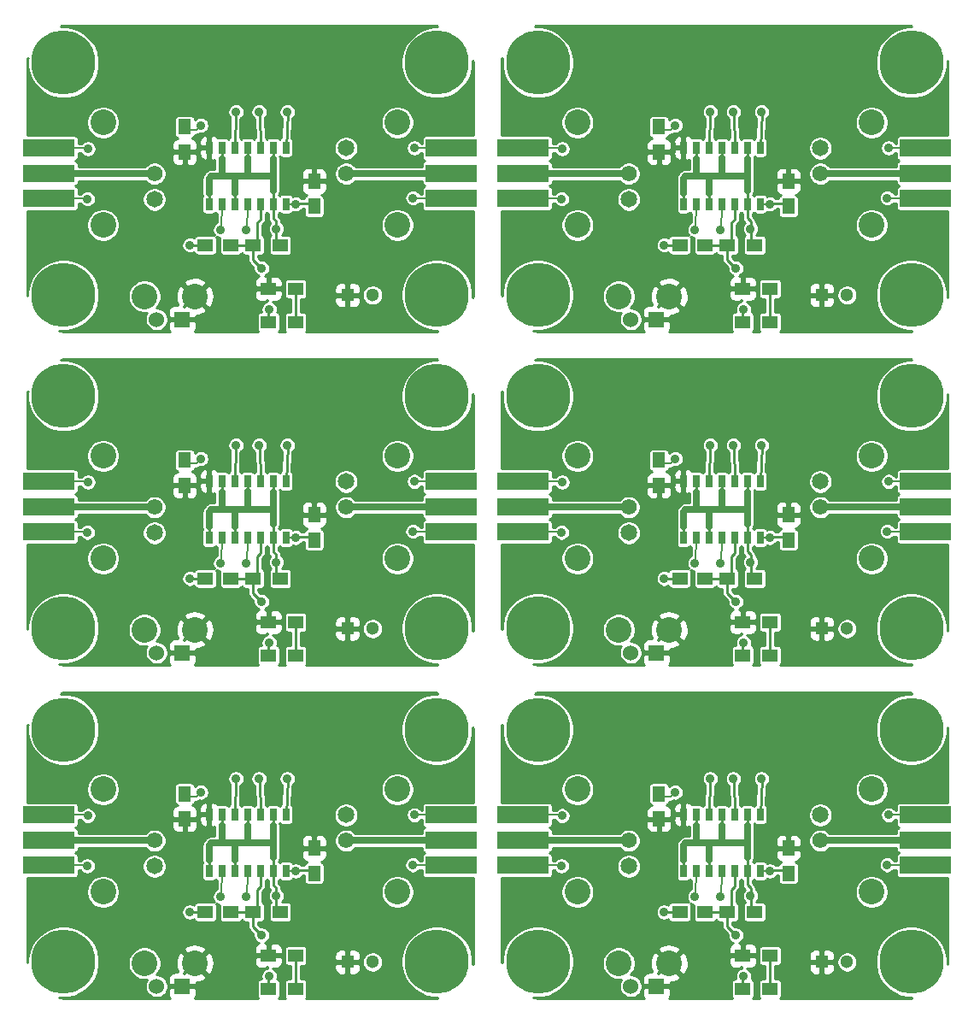
<source format=gtl>
%MOIN*%
%OFA0B0*%
%FSLAX46Y46*%
%IPPOS*%
%LPD*%
%ADD10C,0.1*%
%ADD11R,0.025X0.05*%
%ADD12C,0.25*%
%ADD13C,0.062*%
%ADD14C,0.065*%
%ADD15R,0.060000000000000005X0.060000000000000005*%
%ADD16C,0.060000000000000005*%
%ADD17R,0.051181102362204731X0.051181102362204731*%
%ADD18C,0.051181102362204731*%
%ADD19R,0.059055118110236227X0.049212598425196853*%
%ADD20R,0.049212598425196853X0.059055118110236227*%
%ADD21R,0.059055118110236227X0.051181102362204731*%
%ADD22R,0.2X0.068897637795275593*%
%ADD23C,0.035*%
%ADD24C,0.01*%
%ADD25C,0.008*%
%ADD26C,0.025*%
%ADD27C,0.005905511811023622*%
%ADD38C,0.1*%
%ADD39R,0.025X0.05*%
%ADD40C,0.25*%
%ADD41C,0.062*%
%ADD42C,0.065*%
%ADD43R,0.060000000000000005X0.060000000000000005*%
%ADD44C,0.060000000000000005*%
%ADD45R,0.051181102362204731X0.051181102362204731*%
%ADD46C,0.051181102362204731*%
%ADD47R,0.059055118110236227X0.049212598425196853*%
%ADD48R,0.049212598425196853X0.059055118110236227*%
%ADD49R,0.059055118110236227X0.051181102362204731*%
%ADD50R,0.2X0.068897637795275593*%
%ADD51C,0.035*%
%ADD52C,0.01*%
%ADD53C,0.008*%
%ADD54C,0.025*%
%ADD55C,0.005905511811023622*%
%ADD56C,0.1*%
%ADD57R,0.025X0.05*%
%ADD58C,0.25*%
%ADD59C,0.062*%
%ADD60C,0.065*%
%ADD61R,0.060000000000000005X0.060000000000000005*%
%ADD62C,0.060000000000000005*%
%ADD63R,0.051181102362204731X0.051181102362204731*%
%ADD64C,0.051181102362204731*%
%ADD65R,0.059055118110236227X0.049212598425196853*%
%ADD66R,0.049212598425196853X0.059055118110236227*%
%ADD67R,0.059055118110236227X0.051181102362204731*%
%ADD68R,0.2X0.068897637795275593*%
%ADD69C,0.035*%
%ADD70C,0.01*%
%ADD71C,0.008*%
%ADD72C,0.025*%
%ADD73C,0.005905511811023622*%
%ADD74C,0.1*%
%ADD75R,0.025X0.05*%
%ADD76C,0.25*%
%ADD77C,0.062*%
%ADD78C,0.065*%
%ADD79R,0.060000000000000005X0.060000000000000005*%
%ADD80C,0.060000000000000005*%
%ADD81R,0.051181102362204731X0.051181102362204731*%
%ADD82C,0.051181102362204731*%
%ADD83R,0.059055118110236227X0.049212598425196853*%
%ADD84R,0.049212598425196853X0.059055118110236227*%
%ADD85R,0.059055118110236227X0.051181102362204731*%
%ADD86R,0.2X0.068897637795275593*%
%ADD87C,0.035*%
%ADD88C,0.01*%
%ADD89C,0.008*%
%ADD90C,0.025*%
%ADD91C,0.005905511811023622*%
%ADD92C,0.1*%
%ADD93R,0.025X0.05*%
%ADD94C,0.25*%
%ADD95C,0.062*%
%ADD96C,0.065*%
%ADD97R,0.060000000000000005X0.060000000000000005*%
%ADD98C,0.060000000000000005*%
%ADD99R,0.051181102362204731X0.051181102362204731*%
%ADD100C,0.051181102362204731*%
%ADD101R,0.059055118110236227X0.049212598425196853*%
%ADD102R,0.049212598425196853X0.059055118110236227*%
%ADD103R,0.059055118110236227X0.051181102362204731*%
%ADD104R,0.2X0.068897637795275593*%
%ADD105C,0.035*%
%ADD106C,0.01*%
%ADD107C,0.008*%
%ADD108C,0.025*%
%ADD109C,0.005905511811023622*%
%ADD110C,0.1*%
%ADD111R,0.025X0.05*%
%ADD112C,0.25*%
%ADD113C,0.062*%
%ADD114C,0.065*%
%ADD115R,0.060000000000000005X0.060000000000000005*%
%ADD116C,0.060000000000000005*%
%ADD117R,0.051181102362204731X0.051181102362204731*%
%ADD118C,0.051181102362204731*%
%ADD119R,0.059055118110236227X0.049212598425196853*%
%ADD120R,0.049212598425196853X0.059055118110236227*%
%ADD121R,0.059055118110236227X0.051181102362204731*%
%ADD122R,0.2X0.068897637795275593*%
%ADD123C,0.035*%
%ADD124C,0.01*%
%ADD125C,0.008*%
%ADD126C,0.025*%
%ADD127C,0.005905511811023622*%
G01*
D10*
X0000000000Y0001221653D02*
X0000670000Y0000151653D03*
X0000473149Y0000151653D03*
D11*
X0000725000Y0000511653D03*
X0000775000Y0000511653D03*
X0000825000Y0000511653D03*
X0000875000Y0000511653D03*
X0000925000Y0000511653D03*
X0000975000Y0000511653D03*
X0001025000Y0000511653D03*
X0001025000Y0000731653D03*
X0000975000Y0000731653D03*
X0000925000Y0000731653D03*
X0000875000Y0000731653D03*
X0000825000Y0000731653D03*
X0000775000Y0000731653D03*
X0000725000Y0000731653D03*
D12*
X0000157480Y0000157480D03*
X0001614173Y0001062992D03*
X0000157480Y0001062992D03*
D13*
X0000511811Y0000629921D03*
D14*
X0000511811Y0000529921D03*
D10*
X0000311811Y0000429921D03*
X0000311811Y0000829921D03*
D12*
X0001614173Y0000157480D03*
D13*
X0001259842Y0000629921D03*
D14*
X0001259842Y0000729921D03*
D10*
X0001459842Y0000829921D03*
X0001459842Y0000429921D03*
D15*
X0000620000Y0000061653D03*
D16*
X0000520000Y0000061653D03*
D17*
X0001265000Y0000156653D03*
D18*
X0001363425Y0000156653D03*
D19*
X0000809212Y0000351653D03*
X0000710787Y0000351653D03*
D20*
X0000629921Y0000714566D03*
X0000629921Y0000812992D03*
X0001135000Y0000600866D03*
X0001135000Y0000502440D03*
D21*
X0001063149Y0000051653D03*
X0000956850Y0000051653D03*
X0000896850Y0000351653D03*
X0001003149Y0000351653D03*
X0000956850Y0000181653D03*
X0001063149Y0000181653D03*
D22*
X0000100000Y0000730078D03*
X0000100000Y0000533228D03*
X0000100000Y0000631653D03*
X0001670000Y0000533228D03*
X0001670000Y0000730078D03*
X0001670000Y0000631653D03*
D23*
X0000960000Y0000101653D03*
X0000692913Y0000818897D03*
X0000650000Y0000351653D03*
X0001062992Y0000511811D03*
X0000252000Y0000727653D03*
X0000250000Y0000531653D03*
X0001526000Y0000730653D03*
X0001520000Y0000535653D03*
X0000930000Y0000261653D03*
X0000987000Y0000415653D03*
X0000870000Y0000411653D03*
X0000770000Y0000411653D03*
X0001030000Y0000871653D03*
X0000920000Y0000871653D03*
X0000830000Y0000871653D03*
D24*
X0000956850Y0000051653D02*
X0000956850Y0000098503D01*
X0000956850Y0000098503D02*
X0000960000Y0000101653D01*
D25*
X0000675295Y0000801279D02*
X0000692913Y0000818897D01*
X0000629921Y0000801279D02*
X0000675295Y0000801279D01*
D24*
X0000722500Y0000351653D02*
X0000650000Y0000351653D01*
D25*
X0001062834Y0000511653D02*
X0001062992Y0000511811D01*
X0001062834Y0000511653D02*
X0001025000Y0000511653D01*
D24*
X0001065334Y0000514153D02*
X0001062992Y0000511811D01*
X0001135000Y0000514153D02*
X0001065334Y0000514153D01*
D25*
X0000249574Y0000730078D02*
X0000252000Y0000727653D01*
X0000100000Y0000730078D02*
X0000249574Y0000730078D01*
X0000248425Y0000533228D02*
X0000250000Y0000531653D01*
X0000100000Y0000533228D02*
X0000248425Y0000533228D01*
X0001526574Y0000730078D02*
X0001526000Y0000730653D01*
X0001670000Y0000730078D02*
X0001526574Y0000730078D01*
X0001522425Y0000533228D02*
X0001520000Y0000535653D01*
X0001670000Y0000533228D02*
X0001522425Y0000533228D01*
D24*
X0000896850Y0000294803D02*
X0000896850Y0000351653D01*
X0000930000Y0000261653D02*
X0000896850Y0000294803D01*
X0000797500Y0000351653D02*
X0000912500Y0000351653D01*
X0000925000Y0000451653D02*
X0000912500Y0000439153D01*
X0000912500Y0000439153D02*
X0000912500Y0000351653D01*
X0000925000Y0000511653D02*
X0000925000Y0000451653D01*
X0001063149Y0000181653D02*
X0001063149Y0000051653D01*
X0001051300Y0000177853D02*
X0001047500Y0000181653D01*
D26*
X0001259842Y0000629921D02*
X0001653543Y0000629921D01*
X0000511811Y0000629921D02*
X0000118110Y0000629921D01*
D25*
X0000980118Y0000359035D02*
X0000987500Y0000351653D01*
X0000874015Y0000730669D02*
X0000875000Y0000731653D01*
D24*
X0000725000Y0000511653D02*
X0000725000Y0000531653D01*
X0000975000Y0000456653D02*
X0000987500Y0000444153D01*
X0000987500Y0000382653D02*
X0000987500Y0000351653D01*
X0000987500Y0000444153D02*
X0000987500Y0000382653D01*
X0000975000Y0000511653D02*
X0000975000Y0000456653D01*
D26*
X0000808000Y0000620653D02*
X0000775000Y0000620653D01*
X0000799000Y0000620653D02*
X0000808000Y0000620653D01*
X0000825000Y0000620653D02*
X0000799000Y0000620653D01*
X0000861000Y0000620653D02*
X0000825000Y0000620653D01*
X0000875000Y0000620653D02*
X0000861000Y0000620653D01*
D24*
X0000725000Y0000511653D02*
X0000725000Y0000553653D01*
X0000825000Y0000603653D02*
X0000808000Y0000620653D01*
X0000825000Y0000554653D02*
X0000825000Y0000603653D01*
X0000825000Y0000547653D02*
X0000825000Y0000554653D01*
X0000825000Y0000511653D02*
X0000825000Y0000547653D01*
X0000975000Y0000565653D02*
X0000975000Y0000604653D01*
X0000975000Y0000604653D02*
X0000959000Y0000620653D01*
D26*
X0000959000Y0000620653D02*
X0000875000Y0000620653D01*
D24*
X0000975000Y0000544653D02*
X0000975000Y0000565653D01*
X0000975000Y0000511653D02*
X0000975000Y0000544653D01*
D26*
X0000825000Y0000554653D02*
X0000825000Y0000620653D01*
X0000725000Y0000611653D02*
X0000734000Y0000620653D01*
X0000734000Y0000620653D02*
X0000775000Y0000620653D01*
X0000725000Y0000553653D02*
X0000725000Y0000611653D01*
D24*
X0000775000Y0000731653D02*
X0000775000Y0000688653D01*
X0000875000Y0000731653D02*
X0000875000Y0000689653D01*
X0000975000Y0000636653D02*
X0000959000Y0000620653D01*
X0000975000Y0000682653D02*
X0000975000Y0000636653D01*
X0000975000Y0000687653D02*
X0000975000Y0000682653D01*
X0000975000Y0000731653D02*
X0000975000Y0000687653D01*
D26*
X0000875000Y0000689653D02*
X0000875000Y0000620653D01*
X0000775000Y0000688653D02*
X0000775000Y0000620653D01*
X0000975000Y0000687653D02*
X0000975000Y0000565653D01*
D25*
X0000987000Y0000415653D02*
X0000987500Y0000415153D01*
X0000987500Y0000415153D02*
X0000987500Y0000382653D01*
X0000875000Y0000473425D02*
X0000870000Y0000411653D01*
X0000875000Y0000511653D02*
X0000875000Y0000473425D01*
X0000773346Y0000415000D02*
X0000770000Y0000411653D01*
X0000775000Y0000511653D02*
X0000773346Y0000415000D01*
D24*
X0001031377Y0000870275D02*
X0001030000Y0000871653D01*
X0001025000Y0000731653D02*
X0001031377Y0000870275D01*
X0000923740Y0000867913D02*
X0000920000Y0000871653D01*
X0000925000Y0000731653D02*
X0000923740Y0000867913D01*
X0000828228Y0000869881D02*
X0000830000Y0000871653D01*
X0000825000Y0000731653D02*
X0000828228Y0000869881D01*
X0001617136Y0001202992D02*
X0001600384Y0001202992D01*
X0001573336Y0001197612D01*
X0001547858Y0001187058D01*
X0001524928Y0001171737D01*
X0001505428Y0001152236D01*
X0001490106Y0001129307D01*
X0001479553Y0001103828D01*
X0001474173Y0001076780D01*
X0001474173Y0001049203D01*
X0001479553Y0001022155D01*
X0001490106Y0000996677D01*
X0001505428Y0000973747D01*
X0001524928Y0000954247D01*
X0001547858Y0000938925D01*
X0001573336Y0000928372D01*
X0001600384Y0000922992D01*
X0001627962Y0000922992D01*
X0001655009Y0000928372D01*
X0001680488Y0000938925D01*
X0001703418Y0000954247D01*
X0001722918Y0000973747D01*
X0001738239Y0000996677D01*
X0001748793Y0001022155D01*
X0001754173Y0001049203D01*
X0001754173Y0001070041D01*
X0001756316Y0001067963D01*
X0001756683Y0001064462D01*
X0001756685Y0001064132D01*
X0001756685Y0000779600D01*
X0001570000Y0000779600D01*
X0001567059Y0000779310D01*
X0001564231Y0000778452D01*
X0001561626Y0000777059D01*
X0001559342Y0000775185D01*
X0001557467Y0000772901D01*
X0001556074Y0000770295D01*
X0001555217Y0000767468D01*
X0001554927Y0000764527D01*
X0001554927Y0000749078D01*
X0001552776Y0000749078D01*
X0001551244Y0000751371D01*
X0001546717Y0000755897D01*
X0001541394Y0000759454D01*
X0001535479Y0000761904D01*
X0001529200Y0000763153D01*
X0001522799Y0000763153D01*
X0001516520Y0000761904D01*
X0001510605Y0000759454D01*
X0001505282Y0000755897D01*
X0001500755Y0000751371D01*
X0001497198Y0000746048D01*
X0001494748Y0000740133D01*
X0001493500Y0000733854D01*
X0001493500Y0000727452D01*
X0001494748Y0000721173D01*
X0001497198Y0000715259D01*
X0001500755Y0000709936D01*
X0001505282Y0000705409D01*
X0001510605Y0000701852D01*
X0001516520Y0000699402D01*
X0001522799Y0000698153D01*
X0001529200Y0000698153D01*
X0001535479Y0000699402D01*
X0001541394Y0000701852D01*
X0001546717Y0000705409D01*
X0001551244Y0000709936D01*
X0001552007Y0000711078D01*
X0001554927Y0000711078D01*
X0001554927Y0000695629D01*
X0001555217Y0000692689D01*
X0001556074Y0000689861D01*
X0001557467Y0000687256D01*
X0001559342Y0000684972D01*
X0001561626Y0000683097D01*
X0001564231Y0000681704D01*
X0001566996Y0000680866D01*
X0001564231Y0000680027D01*
X0001561626Y0000678634D01*
X0001559342Y0000676760D01*
X0001557467Y0000674476D01*
X0001556074Y0000671870D01*
X0001555217Y0000669042D01*
X0001554927Y0000666102D01*
X0001554927Y0000657421D01*
X0001296791Y0000657421D01*
X0001295573Y0000659244D01*
X0001289165Y0000665651D01*
X0001281631Y0000670685D01*
X0001273260Y0000674153D01*
X0001264373Y0000675921D01*
X0001255311Y0000675921D01*
X0001246424Y0000674153D01*
X0001238053Y0000670685D01*
X0001230519Y0000665651D01*
X0001224112Y0000659244D01*
X0001219077Y0000651710D01*
X0001215610Y0000643338D01*
X0001213842Y0000634451D01*
X0001213842Y0000625390D01*
X0001215610Y0000616503D01*
X0001219077Y0000608132D01*
X0001224112Y0000600597D01*
X0001230519Y0000594190D01*
X0001238053Y0000589156D01*
X0001246424Y0000585689D01*
X0001255311Y0000583921D01*
X0001264373Y0000583921D01*
X0001273260Y0000585689D01*
X0001281631Y0000589156D01*
X0001289165Y0000594190D01*
X0001295573Y0000600597D01*
X0001296791Y0000602421D01*
X0001554927Y0000602421D01*
X0001554927Y0000597204D01*
X0001555217Y0000594264D01*
X0001556074Y0000591436D01*
X0001557467Y0000588830D01*
X0001559342Y0000586546D01*
X0001561626Y0000584672D01*
X0001564231Y0000583279D01*
X0001566996Y0000582440D01*
X0001564231Y0000581602D01*
X0001561626Y0000580209D01*
X0001559342Y0000578335D01*
X0001557467Y0000576051D01*
X0001556074Y0000573445D01*
X0001555217Y0000570617D01*
X0001554927Y0000567677D01*
X0001554927Y0000552228D01*
X0001548012Y0000552228D01*
X0001545244Y0000556371D01*
X0001540717Y0000560897D01*
X0001535394Y0000564454D01*
X0001529479Y0000566904D01*
X0001523200Y0000568153D01*
X0001516799Y0000568153D01*
X0001510520Y0000566904D01*
X0001504605Y0000564454D01*
X0001499282Y0000560897D01*
X0001494755Y0000556371D01*
X0001491198Y0000551048D01*
X0001488748Y0000545133D01*
X0001487500Y0000538854D01*
X0001487500Y0000532452D01*
X0001488748Y0000526173D01*
X0001491198Y0000520259D01*
X0001494755Y0000514936D01*
X0001499282Y0000510409D01*
X0001504605Y0000506852D01*
X0001510520Y0000504402D01*
X0001516799Y0000503153D01*
X0001523200Y0000503153D01*
X0001529479Y0000504402D01*
X0001535394Y0000506852D01*
X0001540717Y0000510409D01*
X0001544536Y0000514228D01*
X0001554927Y0000514228D01*
X0001554927Y0000498779D01*
X0001555217Y0000495839D01*
X0001556074Y0000493011D01*
X0001557467Y0000490405D01*
X0001559342Y0000488121D01*
X0001561626Y0000486247D01*
X0001564231Y0000484854D01*
X0001567059Y0000483996D01*
X0001570000Y0000483706D01*
X0001756685Y0000483706D01*
X0001756685Y0000158212D01*
X0001755810Y0000149296D01*
X0001754173Y0000147737D01*
X0001754173Y0000171269D01*
X0001748793Y0000198316D01*
X0001738239Y0000223795D01*
X0001722918Y0000246725D01*
X0001703418Y0000266225D01*
X0001680488Y0000281546D01*
X0001655009Y0000292100D01*
X0001627962Y0000297480D01*
X0001600384Y0000297480D01*
X0001573336Y0000292100D01*
X0001547858Y0000281546D01*
X0001524928Y0000266225D01*
X0001505428Y0000246725D01*
X0001490106Y0000223795D01*
X0001479553Y0000198316D01*
X0001474173Y0000171269D01*
X0001474173Y0000143691D01*
X0001479553Y0000116643D01*
X0001490106Y0000091165D01*
X0001505428Y0000068235D01*
X0001524928Y0000048735D01*
X0001547858Y0000033413D01*
X0001573336Y0000022860D01*
X0001600384Y0000017480D01*
X0001617403Y0000017480D01*
X0001614805Y0000015005D01*
X0001614462Y0000014969D01*
X0001614143Y0000014968D01*
X0001102803Y0000014968D01*
X0001103335Y0000015405D01*
X0001105209Y0000017689D01*
X0001106602Y0000020294D01*
X0001107460Y0000023122D01*
X0001107749Y0000026062D01*
X0001107749Y0000077244D01*
X0001107460Y0000080184D01*
X0001106602Y0000083012D01*
X0001105209Y0000085617D01*
X0001103335Y0000087902D01*
X0001101051Y0000089776D01*
X0001098445Y0000091169D01*
X0001095617Y0000092027D01*
X0001092677Y0000092316D01*
X0001083149Y0000092316D01*
X0001083149Y0000131062D01*
X0001214288Y0000131062D01*
X0001214771Y0000126162D01*
X0001216200Y0000121449D01*
X0001218522Y0000117106D01*
X0001221646Y0000113299D01*
X0001225452Y0000110175D01*
X0001229796Y0000107854D01*
X0001234508Y0000106424D01*
X0001239409Y0000105942D01*
X0001253750Y0000106062D01*
X0001259999Y0000112312D01*
X0001259999Y0000151653D01*
X0001270000Y0000151653D01*
X0001270000Y0000112312D01*
X0001276250Y0000106062D01*
X0001290590Y0000105942D01*
X0001295491Y0000106424D01*
X0001300203Y0000107854D01*
X0001304547Y0000110175D01*
X0001308353Y0000113299D01*
X0001311477Y0000117106D01*
X0001313799Y0000121449D01*
X0001315228Y0000126162D01*
X0001315711Y0000131062D01*
X0001315590Y0000145403D01*
X0001309340Y0000151653D01*
X0001270000Y0000151653D01*
X0001259999Y0000151653D01*
X0001220659Y0000151653D01*
X0001214409Y0000145403D01*
X0001214288Y0000131062D01*
X0001083149Y0000131062D01*
X0001083149Y0000140990D01*
X0001092677Y0000140990D01*
X0001095617Y0000141280D01*
X0001098445Y0000142137D01*
X0001101051Y0000143530D01*
X0001103335Y0000145405D01*
X0001105209Y0000147689D01*
X0001106602Y0000150294D01*
X0001107460Y0000153122D01*
X0001107749Y0000156062D01*
X0001107749Y0000160651D01*
X0001322834Y0000160651D01*
X0001322834Y0000152655D01*
X0001324394Y0000144813D01*
X0001327454Y0000137426D01*
X0001331896Y0000130778D01*
X0001337550Y0000125124D01*
X0001344198Y0000120682D01*
X0001351585Y0000117622D01*
X0001359427Y0000116062D01*
X0001367423Y0000116062D01*
X0001375265Y0000117622D01*
X0001382652Y0000120682D01*
X0001389300Y0000125124D01*
X0001394953Y0000130778D01*
X0001399396Y0000137426D01*
X0001402455Y0000144813D01*
X0001404015Y0000152655D01*
X0001404015Y0000160651D01*
X0001402455Y0000168493D01*
X0001399396Y0000175880D01*
X0001394953Y0000182528D01*
X0001389300Y0000188182D01*
X0001382652Y0000192624D01*
X0001375265Y0000195684D01*
X0001367423Y0000197244D01*
X0001359427Y0000197244D01*
X0001351585Y0000195684D01*
X0001344198Y0000192624D01*
X0001337550Y0000188182D01*
X0001331896Y0000182528D01*
X0001327454Y0000175880D01*
X0001324394Y0000168493D01*
X0001322834Y0000160651D01*
X0001107749Y0000160651D01*
X0001107749Y0000182244D01*
X0001214288Y0000182244D01*
X0001214409Y0000167903D01*
X0001220659Y0000161653D01*
X0001259999Y0000161653D01*
X0001259999Y0000200994D01*
X0001270000Y0000200994D01*
X0001270000Y0000161653D01*
X0001309340Y0000161653D01*
X0001315590Y0000167903D01*
X0001315711Y0000182244D01*
X0001315228Y0000187144D01*
X0001313799Y0000191857D01*
X0001311477Y0000196200D01*
X0001308353Y0000200007D01*
X0001304547Y0000203131D01*
X0001300203Y0000205452D01*
X0001295491Y0000206882D01*
X0001290590Y0000207365D01*
X0001276250Y0000207244D01*
X0001270000Y0000200994D01*
X0001259999Y0000200994D01*
X0001253750Y0000207244D01*
X0001239409Y0000207365D01*
X0001234508Y0000206882D01*
X0001229796Y0000205452D01*
X0001225452Y0000203131D01*
X0001221646Y0000200007D01*
X0001218522Y0000196200D01*
X0001216200Y0000191857D01*
X0001214771Y0000187144D01*
X0001214288Y0000182244D01*
X0001107749Y0000182244D01*
X0001107749Y0000207244D01*
X0001107460Y0000210184D01*
X0001106602Y0000213012D01*
X0001105209Y0000215617D01*
X0001103335Y0000217902D01*
X0001101051Y0000219776D01*
X0001098445Y0000221169D01*
X0001095617Y0000222027D01*
X0001092677Y0000222316D01*
X0001033622Y0000222316D01*
X0001030681Y0000222027D01*
X0001027854Y0000221169D01*
X0001025248Y0000219776D01*
X0001022964Y0000217902D01*
X0001021089Y0000215617D01*
X0001019696Y0000213012D01*
X0001018839Y0000210184D01*
X0001018549Y0000207244D01*
X0001018549Y0000156062D01*
X0001018839Y0000153122D01*
X0001019696Y0000150294D01*
X0001021089Y0000147689D01*
X0001022964Y0000145405D01*
X0001025248Y0000143530D01*
X0001027854Y0000142137D01*
X0001030681Y0000141280D01*
X0001033622Y0000140990D01*
X0001043149Y0000140990D01*
X0001043149Y0000092316D01*
X0001033622Y0000092316D01*
X0001030681Y0000092027D01*
X0001027854Y0000091169D01*
X0001025248Y0000089776D01*
X0001022964Y0000087902D01*
X0001021089Y0000085617D01*
X0001019696Y0000083012D01*
X0001018839Y0000080184D01*
X0001018549Y0000077244D01*
X0001018549Y0000026062D01*
X0001018839Y0000023122D01*
X0001019696Y0000020294D01*
X0001021089Y0000017689D01*
X0001022964Y0000015405D01*
X0001023496Y0000014968D01*
X0000996503Y0000014968D01*
X0000997035Y0000015405D01*
X0000998910Y0000017689D01*
X0001000303Y0000020294D01*
X0001001160Y0000023122D01*
X0001001450Y0000026062D01*
X0001001450Y0000077244D01*
X0001001160Y0000080184D01*
X0001000303Y0000083012D01*
X0000998910Y0000085617D01*
X0000997035Y0000087902D01*
X0000994751Y0000089776D01*
X0000992145Y0000091169D01*
X0000990981Y0000091522D01*
X0000991251Y0000092173D01*
X0000992500Y0000098452D01*
X0000992500Y0000104854D01*
X0000991251Y0000111133D01*
X0000988801Y0000117048D01*
X0000985244Y0000122371D01*
X0000980717Y0000126897D01*
X0000975394Y0000130454D01*
X0000974020Y0000131023D01*
X0000986377Y0000130942D01*
X0000991278Y0000131424D01*
X0000995991Y0000132854D01*
X0001000334Y0000135175D01*
X0001004141Y0000138299D01*
X0001007265Y0000142106D01*
X0001009586Y0000146449D01*
X0001011016Y0000151162D01*
X0001011498Y0000156062D01*
X0001011377Y0000170403D01*
X0001005127Y0000176653D01*
X0000961850Y0000176653D01*
X0000961850Y0000175866D01*
X0000951850Y0000175866D01*
X0000951850Y0000176653D01*
X0000908572Y0000176653D01*
X0000902322Y0000170403D01*
X0000902201Y0000156062D01*
X0000902684Y0000151162D01*
X0000904114Y0000146449D01*
X0000906435Y0000142106D01*
X0000909559Y0000138299D01*
X0000913366Y0000135175D01*
X0000917709Y0000132854D01*
X0000922421Y0000131424D01*
X0000927322Y0000130942D01*
X0000945600Y0000131062D01*
X0000951850Y0000137312D01*
X0000951850Y0000133169D01*
X0000950520Y0000132904D01*
X0000944605Y0000130454D01*
X0000939282Y0000126897D01*
X0000934755Y0000122371D01*
X0000931198Y0000117048D01*
X0000928748Y0000111133D01*
X0000927500Y0000104854D01*
X0000927500Y0000098452D01*
X0000928720Y0000092316D01*
X0000927322Y0000092316D01*
X0000924382Y0000092027D01*
X0000921554Y0000091169D01*
X0000918948Y0000089776D01*
X0000916664Y0000087902D01*
X0000914790Y0000085617D01*
X0000913397Y0000083012D01*
X0000912539Y0000080184D01*
X0000912250Y0000077244D01*
X0000912250Y0000026062D01*
X0000912539Y0000023122D01*
X0000913397Y0000020294D01*
X0000914790Y0000017689D01*
X0000916664Y0000015405D01*
X0000917196Y0000014968D01*
X0000668647Y0000014968D01*
X0000670887Y0000017697D01*
X0000673208Y0000022040D01*
X0000674638Y0000026752D01*
X0000675120Y0000031653D01*
X0000675000Y0000050403D01*
X0000668750Y0000056653D01*
X0000625000Y0000056653D01*
X0000625000Y0000055866D01*
X0000615000Y0000055866D01*
X0000615000Y0000056653D01*
X0000571250Y0000056653D01*
X0000565000Y0000050403D01*
X0000564879Y0000031653D01*
X0000565361Y0000026752D01*
X0000566791Y0000022040D01*
X0000569112Y0000017697D01*
X0000571352Y0000014968D01*
X0000158212Y0000014968D01*
X0000141306Y0000016626D01*
X0000139840Y0000018246D01*
X0000143691Y0000017480D01*
X0000171269Y0000017480D01*
X0000198316Y0000022860D01*
X0000223795Y0000033413D01*
X0000246725Y0000048735D01*
X0000266225Y0000068235D01*
X0000281546Y0000091165D01*
X0000292100Y0000116643D01*
X0000297480Y0000143691D01*
X0000297480Y0000158055D01*
X0000408149Y0000158055D01*
X0000408149Y0000145251D01*
X0000410647Y0000132693D01*
X0000415547Y0000120864D01*
X0000422660Y0000110218D01*
X0000431714Y0000101164D01*
X0000442360Y0000094051D01*
X0000454189Y0000089151D01*
X0000466747Y0000086653D01*
X0000479551Y0000086653D01*
X0000483048Y0000087349D01*
X0000480121Y0000082969D01*
X0000476729Y0000074779D01*
X0000475000Y0000066085D01*
X0000475000Y0000057221D01*
X0000476729Y0000048527D01*
X0000480121Y0000040338D01*
X0000485046Y0000032967D01*
X0000491314Y0000026699D01*
X0000498684Y0000021775D01*
X0000506873Y0000018382D01*
X0000515567Y0000016653D01*
X0000524432Y0000016653D01*
X0000533126Y0000018382D01*
X0000541315Y0000021775D01*
X0000548685Y0000026699D01*
X0000554953Y0000032967D01*
X0000559878Y0000040338D01*
X0000563270Y0000048527D01*
X0000565000Y0000057221D01*
X0000565000Y0000066085D01*
X0000563270Y0000074779D01*
X0000559878Y0000082969D01*
X0000554953Y0000090339D01*
X0000553639Y0000091653D01*
X0000564879Y0000091653D01*
X0000565000Y0000072903D01*
X0000571250Y0000066653D01*
X0000615000Y0000066653D01*
X0000615000Y0000067440D01*
X0000625000Y0000067440D01*
X0000625000Y0000066653D01*
X0000668750Y0000066653D01*
X0000675000Y0000072903D01*
X0000675024Y0000076693D01*
X0000686701Y0000078164D01*
X0000700717Y0000082835D01*
X0000710154Y0000087879D01*
X0000715206Y0000099375D01*
X0000670000Y0000144582D01*
X0000642141Y0000116723D01*
X0000631250Y0000116653D01*
X0000625000Y0000110403D01*
X0000625000Y0000113724D01*
X0000662928Y0000151653D01*
X0000677071Y0000151653D01*
X0000722277Y0000106446D01*
X0000733774Y0000111499D01*
X0000740382Y0000124712D01*
X0000744286Y0000138961D01*
X0000745335Y0000153697D01*
X0000743488Y0000168355D01*
X0000738818Y0000182371D01*
X0000733774Y0000191808D01*
X0000722277Y0000196860D01*
X0000677071Y0000151653D01*
X0000662928Y0000151653D01*
X0000617722Y0000196860D01*
X0000606225Y0000191808D01*
X0000599617Y0000178594D01*
X0000595713Y0000164346D01*
X0000594664Y0000149609D01*
X0000596511Y0000134951D01*
X0000601181Y0000120935D01*
X0000603452Y0000116687D01*
X0000590000Y0000116774D01*
X0000585099Y0000116291D01*
X0000580386Y0000114862D01*
X0000576043Y0000112540D01*
X0000572236Y0000109416D01*
X0000569112Y0000105610D01*
X0000566791Y0000101266D01*
X0000565361Y0000096554D01*
X0000564879Y0000091653D01*
X0000553639Y0000091653D01*
X0000548685Y0000096607D01*
X0000541315Y0000101532D01*
X0000533126Y0000104924D01*
X0000524432Y0000106653D01*
X0000520073Y0000106653D01*
X0000523638Y0000110218D01*
X0000530751Y0000120864D01*
X0000535651Y0000132693D01*
X0000538149Y0000145251D01*
X0000538149Y0000158055D01*
X0000535651Y0000170613D01*
X0000530751Y0000182442D01*
X0000523638Y0000193088D01*
X0000514584Y0000202142D01*
X0000511907Y0000203931D01*
X0000624793Y0000203931D01*
X0000670000Y0000158724D01*
X0000715206Y0000203931D01*
X0000710154Y0000215427D01*
X0000696941Y0000222036D01*
X0000682692Y0000225939D01*
X0000667956Y0000226988D01*
X0000653298Y0000225142D01*
X0000639282Y0000220471D01*
X0000629845Y0000215427D01*
X0000624793Y0000203931D01*
X0000511907Y0000203931D01*
X0000503938Y0000209255D01*
X0000492109Y0000214155D01*
X0000479551Y0000216653D01*
X0000466747Y0000216653D01*
X0000454189Y0000214155D01*
X0000442360Y0000209255D01*
X0000431714Y0000202142D01*
X0000422660Y0000193088D01*
X0000415547Y0000182442D01*
X0000410647Y0000170613D01*
X0000408149Y0000158055D01*
X0000297480Y0000158055D01*
X0000297480Y0000171269D01*
X0000292100Y0000198316D01*
X0000281546Y0000223795D01*
X0000266225Y0000246725D01*
X0000246725Y0000266225D01*
X0000223795Y0000281546D01*
X0000198316Y0000292100D01*
X0000171269Y0000297480D01*
X0000143691Y0000297480D01*
X0000116643Y0000292100D01*
X0000091165Y0000281546D01*
X0000068235Y0000266225D01*
X0000048735Y0000246725D01*
X0000033413Y0000223795D01*
X0000022860Y0000198316D01*
X0000017480Y0000171269D01*
X0000017480Y0000153486D01*
X0000015080Y0000156139D01*
X0000014969Y0000157191D01*
X0000014968Y0000157509D01*
X0000014968Y0000354854D01*
X0000617500Y0000354854D01*
X0000617500Y0000348452D01*
X0000618748Y0000342173D01*
X0000621198Y0000336259D01*
X0000624755Y0000330936D01*
X0000629282Y0000326409D01*
X0000634605Y0000322852D01*
X0000640520Y0000320402D01*
X0000646799Y0000319153D01*
X0000653200Y0000319153D01*
X0000659479Y0000320402D01*
X0000665394Y0000322852D01*
X0000666610Y0000323665D01*
X0000667334Y0000321279D01*
X0000668727Y0000318673D01*
X0000670601Y0000316389D01*
X0000672885Y0000314514D01*
X0000675491Y0000313122D01*
X0000678319Y0000312264D01*
X0000681259Y0000311974D01*
X0000740314Y0000311974D01*
X0000743255Y0000312264D01*
X0000746082Y0000313122D01*
X0000748688Y0000314514D01*
X0000750972Y0000316389D01*
X0000752847Y0000318673D01*
X0000754240Y0000321279D01*
X0000755097Y0000324106D01*
X0000755387Y0000327047D01*
X0000755387Y0000376259D01*
X0000755097Y0000379200D01*
X0000754240Y0000382027D01*
X0000753351Y0000383690D01*
X0000754605Y0000382852D01*
X0000760520Y0000380402D01*
X0000764996Y0000379512D01*
X0000764902Y0000379200D01*
X0000764612Y0000376259D01*
X0000764612Y0000327047D01*
X0000764902Y0000324106D01*
X0000765759Y0000321279D01*
X0000767152Y0000318673D01*
X0000769027Y0000316389D01*
X0000771311Y0000314514D01*
X0000773917Y0000313122D01*
X0000776744Y0000312264D01*
X0000779685Y0000311974D01*
X0000838740Y0000311974D01*
X0000841680Y0000312264D01*
X0000844508Y0000313122D01*
X0000847114Y0000314514D01*
X0000849398Y0000316389D01*
X0000851272Y0000318673D01*
X0000852665Y0000321279D01*
X0000852882Y0000321993D01*
X0000853397Y0000320294D01*
X0000854790Y0000317689D01*
X0000856664Y0000315405D01*
X0000858948Y0000313530D01*
X0000861554Y0000312137D01*
X0000864382Y0000311280D01*
X0000867322Y0000310990D01*
X0000876850Y0000310990D01*
X0000876850Y0000295785D01*
X0000876753Y0000294803D01*
X0000876850Y0000293821D01*
X0000876850Y0000293821D01*
X0000877139Y0000290882D01*
X0000878283Y0000287112D01*
X0000880140Y0000283637D01*
X0000882639Y0000280592D01*
X0000883402Y0000279966D01*
X0000897668Y0000265700D01*
X0000897500Y0000264854D01*
X0000897500Y0000258452D01*
X0000898748Y0000252173D01*
X0000901198Y0000246259D01*
X0000904755Y0000240936D01*
X0000909282Y0000236409D01*
X0000914605Y0000232852D01*
X0000919261Y0000230923D01*
X0000917709Y0000230452D01*
X0000913366Y0000228131D01*
X0000909559Y0000225007D01*
X0000906435Y0000221200D01*
X0000904114Y0000216857D01*
X0000902684Y0000212144D01*
X0000902201Y0000207244D01*
X0000902322Y0000192903D01*
X0000908572Y0000186653D01*
X0000951850Y0000186653D01*
X0000951850Y0000225994D01*
X0000961850Y0000225994D01*
X0000961850Y0000186653D01*
X0001005127Y0000186653D01*
X0001011377Y0000192903D01*
X0001011498Y0000207244D01*
X0001011016Y0000212144D01*
X0001009586Y0000216857D01*
X0001007265Y0000221200D01*
X0001004141Y0000225007D01*
X0001000334Y0000228131D01*
X0000995991Y0000230452D01*
X0000991278Y0000231882D01*
X0000986377Y0000232365D01*
X0000968100Y0000232244D01*
X0000961850Y0000225994D01*
X0000951850Y0000225994D01*
X0000945600Y0000232244D01*
X0000943952Y0000232255D01*
X0000945394Y0000232852D01*
X0000950717Y0000236409D01*
X0000955244Y0000240936D01*
X0000958801Y0000246259D01*
X0000961251Y0000252173D01*
X0000962500Y0000258452D01*
X0000962500Y0000264854D01*
X0000961251Y0000271133D01*
X0000958801Y0000277048D01*
X0000955244Y0000282371D01*
X0000950717Y0000286897D01*
X0000945394Y0000290454D01*
X0000939479Y0000292904D01*
X0000933200Y0000294153D01*
X0000926799Y0000294153D01*
X0000925952Y0000293985D01*
X0000916850Y0000303087D01*
X0000916850Y0000310990D01*
X0000926377Y0000310990D01*
X0000929318Y0000311280D01*
X0000932145Y0000312137D01*
X0000934751Y0000313530D01*
X0000937035Y0000315405D01*
X0000938910Y0000317689D01*
X0000940303Y0000320294D01*
X0000941160Y0000323122D01*
X0000941450Y0000326062D01*
X0000941450Y0000377244D01*
X0000941160Y0000380184D01*
X0000940303Y0000383012D01*
X0000938910Y0000385617D01*
X0000937035Y0000387902D01*
X0000934751Y0000389776D01*
X0000932500Y0000390980D01*
X0000932500Y0000430869D01*
X0000938447Y0000436816D01*
X0000939210Y0000437442D01*
X0000941709Y0000440488D01*
X0000943566Y0000443962D01*
X0000944710Y0000447732D01*
X0000945000Y0000450671D01*
X0000945000Y0000450671D01*
X0000945096Y0000451653D01*
X0000945000Y0000452635D01*
X0000945000Y0000473654D01*
X0000945873Y0000474121D01*
X0000948157Y0000475995D01*
X0000950000Y0000478240D01*
X0000951842Y0000475995D01*
X0000954126Y0000474121D01*
X0000955000Y0000473654D01*
X0000955000Y0000457635D01*
X0000954903Y0000456653D01*
X0000955131Y0000454333D01*
X0000955289Y0000452732D01*
X0000955914Y0000450671D01*
X0000956433Y0000448962D01*
X0000958290Y0000445488D01*
X0000959542Y0000443962D01*
X0000960789Y0000442442D01*
X0000961552Y0000441816D01*
X0000964376Y0000438992D01*
X0000961755Y0000436371D01*
X0000958198Y0000431048D01*
X0000955748Y0000425133D01*
X0000954500Y0000418854D01*
X0000954500Y0000412452D01*
X0000955748Y0000406173D01*
X0000958198Y0000400259D01*
X0000961755Y0000394936D01*
X0000966282Y0000390409D01*
X0000966348Y0000390364D01*
X0000965248Y0000389776D01*
X0000962964Y0000387902D01*
X0000961089Y0000385617D01*
X0000959696Y0000383012D01*
X0000958839Y0000380184D01*
X0000958549Y0000377244D01*
X0000958549Y0000326062D01*
X0000958839Y0000323122D01*
X0000959696Y0000320294D01*
X0000961089Y0000317689D01*
X0000962964Y0000315405D01*
X0000965248Y0000313530D01*
X0000967854Y0000312137D01*
X0000970681Y0000311280D01*
X0000973622Y0000310990D01*
X0001032677Y0000310990D01*
X0001035617Y0000311280D01*
X0001038445Y0000312137D01*
X0001041051Y0000313530D01*
X0001043335Y0000315405D01*
X0001045209Y0000317689D01*
X0001046602Y0000320294D01*
X0001047460Y0000323122D01*
X0001047749Y0000326062D01*
X0001047749Y0000377244D01*
X0001047460Y0000380184D01*
X0001046602Y0000383012D01*
X0001045209Y0000385617D01*
X0001043335Y0000387902D01*
X0001041051Y0000389776D01*
X0001038445Y0000391169D01*
X0001035617Y0000392027D01*
X0001032677Y0000392316D01*
X0001009625Y0000392316D01*
X0001012244Y0000394936D01*
X0001015801Y0000400259D01*
X0001018251Y0000406173D01*
X0001019500Y0000412452D01*
X0001019500Y0000418854D01*
X0001018251Y0000425133D01*
X0001015801Y0000431048D01*
X0001012276Y0000436323D01*
X0001394842Y0000436323D01*
X0001394842Y0000423519D01*
X0001397340Y0000410961D01*
X0001402240Y0000399132D01*
X0001409353Y0000388486D01*
X0001418407Y0000379432D01*
X0001429053Y0000372319D01*
X0001440882Y0000367419D01*
X0001453440Y0000364921D01*
X0001466244Y0000364921D01*
X0001478802Y0000367419D01*
X0001490631Y0000372319D01*
X0001501277Y0000379432D01*
X0001510331Y0000388486D01*
X0001517444Y0000399132D01*
X0001522344Y0000410961D01*
X0001524842Y0000423519D01*
X0001524842Y0000436323D01*
X0001522344Y0000448881D01*
X0001517444Y0000460710D01*
X0001510331Y0000471356D01*
X0001501277Y0000480410D01*
X0001490631Y0000487523D01*
X0001478802Y0000492423D01*
X0001466244Y0000494921D01*
X0001453440Y0000494921D01*
X0001440882Y0000492423D01*
X0001429053Y0000487523D01*
X0001418407Y0000480410D01*
X0001409353Y0000471356D01*
X0001402240Y0000460710D01*
X0001397340Y0000448881D01*
X0001394842Y0000436323D01*
X0001012276Y0000436323D01*
X0001012244Y0000436371D01*
X0001007717Y0000440897D01*
X0001007500Y0000441043D01*
X0001007500Y0000443171D01*
X0001007596Y0000444153D01*
X0001007500Y0000445135D01*
X0001007210Y0000448074D01*
X0001006066Y0000451844D01*
X0001004209Y0000455318D01*
X0001001710Y0000458364D01*
X0001000947Y0000458990D01*
X0000995000Y0000464937D01*
X0000995000Y0000473654D01*
X0000995873Y0000474121D01*
X0000998157Y0000475995D01*
X0001000000Y0000478240D01*
X0001001842Y0000475995D01*
X0001004126Y0000474121D01*
X0001006731Y0000472728D01*
X0001009559Y0000471870D01*
X0001012500Y0000471580D01*
X0001037500Y0000471580D01*
X0001040440Y0000471870D01*
X0001043268Y0000472728D01*
X0001045873Y0000474121D01*
X0001048157Y0000475995D01*
X0001050032Y0000478279D01*
X0001051425Y0000480885D01*
X0001051570Y0000481364D01*
X0001053512Y0000480560D01*
X0001059791Y0000479311D01*
X0001066193Y0000479311D01*
X0001072472Y0000480560D01*
X0001078386Y0000483009D01*
X0001083709Y0000486566D01*
X0001088236Y0000491093D01*
X0001090281Y0000494153D01*
X0001095321Y0000494153D01*
X0001095321Y0000472913D01*
X0001095610Y0000469972D01*
X0001096468Y0000467145D01*
X0001097861Y0000464539D01*
X0001099735Y0000462255D01*
X0001102019Y0000460381D01*
X0001104625Y0000458988D01*
X0001107453Y0000458130D01*
X0001110393Y0000457840D01*
X0001159606Y0000457840D01*
X0001162546Y0000458130D01*
X0001165374Y0000458988D01*
X0001167980Y0000460381D01*
X0001170264Y0000462255D01*
X0001172138Y0000464539D01*
X0001173531Y0000467145D01*
X0001174389Y0000469972D01*
X0001174678Y0000472913D01*
X0001174678Y0000531968D01*
X0001174389Y0000534909D01*
X0001173531Y0000537736D01*
X0001172138Y0000540342D01*
X0001170264Y0000542626D01*
X0001167980Y0000544500D01*
X0001165374Y0000545893D01*
X0001163154Y0000546567D01*
X0001164507Y0000546700D01*
X0001169219Y0000548129D01*
X0001173562Y0000550451D01*
X0001177369Y0000553575D01*
X0001180493Y0000557382D01*
X0001182815Y0000561725D01*
X0001184244Y0000566437D01*
X0001184727Y0000571338D01*
X0001184606Y0000589616D01*
X0001178356Y0000595866D01*
X0001140000Y0000595866D01*
X0001140000Y0000595078D01*
X0001130000Y0000595078D01*
X0001130000Y0000595866D01*
X0001091643Y0000595866D01*
X0001085393Y0000589616D01*
X0001085272Y0000571338D01*
X0001085755Y0000566437D01*
X0001087184Y0000561725D01*
X0001089506Y0000557382D01*
X0001092630Y0000553575D01*
X0001096437Y0000550451D01*
X0001100780Y0000548129D01*
X0001105492Y0000546700D01*
X0001106845Y0000546567D01*
X0001104625Y0000545893D01*
X0001102019Y0000544500D01*
X0001099735Y0000542626D01*
X0001097861Y0000540342D01*
X0001096468Y0000537736D01*
X0001095610Y0000534909D01*
X0001095536Y0000534153D01*
X0001086611Y0000534153D01*
X0001083709Y0000537055D01*
X0001078386Y0000540612D01*
X0001072472Y0000543062D01*
X0001066193Y0000544311D01*
X0001059791Y0000544311D01*
X0001053512Y0000543062D01*
X0001051485Y0000542222D01*
X0001051425Y0000542421D01*
X0001050032Y0000545027D01*
X0001048157Y0000547311D01*
X0001045873Y0000549185D01*
X0001043268Y0000550578D01*
X0001040440Y0000551436D01*
X0001037500Y0000551726D01*
X0001012500Y0000551726D01*
X0001009559Y0000551436D01*
X0001006731Y0000550578D01*
X0001004126Y0000549185D01*
X0001001842Y0000547311D01*
X0001000000Y0000545066D01*
X0000998157Y0000547311D01*
X0000996582Y0000548603D01*
X0000997976Y0000550301D01*
X0001000529Y0000555078D01*
X0001002102Y0000560262D01*
X0001002500Y0000564302D01*
X0001002500Y0000630393D01*
X0001085272Y0000630393D01*
X0001085393Y0000612116D01*
X0001091643Y0000605866D01*
X0001130000Y0000605866D01*
X0001130000Y0000649143D01*
X0001140000Y0000649143D01*
X0001140000Y0000605866D01*
X0001178356Y0000605866D01*
X0001184606Y0000612116D01*
X0001184727Y0000630393D01*
X0001184244Y0000635294D01*
X0001182815Y0000640007D01*
X0001180493Y0000644350D01*
X0001177369Y0000648156D01*
X0001173562Y0000651280D01*
X0001169219Y0000653602D01*
X0001164507Y0000655031D01*
X0001159606Y0000655514D01*
X0001146250Y0000655393D01*
X0001140000Y0000649143D01*
X0001130000Y0000649143D01*
X0001123750Y0000655393D01*
X0001110393Y0000655514D01*
X0001105492Y0000655031D01*
X0001100780Y0000653602D01*
X0001096437Y0000651280D01*
X0001092630Y0000648156D01*
X0001089506Y0000644350D01*
X0001087184Y0000640007D01*
X0001085755Y0000635294D01*
X0001085272Y0000630393D01*
X0001002500Y0000630393D01*
X0001002500Y0000689004D01*
X0001002102Y0000693044D01*
X0001000834Y0000697223D01*
X0001001842Y0000695995D01*
X0001004126Y0000694121D01*
X0001006731Y0000692728D01*
X0001009559Y0000691870D01*
X0001012500Y0000691580D01*
X0001037500Y0000691580D01*
X0001040440Y0000691870D01*
X0001043268Y0000692728D01*
X0001045873Y0000694121D01*
X0001048157Y0000695995D01*
X0001050032Y0000698279D01*
X0001051425Y0000700885D01*
X0001052282Y0000703713D01*
X0001052572Y0000706653D01*
X0001052572Y0000734599D01*
X0001212342Y0000734599D01*
X0001212342Y0000725242D01*
X0001214167Y0000716066D01*
X0001217748Y0000707421D01*
X0001222946Y0000699641D01*
X0001229563Y0000693025D01*
X0001237342Y0000687827D01*
X0001245987Y0000684246D01*
X0001255164Y0000682421D01*
X0001264520Y0000682421D01*
X0001273697Y0000684246D01*
X0001282342Y0000687827D01*
X0001290121Y0000693025D01*
X0001296738Y0000699641D01*
X0001301936Y0000707421D01*
X0001305517Y0000716066D01*
X0001307342Y0000725242D01*
X0001307342Y0000734599D01*
X0001305517Y0000743776D01*
X0001301936Y0000752420D01*
X0001296738Y0000760200D01*
X0001290121Y0000766816D01*
X0001282342Y0000772015D01*
X0001273697Y0000775595D01*
X0001264520Y0000777421D01*
X0001255164Y0000777421D01*
X0001245987Y0000775595D01*
X0001237342Y0000772015D01*
X0001229563Y0000766816D01*
X0001222946Y0000760200D01*
X0001217748Y0000752420D01*
X0001214167Y0000743776D01*
X0001212342Y0000734599D01*
X0001052572Y0000734599D01*
X0001052572Y0000756653D01*
X0001052282Y0000759594D01*
X0001051425Y0000762421D01*
X0001050032Y0000765027D01*
X0001048157Y0000767311D01*
X0001046716Y0000768494D01*
X0001049836Y0000836323D01*
X0001394842Y0000836323D01*
X0001394842Y0000823519D01*
X0001397340Y0000810961D01*
X0001402240Y0000799132D01*
X0001409353Y0000788486D01*
X0001418407Y0000779432D01*
X0001429053Y0000772319D01*
X0001440882Y0000767419D01*
X0001453440Y0000764921D01*
X0001466244Y0000764921D01*
X0001478802Y0000767419D01*
X0001490631Y0000772319D01*
X0001501277Y0000779432D01*
X0001510331Y0000788486D01*
X0001517444Y0000799132D01*
X0001522344Y0000810961D01*
X0001524842Y0000823519D01*
X0001524842Y0000836323D01*
X0001522344Y0000848881D01*
X0001517444Y0000860710D01*
X0001510331Y0000871356D01*
X0001501277Y0000880410D01*
X0001490631Y0000887523D01*
X0001478802Y0000892423D01*
X0001466244Y0000894921D01*
X0001453440Y0000894921D01*
X0001440882Y0000892423D01*
X0001429053Y0000887523D01*
X0001418407Y0000880410D01*
X0001409353Y0000871356D01*
X0001402240Y0000860710D01*
X0001397340Y0000848881D01*
X0001394842Y0000836323D01*
X0001049836Y0000836323D01*
X0001050287Y0000846122D01*
X0001050717Y0000846409D01*
X0001055244Y0000850936D01*
X0001058801Y0000856259D01*
X0001061251Y0000862173D01*
X0001062500Y0000868452D01*
X0001062500Y0000874854D01*
X0001061251Y0000881133D01*
X0001058801Y0000887048D01*
X0001055244Y0000892371D01*
X0001050717Y0000896897D01*
X0001045394Y0000900454D01*
X0001039479Y0000902904D01*
X0001033200Y0000904153D01*
X0001026799Y0000904153D01*
X0001020520Y0000902904D01*
X0001014605Y0000900454D01*
X0001009282Y0000896897D01*
X0001004755Y0000892371D01*
X0001001198Y0000887048D01*
X0000998748Y0000881133D01*
X0000997500Y0000874854D01*
X0000997500Y0000868452D01*
X0000998748Y0000862173D01*
X0001001198Y0000856259D01*
X0001004755Y0000850936D01*
X0001009282Y0000846409D01*
X0001010229Y0000845776D01*
X0001006770Y0000770590D01*
X0001006731Y0000770578D01*
X0001004126Y0000769185D01*
X0001001842Y0000767311D01*
X0001000000Y0000765066D01*
X0000998157Y0000767311D01*
X0000995873Y0000769185D01*
X0000993268Y0000770578D01*
X0000990440Y0000771436D01*
X0000987500Y0000771726D01*
X0000962500Y0000771726D01*
X0000959559Y0000771436D01*
X0000956731Y0000770578D01*
X0000954126Y0000769185D01*
X0000951842Y0000767311D01*
X0000950000Y0000765066D01*
X0000948157Y0000767311D01*
X0000945873Y0000769185D01*
X0000944647Y0000769841D01*
X0000943910Y0000849601D01*
X0000945244Y0000850936D01*
X0000948801Y0000856259D01*
X0000951251Y0000862173D01*
X0000952500Y0000868452D01*
X0000952500Y0000874854D01*
X0000951251Y0000881133D01*
X0000948801Y0000887048D01*
X0000945244Y0000892371D01*
X0000940717Y0000896897D01*
X0000935394Y0000900454D01*
X0000929479Y0000902904D01*
X0000923200Y0000904153D01*
X0000916799Y0000904153D01*
X0000910520Y0000902904D01*
X0000904605Y0000900454D01*
X0000899282Y0000896897D01*
X0000894755Y0000892371D01*
X0000891198Y0000887048D01*
X0000888748Y0000881133D01*
X0000887500Y0000874854D01*
X0000887500Y0000868452D01*
X0000888748Y0000862173D01*
X0000891198Y0000856259D01*
X0000894755Y0000850936D01*
X0000899282Y0000846409D01*
X0000903967Y0000843278D01*
X0000904649Y0000769465D01*
X0000904126Y0000769185D01*
X0000901842Y0000767311D01*
X0000900000Y0000765066D01*
X0000898157Y0000767311D01*
X0000895873Y0000769185D01*
X0000893268Y0000770578D01*
X0000890440Y0000771436D01*
X0000887500Y0000771726D01*
X0000862500Y0000771726D01*
X0000859559Y0000771436D01*
X0000856731Y0000770578D01*
X0000854126Y0000769185D01*
X0000851842Y0000767311D01*
X0000850000Y0000765066D01*
X0000848157Y0000767311D01*
X0000845881Y0000769179D01*
X0000847637Y0000844351D01*
X0000850717Y0000846409D01*
X0000855244Y0000850936D01*
X0000858801Y0000856259D01*
X0000861251Y0000862173D01*
X0000862500Y0000868452D01*
X0000862500Y0000874854D01*
X0000861251Y0000881133D01*
X0000858801Y0000887048D01*
X0000855244Y0000892371D01*
X0000850717Y0000896897D01*
X0000845394Y0000900454D01*
X0000839479Y0000902904D01*
X0000833200Y0000904153D01*
X0000826799Y0000904153D01*
X0000820520Y0000902904D01*
X0000814605Y0000900454D01*
X0000809282Y0000896897D01*
X0000804755Y0000892371D01*
X0000801198Y0000887048D01*
X0000798748Y0000881133D01*
X0000797500Y0000874854D01*
X0000797500Y0000868452D01*
X0000798748Y0000862173D01*
X0000801198Y0000856259D01*
X0000804755Y0000850936D01*
X0000807711Y0000847980D01*
X0000805893Y0000770130D01*
X0000804126Y0000769185D01*
X0000801842Y0000767311D01*
X0000800000Y0000765066D01*
X0000798157Y0000767311D01*
X0000795873Y0000769185D01*
X0000793268Y0000770578D01*
X0000790440Y0000771436D01*
X0000787500Y0000771726D01*
X0000762500Y0000771726D01*
X0000759559Y0000771436D01*
X0000758077Y0000770987D01*
X0000755263Y0000774416D01*
X0000751456Y0000777540D01*
X0000747113Y0000779862D01*
X0000742400Y0000781291D01*
X0000737500Y0000781774D01*
X0000736250Y0000781653D01*
X0000730000Y0000775403D01*
X0000730000Y0000736653D01*
X0000730787Y0000736653D01*
X0000730787Y0000726653D01*
X0000730000Y0000726653D01*
X0000730000Y0000687903D01*
X0000736250Y0000681653D01*
X0000737500Y0000681532D01*
X0000742400Y0000682015D01*
X0000747113Y0000683444D01*
X0000747500Y0000683651D01*
X0000747500Y0000648153D01*
X0000735350Y0000648153D01*
X0000733999Y0000648286D01*
X0000732649Y0000648153D01*
X0000732649Y0000648153D01*
X0000728609Y0000647755D01*
X0000723425Y0000646183D01*
X0000719984Y0000644344D01*
X0000718647Y0000643629D01*
X0000715509Y0000641054D01*
X0000715509Y0000641053D01*
X0000714460Y0000640192D01*
X0000713599Y0000639143D01*
X0000706509Y0000632053D01*
X0000705460Y0000631192D01*
X0000704599Y0000630143D01*
X0000704599Y0000630143D01*
X0000702023Y0000627005D01*
X0000699470Y0000622228D01*
X0000699208Y0000621363D01*
X0000698214Y0000618086D01*
X0000697897Y0000617044D01*
X0000697367Y0000611653D01*
X0000697500Y0000610302D01*
X0000697500Y0000552302D01*
X0000697897Y0000548262D01*
X0000699273Y0000543728D01*
X0000698574Y0000542421D01*
X0000697717Y0000539594D01*
X0000697427Y0000536653D01*
X0000697427Y0000486653D01*
X0000697717Y0000483713D01*
X0000698574Y0000480885D01*
X0000699967Y0000478279D01*
X0000701842Y0000475995D01*
X0000704126Y0000474121D01*
X0000706731Y0000472728D01*
X0000709559Y0000471870D01*
X0000712500Y0000471580D01*
X0000737500Y0000471580D01*
X0000740440Y0000471870D01*
X0000743268Y0000472728D01*
X0000745873Y0000474121D01*
X0000748157Y0000475995D01*
X0000750000Y0000478240D01*
X0000751842Y0000475995D01*
X0000754126Y0000474121D01*
X0000755344Y0000473470D01*
X0000754780Y0000440527D01*
X0000754605Y0000440454D01*
X0000749282Y0000436897D01*
X0000744755Y0000432371D01*
X0000741198Y0000427048D01*
X0000738748Y0000421133D01*
X0000737500Y0000414854D01*
X0000737500Y0000408452D01*
X0000738748Y0000402173D01*
X0000741198Y0000396259D01*
X0000744755Y0000390936D01*
X0000745255Y0000390436D01*
X0000743255Y0000391042D01*
X0000740314Y0000391332D01*
X0000681259Y0000391332D01*
X0000678319Y0000391042D01*
X0000675491Y0000390185D01*
X0000672885Y0000388792D01*
X0000670601Y0000386917D01*
X0000668727Y0000384633D01*
X0000667334Y0000382027D01*
X0000666610Y0000379641D01*
X0000665394Y0000380454D01*
X0000659479Y0000382904D01*
X0000653200Y0000384153D01*
X0000646799Y0000384153D01*
X0000640520Y0000382904D01*
X0000634605Y0000380454D01*
X0000629282Y0000376897D01*
X0000624755Y0000372371D01*
X0000621198Y0000367048D01*
X0000618748Y0000361133D01*
X0000617500Y0000354854D01*
X0000014968Y0000354854D01*
X0000014968Y0000436323D01*
X0000246811Y0000436323D01*
X0000246811Y0000423519D01*
X0000249308Y0000410961D01*
X0000254208Y0000399132D01*
X0000261322Y0000388486D01*
X0000270375Y0000379432D01*
X0000281021Y0000372319D01*
X0000292851Y0000367419D01*
X0000305409Y0000364921D01*
X0000318212Y0000364921D01*
X0000330770Y0000367419D01*
X0000342600Y0000372319D01*
X0000353246Y0000379432D01*
X0000362299Y0000388486D01*
X0000369413Y0000399132D01*
X0000374313Y0000410961D01*
X0000376811Y0000423519D01*
X0000376811Y0000436323D01*
X0000374313Y0000448881D01*
X0000369413Y0000460710D01*
X0000362299Y0000471356D01*
X0000353246Y0000480410D01*
X0000342600Y0000487523D01*
X0000330770Y0000492423D01*
X0000318212Y0000494921D01*
X0000305409Y0000494921D01*
X0000292851Y0000492423D01*
X0000281021Y0000487523D01*
X0000270375Y0000480410D01*
X0000261322Y0000471356D01*
X0000254208Y0000460710D01*
X0000249308Y0000448881D01*
X0000246811Y0000436323D01*
X0000014968Y0000436323D01*
X0000014968Y0000483706D01*
X0000200000Y0000483706D01*
X0000202940Y0000483996D01*
X0000205768Y0000484854D01*
X0000208373Y0000486247D01*
X0000210657Y0000488121D01*
X0000212532Y0000490405D01*
X0000213925Y0000493011D01*
X0000214782Y0000495839D01*
X0000215072Y0000498779D01*
X0000215072Y0000514228D01*
X0000222555Y0000514228D01*
X0000224755Y0000510936D01*
X0000229282Y0000506409D01*
X0000234605Y0000502852D01*
X0000240520Y0000500402D01*
X0000246799Y0000499153D01*
X0000253200Y0000499153D01*
X0000259479Y0000500402D01*
X0000265394Y0000502852D01*
X0000270717Y0000506409D01*
X0000275244Y0000510936D01*
X0000278801Y0000516259D01*
X0000281251Y0000522173D01*
X0000282500Y0000528452D01*
X0000282500Y0000534599D01*
X0000464311Y0000534599D01*
X0000464311Y0000525242D01*
X0000466136Y0000516066D01*
X0000469717Y0000507421D01*
X0000474915Y0000499641D01*
X0000481531Y0000493025D01*
X0000489311Y0000487827D01*
X0000497955Y0000484246D01*
X0000507132Y0000482421D01*
X0000516489Y0000482421D01*
X0000525666Y0000484246D01*
X0000534310Y0000487827D01*
X0000542090Y0000493025D01*
X0000548706Y0000499641D01*
X0000553905Y0000507421D01*
X0000557485Y0000516066D01*
X0000559311Y0000525242D01*
X0000559311Y0000534599D01*
X0000557485Y0000543776D01*
X0000553905Y0000552420D01*
X0000548706Y0000560200D01*
X0000542090Y0000566816D01*
X0000534310Y0000572015D01*
X0000525666Y0000575595D01*
X0000516489Y0000577421D01*
X0000507132Y0000577421D01*
X0000497955Y0000575595D01*
X0000489311Y0000572015D01*
X0000481531Y0000566816D01*
X0000474915Y0000560200D01*
X0000469717Y0000552420D01*
X0000466136Y0000543776D01*
X0000464311Y0000534599D01*
X0000282500Y0000534599D01*
X0000282500Y0000534854D01*
X0000281251Y0000541133D01*
X0000278801Y0000547048D01*
X0000275244Y0000552371D01*
X0000270717Y0000556897D01*
X0000265394Y0000560454D01*
X0000259479Y0000562904D01*
X0000253200Y0000564153D01*
X0000246799Y0000564153D01*
X0000240520Y0000562904D01*
X0000234605Y0000560454D01*
X0000229282Y0000556897D01*
X0000224755Y0000552371D01*
X0000224660Y0000552228D01*
X0000215072Y0000552228D01*
X0000215072Y0000567677D01*
X0000214782Y0000570617D01*
X0000213925Y0000573445D01*
X0000212532Y0000576051D01*
X0000210657Y0000578335D01*
X0000208373Y0000580209D01*
X0000205768Y0000581602D01*
X0000203003Y0000582440D01*
X0000205768Y0000583279D01*
X0000208373Y0000584672D01*
X0000210657Y0000586546D01*
X0000212532Y0000588830D01*
X0000213925Y0000591436D01*
X0000214782Y0000594264D01*
X0000215072Y0000597204D01*
X0000215072Y0000602421D01*
X0000474862Y0000602421D01*
X0000476080Y0000600597D01*
X0000482487Y0000594190D01*
X0000490021Y0000589156D01*
X0000498393Y0000585689D01*
X0000507280Y0000583921D01*
X0000516341Y0000583921D01*
X0000525228Y0000585689D01*
X0000533600Y0000589156D01*
X0000541134Y0000594190D01*
X0000547541Y0000600597D01*
X0000552575Y0000608132D01*
X0000556043Y0000616503D01*
X0000557811Y0000625390D01*
X0000557811Y0000634451D01*
X0000556043Y0000643338D01*
X0000552575Y0000651710D01*
X0000547541Y0000659244D01*
X0000541134Y0000665651D01*
X0000533600Y0000670685D01*
X0000525228Y0000674153D01*
X0000516341Y0000675921D01*
X0000507280Y0000675921D01*
X0000498393Y0000674153D01*
X0000490021Y0000670685D01*
X0000482487Y0000665651D01*
X0000476080Y0000659244D01*
X0000474862Y0000657421D01*
X0000215072Y0000657421D01*
X0000215072Y0000666102D01*
X0000214782Y0000669042D01*
X0000213925Y0000671870D01*
X0000212532Y0000674476D01*
X0000210657Y0000676760D01*
X0000208373Y0000678634D01*
X0000205768Y0000680027D01*
X0000203003Y0000680866D01*
X0000205768Y0000681704D01*
X0000208373Y0000683097D01*
X0000210657Y0000684972D01*
X0000210713Y0000685039D01*
X0000580194Y0000685039D01*
X0000580676Y0000680138D01*
X0000582106Y0000675425D01*
X0000584427Y0000671082D01*
X0000587551Y0000667276D01*
X0000591358Y0000664152D01*
X0000595701Y0000661830D01*
X0000600414Y0000660401D01*
X0000605314Y0000659918D01*
X0000618671Y0000660039D01*
X0000624921Y0000666289D01*
X0000624921Y0000709566D01*
X0000634921Y0000709566D01*
X0000634921Y0000666289D01*
X0000641171Y0000660039D01*
X0000654527Y0000659918D01*
X0000659428Y0000660401D01*
X0000664140Y0000661830D01*
X0000668484Y0000664152D01*
X0000672290Y0000667276D01*
X0000675414Y0000671082D01*
X0000677736Y0000675425D01*
X0000679165Y0000680138D01*
X0000679648Y0000685039D01*
X0000679527Y0000703316D01*
X0000676190Y0000706653D01*
X0000687379Y0000706653D01*
X0000687861Y0000701752D01*
X0000689291Y0000697040D01*
X0000691612Y0000692697D01*
X0000694736Y0000688890D01*
X0000698543Y0000685766D01*
X0000702886Y0000683444D01*
X0000707599Y0000682015D01*
X0000712500Y0000681532D01*
X0000713750Y0000681653D01*
X0000720000Y0000687903D01*
X0000720000Y0000726653D01*
X0000693750Y0000726653D01*
X0000687500Y0000720403D01*
X0000687379Y0000706653D01*
X0000676190Y0000706653D01*
X0000673277Y0000709566D01*
X0000634921Y0000709566D01*
X0000624921Y0000709566D01*
X0000586564Y0000709566D01*
X0000580314Y0000703316D01*
X0000580194Y0000685039D01*
X0000210713Y0000685039D01*
X0000212532Y0000687256D01*
X0000213925Y0000689861D01*
X0000214782Y0000692689D01*
X0000215072Y0000695629D01*
X0000215072Y0000711078D01*
X0000223987Y0000711078D01*
X0000226755Y0000706936D01*
X0000231282Y0000702409D01*
X0000236605Y0000698852D01*
X0000242520Y0000696402D01*
X0000248799Y0000695153D01*
X0000255200Y0000695153D01*
X0000261479Y0000696402D01*
X0000267394Y0000698852D01*
X0000272717Y0000702409D01*
X0000277244Y0000706936D01*
X0000280801Y0000712259D01*
X0000283251Y0000718173D01*
X0000284500Y0000724452D01*
X0000284500Y0000730854D01*
X0000283251Y0000737133D01*
X0000280801Y0000743048D01*
X0000280101Y0000744094D01*
X0000580194Y0000744094D01*
X0000580314Y0000725816D01*
X0000586564Y0000719566D01*
X0000624921Y0000719566D01*
X0000624921Y0000720354D01*
X0000634921Y0000720354D01*
X0000634921Y0000719566D01*
X0000673277Y0000719566D01*
X0000679527Y0000725816D01*
X0000679648Y0000744094D01*
X0000679165Y0000748995D01*
X0000677736Y0000753707D01*
X0000676161Y0000756653D01*
X0000687379Y0000756653D01*
X0000687500Y0000742903D01*
X0000693750Y0000736653D01*
X0000720000Y0000736653D01*
X0000720000Y0000775403D01*
X0000713750Y0000781653D01*
X0000712500Y0000781774D01*
X0000707599Y0000781291D01*
X0000702886Y0000779862D01*
X0000698543Y0000777540D01*
X0000694736Y0000774416D01*
X0000691612Y0000770610D01*
X0000689291Y0000766266D01*
X0000687861Y0000761554D01*
X0000687379Y0000756653D01*
X0000676161Y0000756653D01*
X0000675414Y0000758050D01*
X0000672290Y0000761857D01*
X0000668484Y0000764981D01*
X0000664140Y0000767303D01*
X0000659428Y0000768732D01*
X0000658075Y0000768865D01*
X0000660295Y0000769539D01*
X0000662901Y0000770932D01*
X0000665185Y0000772806D01*
X0000667059Y0000775090D01*
X0000668452Y0000777696D01*
X0000669310Y0000780524D01*
X0000669483Y0000782279D01*
X0000674362Y0000782279D01*
X0000675295Y0000782187D01*
X0000676228Y0000782279D01*
X0000676228Y0000782279D01*
X0000679019Y0000782554D01*
X0000682601Y0000783640D01*
X0000685902Y0000785405D01*
X0000687618Y0000786814D01*
X0000689712Y0000786397D01*
X0000696114Y0000786397D01*
X0000702393Y0000787646D01*
X0000708307Y0000790096D01*
X0000713630Y0000793653D01*
X0000718157Y0000798180D01*
X0000721714Y0000803503D01*
X0000724164Y0000809417D01*
X0000725413Y0000815696D01*
X0000725413Y0000822098D01*
X0000724164Y0000828377D01*
X0000721714Y0000834292D01*
X0000718157Y0000839615D01*
X0000713630Y0000844142D01*
X0000708307Y0000847698D01*
X0000702393Y0000850148D01*
X0000696114Y0000851397D01*
X0000689712Y0000851397D01*
X0000683433Y0000850148D01*
X0000677518Y0000847698D01*
X0000672195Y0000844142D01*
X0000669600Y0000841546D01*
X0000669600Y0000842519D01*
X0000669310Y0000845460D01*
X0000668452Y0000848287D01*
X0000667059Y0000850893D01*
X0000665185Y0000853177D01*
X0000662901Y0000855052D01*
X0000660295Y0000856444D01*
X0000657468Y0000857302D01*
X0000654527Y0000857592D01*
X0000605314Y0000857592D01*
X0000602374Y0000857302D01*
X0000599546Y0000856444D01*
X0000596941Y0000855052D01*
X0000594657Y0000853177D01*
X0000592782Y0000850893D01*
X0000591389Y0000848287D01*
X0000590532Y0000845460D01*
X0000590242Y0000842519D01*
X0000590242Y0000783464D01*
X0000590532Y0000780524D01*
X0000591389Y0000777696D01*
X0000592782Y0000775090D01*
X0000594657Y0000772806D01*
X0000596941Y0000770932D01*
X0000599546Y0000769539D01*
X0000601766Y0000768865D01*
X0000600414Y0000768732D01*
X0000595701Y0000767303D01*
X0000591358Y0000764981D01*
X0000587551Y0000761857D01*
X0000584427Y0000758050D01*
X0000582106Y0000753707D01*
X0000580676Y0000748995D01*
X0000580194Y0000744094D01*
X0000280101Y0000744094D01*
X0000277244Y0000748371D01*
X0000272717Y0000752897D01*
X0000267394Y0000756454D01*
X0000261479Y0000758904D01*
X0000255200Y0000760153D01*
X0000248799Y0000760153D01*
X0000242520Y0000758904D01*
X0000236605Y0000756454D01*
X0000231282Y0000752897D01*
X0000227463Y0000749078D01*
X0000215072Y0000749078D01*
X0000215072Y0000764527D01*
X0000214782Y0000767468D01*
X0000213925Y0000770295D01*
X0000212532Y0000772901D01*
X0000210657Y0000775185D01*
X0000208373Y0000777059D01*
X0000205768Y0000778452D01*
X0000202940Y0000779310D01*
X0000200000Y0000779600D01*
X0000014968Y0000779600D01*
X0000014968Y0000836323D01*
X0000246811Y0000836323D01*
X0000246811Y0000823519D01*
X0000249308Y0000810961D01*
X0000254208Y0000799132D01*
X0000261322Y0000788486D01*
X0000270375Y0000779432D01*
X0000281021Y0000772319D01*
X0000292851Y0000767419D01*
X0000305409Y0000764921D01*
X0000318212Y0000764921D01*
X0000330770Y0000767419D01*
X0000342600Y0000772319D01*
X0000353246Y0000779432D01*
X0000362299Y0000788486D01*
X0000369413Y0000799132D01*
X0000374313Y0000810961D01*
X0000376811Y0000823519D01*
X0000376811Y0000836323D01*
X0000374313Y0000848881D01*
X0000369413Y0000860710D01*
X0000362299Y0000871356D01*
X0000353246Y0000880410D01*
X0000342600Y0000887523D01*
X0000330770Y0000892423D01*
X0000318212Y0000894921D01*
X0000305409Y0000894921D01*
X0000292851Y0000892423D01*
X0000281021Y0000887523D01*
X0000270375Y0000880410D01*
X0000261322Y0000871356D01*
X0000254208Y0000860710D01*
X0000249308Y0000848881D01*
X0000246811Y0000836323D01*
X0000014968Y0000836323D01*
X0000014968Y0001063441D01*
X0000016641Y0001080500D01*
X0000018585Y0001082337D01*
X0000017480Y0001076780D01*
X0000017480Y0001049203D01*
X0000022860Y0001022155D01*
X0000033413Y0000996677D01*
X0000048735Y0000973747D01*
X0000068235Y0000954247D01*
X0000091165Y0000938925D01*
X0000116643Y0000928372D01*
X0000143691Y0000922992D01*
X0000171269Y0000922992D01*
X0000198316Y0000928372D01*
X0000223795Y0000938925D01*
X0000246725Y0000954247D01*
X0000266225Y0000973747D01*
X0000281546Y0000996677D01*
X0000292100Y0001022155D01*
X0000297480Y0001049203D01*
X0000297480Y0001076780D01*
X0000292100Y0001103828D01*
X0000281546Y0001129307D01*
X0000266225Y0001152236D01*
X0000246725Y0001171737D01*
X0000223795Y0001187058D01*
X0000198316Y0001197612D01*
X0000171269Y0001202992D01*
X0000146262Y0001202992D01*
X0000149290Y0001205853D01*
X0000157191Y0001206683D01*
X0000157509Y0001206685D01*
X0001613329Y0001206685D01*
X0001617136Y0001202992D01*
D27*
G36*
X0001617136Y0001202992D02*
G01*
X0001600384Y0001202992D01*
X0001573336Y0001197612D01*
X0001547858Y0001187058D01*
X0001524928Y0001171737D01*
X0001505428Y0001152236D01*
X0001490106Y0001129307D01*
X0001479553Y0001103828D01*
X0001474173Y0001076780D01*
X0001474173Y0001049203D01*
X0001479553Y0001022155D01*
X0001490106Y0000996677D01*
X0001505428Y0000973747D01*
X0001524928Y0000954247D01*
X0001547858Y0000938925D01*
X0001573336Y0000928372D01*
X0001600384Y0000922992D01*
X0001627962Y0000922992D01*
X0001655009Y0000928372D01*
X0001680488Y0000938925D01*
X0001703418Y0000954247D01*
X0001722918Y0000973747D01*
X0001738239Y0000996677D01*
X0001748793Y0001022155D01*
X0001754173Y0001049203D01*
X0001754173Y0001070041D01*
X0001756316Y0001067963D01*
X0001756683Y0001064462D01*
X0001756685Y0001064132D01*
X0001756685Y0000779600D01*
X0001570000Y0000779600D01*
X0001567059Y0000779310D01*
X0001564231Y0000778452D01*
X0001561626Y0000777059D01*
X0001559342Y0000775185D01*
X0001557467Y0000772901D01*
X0001556074Y0000770295D01*
X0001555217Y0000767468D01*
X0001554927Y0000764527D01*
X0001554927Y0000749078D01*
X0001552776Y0000749078D01*
X0001551244Y0000751371D01*
X0001546717Y0000755897D01*
X0001541394Y0000759454D01*
X0001535479Y0000761904D01*
X0001529200Y0000763153D01*
X0001522799Y0000763153D01*
X0001516520Y0000761904D01*
X0001510605Y0000759454D01*
X0001505282Y0000755897D01*
X0001500755Y0000751371D01*
X0001497198Y0000746048D01*
X0001494748Y0000740133D01*
X0001493500Y0000733854D01*
X0001493500Y0000727452D01*
X0001494748Y0000721173D01*
X0001497198Y0000715259D01*
X0001500755Y0000709936D01*
X0001505282Y0000705409D01*
X0001510605Y0000701852D01*
X0001516520Y0000699402D01*
X0001522799Y0000698153D01*
X0001529200Y0000698153D01*
X0001535479Y0000699402D01*
X0001541394Y0000701852D01*
X0001546717Y0000705409D01*
X0001551244Y0000709936D01*
X0001552007Y0000711078D01*
X0001554927Y0000711078D01*
X0001554927Y0000695629D01*
X0001555217Y0000692689D01*
X0001556074Y0000689861D01*
X0001557467Y0000687256D01*
X0001559342Y0000684972D01*
X0001561626Y0000683097D01*
X0001564231Y0000681704D01*
X0001566996Y0000680866D01*
X0001564231Y0000680027D01*
X0001561626Y0000678634D01*
X0001559342Y0000676760D01*
X0001557467Y0000674476D01*
X0001556074Y0000671870D01*
X0001555217Y0000669042D01*
X0001554927Y0000666102D01*
X0001554927Y0000657421D01*
X0001296791Y0000657421D01*
X0001295573Y0000659244D01*
X0001289165Y0000665651D01*
X0001281631Y0000670685D01*
X0001273260Y0000674153D01*
X0001264373Y0000675921D01*
X0001255311Y0000675921D01*
X0001246424Y0000674153D01*
X0001238053Y0000670685D01*
X0001230519Y0000665651D01*
X0001224112Y0000659244D01*
X0001219077Y0000651710D01*
X0001215610Y0000643338D01*
X0001213842Y0000634451D01*
X0001213842Y0000625390D01*
X0001215610Y0000616503D01*
X0001219077Y0000608132D01*
X0001224112Y0000600597D01*
X0001230519Y0000594190D01*
X0001238053Y0000589156D01*
X0001246424Y0000585689D01*
X0001255311Y0000583921D01*
X0001264373Y0000583921D01*
X0001273260Y0000585689D01*
X0001281631Y0000589156D01*
X0001289165Y0000594190D01*
X0001295573Y0000600597D01*
X0001296791Y0000602421D01*
X0001554927Y0000602421D01*
X0001554927Y0000597204D01*
X0001555217Y0000594264D01*
X0001556074Y0000591436D01*
X0001557467Y0000588830D01*
X0001559342Y0000586546D01*
X0001561626Y0000584672D01*
X0001564231Y0000583279D01*
X0001566996Y0000582440D01*
X0001564231Y0000581602D01*
X0001561626Y0000580209D01*
X0001559342Y0000578335D01*
X0001557467Y0000576051D01*
X0001556074Y0000573445D01*
X0001555217Y0000570617D01*
X0001554927Y0000567677D01*
X0001554927Y0000552228D01*
X0001548012Y0000552228D01*
X0001545244Y0000556371D01*
X0001540717Y0000560897D01*
X0001535394Y0000564454D01*
X0001529479Y0000566904D01*
X0001523200Y0000568153D01*
X0001516799Y0000568153D01*
X0001510520Y0000566904D01*
X0001504605Y0000564454D01*
X0001499282Y0000560897D01*
X0001494755Y0000556371D01*
X0001491198Y0000551048D01*
X0001488748Y0000545133D01*
X0001487500Y0000538854D01*
X0001487500Y0000532452D01*
X0001488748Y0000526173D01*
X0001491198Y0000520259D01*
X0001494755Y0000514936D01*
X0001499282Y0000510409D01*
X0001504605Y0000506852D01*
X0001510520Y0000504402D01*
X0001516799Y0000503153D01*
X0001523200Y0000503153D01*
X0001529479Y0000504402D01*
X0001535394Y0000506852D01*
X0001540717Y0000510409D01*
X0001544536Y0000514228D01*
X0001554927Y0000514228D01*
X0001554927Y0000498779D01*
X0001555217Y0000495839D01*
X0001556074Y0000493011D01*
X0001557467Y0000490405D01*
X0001559342Y0000488121D01*
X0001561626Y0000486247D01*
X0001564231Y0000484854D01*
X0001567059Y0000483996D01*
X0001570000Y0000483706D01*
X0001756685Y0000483706D01*
X0001756685Y0000158212D01*
X0001755810Y0000149296D01*
X0001754173Y0000147737D01*
X0001754173Y0000171269D01*
X0001748793Y0000198316D01*
X0001738239Y0000223795D01*
X0001722918Y0000246725D01*
X0001703418Y0000266225D01*
X0001680488Y0000281546D01*
X0001655009Y0000292100D01*
X0001627962Y0000297480D01*
X0001600384Y0000297480D01*
X0001573336Y0000292100D01*
X0001547858Y0000281546D01*
X0001524928Y0000266225D01*
X0001505428Y0000246725D01*
X0001490106Y0000223795D01*
X0001479553Y0000198316D01*
X0001474173Y0000171269D01*
X0001474173Y0000143691D01*
X0001479553Y0000116643D01*
X0001490106Y0000091165D01*
X0001505428Y0000068235D01*
X0001524928Y0000048735D01*
X0001547858Y0000033413D01*
X0001573336Y0000022860D01*
X0001600384Y0000017480D01*
X0001617403Y0000017480D01*
X0001614805Y0000015005D01*
X0001614462Y0000014969D01*
X0001614143Y0000014968D01*
X0001102803Y0000014968D01*
X0001103335Y0000015405D01*
X0001105209Y0000017689D01*
X0001106602Y0000020294D01*
X0001107460Y0000023122D01*
X0001107749Y0000026062D01*
X0001107749Y0000077244D01*
X0001107460Y0000080184D01*
X0001106602Y0000083012D01*
X0001105209Y0000085617D01*
X0001103335Y0000087902D01*
X0001101051Y0000089776D01*
X0001098445Y0000091169D01*
X0001095617Y0000092027D01*
X0001092677Y0000092316D01*
X0001083149Y0000092316D01*
X0001083149Y0000131062D01*
X0001214288Y0000131062D01*
X0001214771Y0000126162D01*
X0001216200Y0000121449D01*
X0001218522Y0000117106D01*
X0001221646Y0000113299D01*
X0001225452Y0000110175D01*
X0001229796Y0000107854D01*
X0001234508Y0000106424D01*
X0001239409Y0000105942D01*
X0001253750Y0000106062D01*
X0001259999Y0000112312D01*
X0001259999Y0000151653D01*
X0001270000Y0000151653D01*
X0001270000Y0000112312D01*
X0001276250Y0000106062D01*
X0001290590Y0000105942D01*
X0001295491Y0000106424D01*
X0001300203Y0000107854D01*
X0001304547Y0000110175D01*
X0001308353Y0000113299D01*
X0001311477Y0000117106D01*
X0001313799Y0000121449D01*
X0001315228Y0000126162D01*
X0001315711Y0000131062D01*
X0001315590Y0000145403D01*
X0001309340Y0000151653D01*
X0001270000Y0000151653D01*
X0001259999Y0000151653D01*
X0001220659Y0000151653D01*
X0001214409Y0000145403D01*
X0001214288Y0000131062D01*
X0001083149Y0000131062D01*
X0001083149Y0000140990D01*
X0001092677Y0000140990D01*
X0001095617Y0000141280D01*
X0001098445Y0000142137D01*
X0001101051Y0000143530D01*
X0001103335Y0000145405D01*
X0001105209Y0000147689D01*
X0001106602Y0000150294D01*
X0001107460Y0000153122D01*
X0001107749Y0000156062D01*
X0001107749Y0000160651D01*
X0001322834Y0000160651D01*
X0001322834Y0000152655D01*
X0001324394Y0000144813D01*
X0001327454Y0000137426D01*
X0001331896Y0000130778D01*
X0001337550Y0000125124D01*
X0001344198Y0000120682D01*
X0001351585Y0000117622D01*
X0001359427Y0000116062D01*
X0001367423Y0000116062D01*
X0001375265Y0000117622D01*
X0001382652Y0000120682D01*
X0001389300Y0000125124D01*
X0001394953Y0000130778D01*
X0001399396Y0000137426D01*
X0001402455Y0000144813D01*
X0001404015Y0000152655D01*
X0001404015Y0000160651D01*
X0001402455Y0000168493D01*
X0001399396Y0000175880D01*
X0001394953Y0000182528D01*
X0001389300Y0000188182D01*
X0001382652Y0000192624D01*
X0001375265Y0000195684D01*
X0001367423Y0000197244D01*
X0001359427Y0000197244D01*
X0001351585Y0000195684D01*
X0001344198Y0000192624D01*
X0001337550Y0000188182D01*
X0001331896Y0000182528D01*
X0001327454Y0000175880D01*
X0001324394Y0000168493D01*
X0001322834Y0000160651D01*
X0001107749Y0000160651D01*
X0001107749Y0000182244D01*
X0001214288Y0000182244D01*
X0001214409Y0000167903D01*
X0001220659Y0000161653D01*
X0001259999Y0000161653D01*
X0001259999Y0000200994D01*
X0001270000Y0000200994D01*
X0001270000Y0000161653D01*
X0001309340Y0000161653D01*
X0001315590Y0000167903D01*
X0001315711Y0000182244D01*
X0001315228Y0000187144D01*
X0001313799Y0000191857D01*
X0001311477Y0000196200D01*
X0001308353Y0000200007D01*
X0001304547Y0000203131D01*
X0001300203Y0000205452D01*
X0001295491Y0000206882D01*
X0001290590Y0000207365D01*
X0001276250Y0000207244D01*
X0001270000Y0000200994D01*
X0001259999Y0000200994D01*
X0001253750Y0000207244D01*
X0001239409Y0000207365D01*
X0001234508Y0000206882D01*
X0001229796Y0000205452D01*
X0001225452Y0000203131D01*
X0001221646Y0000200007D01*
X0001218522Y0000196200D01*
X0001216200Y0000191857D01*
X0001214771Y0000187144D01*
X0001214288Y0000182244D01*
X0001107749Y0000182244D01*
X0001107749Y0000207244D01*
X0001107460Y0000210184D01*
X0001106602Y0000213012D01*
X0001105209Y0000215617D01*
X0001103335Y0000217902D01*
X0001101051Y0000219776D01*
X0001098445Y0000221169D01*
X0001095617Y0000222027D01*
X0001092677Y0000222316D01*
X0001033622Y0000222316D01*
X0001030681Y0000222027D01*
X0001027854Y0000221169D01*
X0001025248Y0000219776D01*
X0001022964Y0000217902D01*
X0001021089Y0000215617D01*
X0001019696Y0000213012D01*
X0001018839Y0000210184D01*
X0001018549Y0000207244D01*
X0001018549Y0000156062D01*
X0001018839Y0000153122D01*
X0001019696Y0000150294D01*
X0001021089Y0000147689D01*
X0001022964Y0000145405D01*
X0001025248Y0000143530D01*
X0001027854Y0000142137D01*
X0001030681Y0000141280D01*
X0001033622Y0000140990D01*
X0001043149Y0000140990D01*
X0001043149Y0000092316D01*
X0001033622Y0000092316D01*
X0001030681Y0000092027D01*
X0001027854Y0000091169D01*
X0001025248Y0000089776D01*
X0001022964Y0000087902D01*
X0001021089Y0000085617D01*
X0001019696Y0000083012D01*
X0001018839Y0000080184D01*
X0001018549Y0000077244D01*
X0001018549Y0000026062D01*
X0001018839Y0000023122D01*
X0001019696Y0000020294D01*
X0001021089Y0000017689D01*
X0001022964Y0000015405D01*
X0001023496Y0000014968D01*
X0000996503Y0000014968D01*
X0000997035Y0000015405D01*
X0000998910Y0000017689D01*
X0001000303Y0000020294D01*
X0001001160Y0000023122D01*
X0001001450Y0000026062D01*
X0001001450Y0000077244D01*
X0001001160Y0000080184D01*
X0001000303Y0000083012D01*
X0000998910Y0000085617D01*
X0000997035Y0000087902D01*
X0000994751Y0000089776D01*
X0000992145Y0000091169D01*
X0000990981Y0000091522D01*
X0000991251Y0000092173D01*
X0000992500Y0000098452D01*
X0000992500Y0000104854D01*
X0000991251Y0000111133D01*
X0000988801Y0000117048D01*
X0000985244Y0000122371D01*
X0000980717Y0000126897D01*
X0000975394Y0000130454D01*
X0000974020Y0000131023D01*
X0000986377Y0000130942D01*
X0000991278Y0000131424D01*
X0000995991Y0000132854D01*
X0001000334Y0000135175D01*
X0001004141Y0000138299D01*
X0001007265Y0000142106D01*
X0001009586Y0000146449D01*
X0001011016Y0000151162D01*
X0001011498Y0000156062D01*
X0001011377Y0000170403D01*
X0001005127Y0000176653D01*
X0000961850Y0000176653D01*
X0000961850Y0000175866D01*
X0000951850Y0000175866D01*
X0000951850Y0000176653D01*
X0000908572Y0000176653D01*
X0000902322Y0000170403D01*
X0000902201Y0000156062D01*
X0000902684Y0000151162D01*
X0000904114Y0000146449D01*
X0000906435Y0000142106D01*
X0000909559Y0000138299D01*
X0000913366Y0000135175D01*
X0000917709Y0000132854D01*
X0000922421Y0000131424D01*
X0000927322Y0000130942D01*
X0000945600Y0000131062D01*
X0000951850Y0000137312D01*
X0000951850Y0000133169D01*
X0000950520Y0000132904D01*
X0000944605Y0000130454D01*
X0000939282Y0000126897D01*
X0000934755Y0000122371D01*
X0000931198Y0000117048D01*
X0000928748Y0000111133D01*
X0000927500Y0000104854D01*
X0000927500Y0000098452D01*
X0000928720Y0000092316D01*
X0000927322Y0000092316D01*
X0000924382Y0000092027D01*
X0000921554Y0000091169D01*
X0000918948Y0000089776D01*
X0000916664Y0000087902D01*
X0000914790Y0000085617D01*
X0000913397Y0000083012D01*
X0000912539Y0000080184D01*
X0000912250Y0000077244D01*
X0000912250Y0000026062D01*
X0000912539Y0000023122D01*
X0000913397Y0000020294D01*
X0000914790Y0000017689D01*
X0000916664Y0000015405D01*
X0000917196Y0000014968D01*
X0000668647Y0000014968D01*
X0000670887Y0000017697D01*
X0000673208Y0000022040D01*
X0000674638Y0000026752D01*
X0000675120Y0000031653D01*
X0000675000Y0000050403D01*
X0000668750Y0000056653D01*
X0000625000Y0000056653D01*
X0000625000Y0000055866D01*
X0000615000Y0000055866D01*
X0000615000Y0000056653D01*
X0000571250Y0000056653D01*
X0000565000Y0000050403D01*
X0000564879Y0000031653D01*
X0000565361Y0000026752D01*
X0000566791Y0000022040D01*
X0000569112Y0000017697D01*
X0000571352Y0000014968D01*
X0000158212Y0000014968D01*
X0000141306Y0000016626D01*
X0000139840Y0000018246D01*
X0000143691Y0000017480D01*
X0000171269Y0000017480D01*
X0000198316Y0000022860D01*
X0000223795Y0000033413D01*
X0000246725Y0000048735D01*
X0000266225Y0000068235D01*
X0000281546Y0000091165D01*
X0000292100Y0000116643D01*
X0000297480Y0000143691D01*
X0000297480Y0000158055D01*
X0000408149Y0000158055D01*
X0000408149Y0000145251D01*
X0000410647Y0000132693D01*
X0000415547Y0000120864D01*
X0000422660Y0000110218D01*
X0000431714Y0000101164D01*
X0000442360Y0000094051D01*
X0000454189Y0000089151D01*
X0000466747Y0000086653D01*
X0000479551Y0000086653D01*
X0000483048Y0000087349D01*
X0000480121Y0000082969D01*
X0000476729Y0000074779D01*
X0000475000Y0000066085D01*
X0000475000Y0000057221D01*
X0000476729Y0000048527D01*
X0000480121Y0000040338D01*
X0000485046Y0000032967D01*
X0000491314Y0000026699D01*
X0000498684Y0000021775D01*
X0000506873Y0000018382D01*
X0000515567Y0000016653D01*
X0000524432Y0000016653D01*
X0000533126Y0000018382D01*
X0000541315Y0000021775D01*
X0000548685Y0000026699D01*
X0000554953Y0000032967D01*
X0000559878Y0000040338D01*
X0000563270Y0000048527D01*
X0000565000Y0000057221D01*
X0000565000Y0000066085D01*
X0000563270Y0000074779D01*
X0000559878Y0000082969D01*
X0000554953Y0000090339D01*
X0000553639Y0000091653D01*
X0000564879Y0000091653D01*
X0000565000Y0000072903D01*
X0000571250Y0000066653D01*
X0000615000Y0000066653D01*
X0000615000Y0000067440D01*
X0000625000Y0000067440D01*
X0000625000Y0000066653D01*
X0000668750Y0000066653D01*
X0000675000Y0000072903D01*
X0000675024Y0000076693D01*
X0000686701Y0000078164D01*
X0000700717Y0000082835D01*
X0000710154Y0000087879D01*
X0000715206Y0000099375D01*
X0000670000Y0000144582D01*
X0000642141Y0000116723D01*
X0000631250Y0000116653D01*
X0000625000Y0000110403D01*
X0000625000Y0000113724D01*
X0000662928Y0000151653D01*
X0000677071Y0000151653D01*
X0000722277Y0000106446D01*
X0000733774Y0000111499D01*
X0000740382Y0000124712D01*
X0000744286Y0000138961D01*
X0000745335Y0000153697D01*
X0000743488Y0000168355D01*
X0000738818Y0000182371D01*
X0000733774Y0000191808D01*
X0000722277Y0000196860D01*
X0000677071Y0000151653D01*
X0000662928Y0000151653D01*
X0000617722Y0000196860D01*
X0000606225Y0000191808D01*
X0000599617Y0000178594D01*
X0000595713Y0000164346D01*
X0000594664Y0000149609D01*
X0000596511Y0000134951D01*
X0000601181Y0000120935D01*
X0000603452Y0000116687D01*
X0000590000Y0000116774D01*
X0000585099Y0000116291D01*
X0000580386Y0000114862D01*
X0000576043Y0000112540D01*
X0000572236Y0000109416D01*
X0000569112Y0000105610D01*
X0000566791Y0000101266D01*
X0000565361Y0000096554D01*
X0000564879Y0000091653D01*
X0000553639Y0000091653D01*
X0000548685Y0000096607D01*
X0000541315Y0000101532D01*
X0000533126Y0000104924D01*
X0000524432Y0000106653D01*
X0000520073Y0000106653D01*
X0000523638Y0000110218D01*
X0000530751Y0000120864D01*
X0000535651Y0000132693D01*
X0000538149Y0000145251D01*
X0000538149Y0000158055D01*
X0000535651Y0000170613D01*
X0000530751Y0000182442D01*
X0000523638Y0000193088D01*
X0000514584Y0000202142D01*
X0000511907Y0000203931D01*
X0000624793Y0000203931D01*
X0000670000Y0000158724D01*
X0000715206Y0000203931D01*
X0000710154Y0000215427D01*
X0000696941Y0000222036D01*
X0000682692Y0000225939D01*
X0000667956Y0000226988D01*
X0000653298Y0000225142D01*
X0000639282Y0000220471D01*
X0000629845Y0000215427D01*
X0000624793Y0000203931D01*
X0000511907Y0000203931D01*
X0000503938Y0000209255D01*
X0000492109Y0000214155D01*
X0000479551Y0000216653D01*
X0000466747Y0000216653D01*
X0000454189Y0000214155D01*
X0000442360Y0000209255D01*
X0000431714Y0000202142D01*
X0000422660Y0000193088D01*
X0000415547Y0000182442D01*
X0000410647Y0000170613D01*
X0000408149Y0000158055D01*
X0000297480Y0000158055D01*
X0000297480Y0000171269D01*
X0000292100Y0000198316D01*
X0000281546Y0000223795D01*
X0000266225Y0000246725D01*
X0000246725Y0000266225D01*
X0000223795Y0000281546D01*
X0000198316Y0000292100D01*
X0000171269Y0000297480D01*
X0000143691Y0000297480D01*
X0000116643Y0000292100D01*
X0000091165Y0000281546D01*
X0000068235Y0000266225D01*
X0000048735Y0000246725D01*
X0000033413Y0000223795D01*
X0000022860Y0000198316D01*
X0000017480Y0000171269D01*
X0000017480Y0000153486D01*
X0000015080Y0000156139D01*
X0000014969Y0000157191D01*
X0000014968Y0000157509D01*
X0000014968Y0000354854D01*
X0000617500Y0000354854D01*
X0000617500Y0000348452D01*
X0000618748Y0000342173D01*
X0000621198Y0000336259D01*
X0000624755Y0000330936D01*
X0000629282Y0000326409D01*
X0000634605Y0000322852D01*
X0000640520Y0000320402D01*
X0000646799Y0000319153D01*
X0000653200Y0000319153D01*
X0000659479Y0000320402D01*
X0000665394Y0000322852D01*
X0000666610Y0000323665D01*
X0000667334Y0000321279D01*
X0000668727Y0000318673D01*
X0000670601Y0000316389D01*
X0000672885Y0000314514D01*
X0000675491Y0000313122D01*
X0000678319Y0000312264D01*
X0000681259Y0000311974D01*
X0000740314Y0000311974D01*
X0000743255Y0000312264D01*
X0000746082Y0000313122D01*
X0000748688Y0000314514D01*
X0000750972Y0000316389D01*
X0000752847Y0000318673D01*
X0000754240Y0000321279D01*
X0000755097Y0000324106D01*
X0000755387Y0000327047D01*
X0000755387Y0000376259D01*
X0000755097Y0000379200D01*
X0000754240Y0000382027D01*
X0000753351Y0000383690D01*
X0000754605Y0000382852D01*
X0000760520Y0000380402D01*
X0000764996Y0000379512D01*
X0000764902Y0000379200D01*
X0000764612Y0000376259D01*
X0000764612Y0000327047D01*
X0000764902Y0000324106D01*
X0000765759Y0000321279D01*
X0000767152Y0000318673D01*
X0000769027Y0000316389D01*
X0000771311Y0000314514D01*
X0000773917Y0000313122D01*
X0000776744Y0000312264D01*
X0000779685Y0000311974D01*
X0000838740Y0000311974D01*
X0000841680Y0000312264D01*
X0000844508Y0000313122D01*
X0000847114Y0000314514D01*
X0000849398Y0000316389D01*
X0000851272Y0000318673D01*
X0000852665Y0000321279D01*
X0000852882Y0000321993D01*
X0000853397Y0000320294D01*
X0000854790Y0000317689D01*
X0000856664Y0000315405D01*
X0000858948Y0000313530D01*
X0000861554Y0000312137D01*
X0000864382Y0000311280D01*
X0000867322Y0000310990D01*
X0000876850Y0000310990D01*
X0000876850Y0000295785D01*
X0000876753Y0000294803D01*
X0000876850Y0000293821D01*
X0000876850Y0000293821D01*
X0000877139Y0000290882D01*
X0000878283Y0000287112D01*
X0000880140Y0000283637D01*
X0000882639Y0000280592D01*
X0000883402Y0000279966D01*
X0000897668Y0000265700D01*
X0000897500Y0000264854D01*
X0000897500Y0000258452D01*
X0000898748Y0000252173D01*
X0000901198Y0000246259D01*
X0000904755Y0000240936D01*
X0000909282Y0000236409D01*
X0000914605Y0000232852D01*
X0000919261Y0000230923D01*
X0000917709Y0000230452D01*
X0000913366Y0000228131D01*
X0000909559Y0000225007D01*
X0000906435Y0000221200D01*
X0000904114Y0000216857D01*
X0000902684Y0000212144D01*
X0000902201Y0000207244D01*
X0000902322Y0000192903D01*
X0000908572Y0000186653D01*
X0000951850Y0000186653D01*
X0000951850Y0000225994D01*
X0000961850Y0000225994D01*
X0000961850Y0000186653D01*
X0001005127Y0000186653D01*
X0001011377Y0000192903D01*
X0001011498Y0000207244D01*
X0001011016Y0000212144D01*
X0001009586Y0000216857D01*
X0001007265Y0000221200D01*
X0001004141Y0000225007D01*
X0001000334Y0000228131D01*
X0000995991Y0000230452D01*
X0000991278Y0000231882D01*
X0000986377Y0000232365D01*
X0000968100Y0000232244D01*
X0000961850Y0000225994D01*
X0000951850Y0000225994D01*
X0000945600Y0000232244D01*
X0000943952Y0000232255D01*
X0000945394Y0000232852D01*
X0000950717Y0000236409D01*
X0000955244Y0000240936D01*
X0000958801Y0000246259D01*
X0000961251Y0000252173D01*
X0000962500Y0000258452D01*
X0000962500Y0000264854D01*
X0000961251Y0000271133D01*
X0000958801Y0000277048D01*
X0000955244Y0000282371D01*
X0000950717Y0000286897D01*
X0000945394Y0000290454D01*
X0000939479Y0000292904D01*
X0000933200Y0000294153D01*
X0000926799Y0000294153D01*
X0000925952Y0000293985D01*
X0000916850Y0000303087D01*
X0000916850Y0000310990D01*
X0000926377Y0000310990D01*
X0000929318Y0000311280D01*
X0000932145Y0000312137D01*
X0000934751Y0000313530D01*
X0000937035Y0000315405D01*
X0000938910Y0000317689D01*
X0000940303Y0000320294D01*
X0000941160Y0000323122D01*
X0000941450Y0000326062D01*
X0000941450Y0000377244D01*
X0000941160Y0000380184D01*
X0000940303Y0000383012D01*
X0000938910Y0000385617D01*
X0000937035Y0000387902D01*
X0000934751Y0000389776D01*
X0000932500Y0000390980D01*
X0000932500Y0000430869D01*
X0000938447Y0000436816D01*
X0000939210Y0000437442D01*
X0000941709Y0000440488D01*
X0000943566Y0000443962D01*
X0000944710Y0000447732D01*
X0000945000Y0000450671D01*
X0000945000Y0000450671D01*
X0000945096Y0000451653D01*
X0000945000Y0000452635D01*
X0000945000Y0000473654D01*
X0000945873Y0000474121D01*
X0000948157Y0000475995D01*
X0000950000Y0000478240D01*
X0000951842Y0000475995D01*
X0000954126Y0000474121D01*
X0000955000Y0000473654D01*
X0000955000Y0000457635D01*
X0000954903Y0000456653D01*
X0000955131Y0000454333D01*
X0000955289Y0000452732D01*
X0000955914Y0000450671D01*
X0000956433Y0000448962D01*
X0000958290Y0000445488D01*
X0000959542Y0000443962D01*
X0000960789Y0000442442D01*
X0000961552Y0000441816D01*
X0000964376Y0000438992D01*
X0000961755Y0000436371D01*
X0000958198Y0000431048D01*
X0000955748Y0000425133D01*
X0000954500Y0000418854D01*
X0000954500Y0000412452D01*
X0000955748Y0000406173D01*
X0000958198Y0000400259D01*
X0000961755Y0000394936D01*
X0000966282Y0000390409D01*
X0000966348Y0000390364D01*
X0000965248Y0000389776D01*
X0000962964Y0000387902D01*
X0000961089Y0000385617D01*
X0000959696Y0000383012D01*
X0000958839Y0000380184D01*
X0000958549Y0000377244D01*
X0000958549Y0000326062D01*
X0000958839Y0000323122D01*
X0000959696Y0000320294D01*
X0000961089Y0000317689D01*
X0000962964Y0000315405D01*
X0000965248Y0000313530D01*
X0000967854Y0000312137D01*
X0000970681Y0000311280D01*
X0000973622Y0000310990D01*
X0001032677Y0000310990D01*
X0001035617Y0000311280D01*
X0001038445Y0000312137D01*
X0001041051Y0000313530D01*
X0001043335Y0000315405D01*
X0001045209Y0000317689D01*
X0001046602Y0000320294D01*
X0001047460Y0000323122D01*
X0001047749Y0000326062D01*
X0001047749Y0000377244D01*
X0001047460Y0000380184D01*
X0001046602Y0000383012D01*
X0001045209Y0000385617D01*
X0001043335Y0000387902D01*
X0001041051Y0000389776D01*
X0001038445Y0000391169D01*
X0001035617Y0000392027D01*
X0001032677Y0000392316D01*
X0001009625Y0000392316D01*
X0001012244Y0000394936D01*
X0001015801Y0000400259D01*
X0001018251Y0000406173D01*
X0001019500Y0000412452D01*
X0001019500Y0000418854D01*
X0001018251Y0000425133D01*
X0001015801Y0000431048D01*
X0001012276Y0000436323D01*
X0001394842Y0000436323D01*
X0001394842Y0000423519D01*
X0001397340Y0000410961D01*
X0001402240Y0000399132D01*
X0001409353Y0000388486D01*
X0001418407Y0000379432D01*
X0001429053Y0000372319D01*
X0001440882Y0000367419D01*
X0001453440Y0000364921D01*
X0001466244Y0000364921D01*
X0001478802Y0000367419D01*
X0001490631Y0000372319D01*
X0001501277Y0000379432D01*
X0001510331Y0000388486D01*
X0001517444Y0000399132D01*
X0001522344Y0000410961D01*
X0001524842Y0000423519D01*
X0001524842Y0000436323D01*
X0001522344Y0000448881D01*
X0001517444Y0000460710D01*
X0001510331Y0000471356D01*
X0001501277Y0000480410D01*
X0001490631Y0000487523D01*
X0001478802Y0000492423D01*
X0001466244Y0000494921D01*
X0001453440Y0000494921D01*
X0001440882Y0000492423D01*
X0001429053Y0000487523D01*
X0001418407Y0000480410D01*
X0001409353Y0000471356D01*
X0001402240Y0000460710D01*
X0001397340Y0000448881D01*
X0001394842Y0000436323D01*
X0001012276Y0000436323D01*
X0001012244Y0000436371D01*
X0001007717Y0000440897D01*
X0001007500Y0000441043D01*
X0001007500Y0000443171D01*
X0001007596Y0000444153D01*
X0001007500Y0000445135D01*
X0001007210Y0000448074D01*
X0001006066Y0000451844D01*
X0001004209Y0000455318D01*
X0001001710Y0000458364D01*
X0001000947Y0000458990D01*
X0000995000Y0000464937D01*
X0000995000Y0000473654D01*
X0000995873Y0000474121D01*
X0000998157Y0000475995D01*
X0001000000Y0000478240D01*
X0001001842Y0000475995D01*
X0001004126Y0000474121D01*
X0001006731Y0000472728D01*
X0001009559Y0000471870D01*
X0001012500Y0000471580D01*
X0001037500Y0000471580D01*
X0001040440Y0000471870D01*
X0001043268Y0000472728D01*
X0001045873Y0000474121D01*
X0001048157Y0000475995D01*
X0001050032Y0000478279D01*
X0001051425Y0000480885D01*
X0001051570Y0000481364D01*
X0001053512Y0000480560D01*
X0001059791Y0000479311D01*
X0001066193Y0000479311D01*
X0001072472Y0000480560D01*
X0001078386Y0000483009D01*
X0001083709Y0000486566D01*
X0001088236Y0000491093D01*
X0001090281Y0000494153D01*
X0001095321Y0000494153D01*
X0001095321Y0000472913D01*
X0001095610Y0000469972D01*
X0001096468Y0000467145D01*
X0001097861Y0000464539D01*
X0001099735Y0000462255D01*
X0001102019Y0000460381D01*
X0001104625Y0000458988D01*
X0001107453Y0000458130D01*
X0001110393Y0000457840D01*
X0001159606Y0000457840D01*
X0001162546Y0000458130D01*
X0001165374Y0000458988D01*
X0001167980Y0000460381D01*
X0001170264Y0000462255D01*
X0001172138Y0000464539D01*
X0001173531Y0000467145D01*
X0001174389Y0000469972D01*
X0001174678Y0000472913D01*
X0001174678Y0000531968D01*
X0001174389Y0000534909D01*
X0001173531Y0000537736D01*
X0001172138Y0000540342D01*
X0001170264Y0000542626D01*
X0001167980Y0000544500D01*
X0001165374Y0000545893D01*
X0001163154Y0000546567D01*
X0001164507Y0000546700D01*
X0001169219Y0000548129D01*
X0001173562Y0000550451D01*
X0001177369Y0000553575D01*
X0001180493Y0000557382D01*
X0001182815Y0000561725D01*
X0001184244Y0000566437D01*
X0001184727Y0000571338D01*
X0001184606Y0000589616D01*
X0001178356Y0000595866D01*
X0001140000Y0000595866D01*
X0001140000Y0000595078D01*
X0001130000Y0000595078D01*
X0001130000Y0000595866D01*
X0001091643Y0000595866D01*
X0001085393Y0000589616D01*
X0001085272Y0000571338D01*
X0001085755Y0000566437D01*
X0001087184Y0000561725D01*
X0001089506Y0000557382D01*
X0001092630Y0000553575D01*
X0001096437Y0000550451D01*
X0001100780Y0000548129D01*
X0001105492Y0000546700D01*
X0001106845Y0000546567D01*
X0001104625Y0000545893D01*
X0001102019Y0000544500D01*
X0001099735Y0000542626D01*
X0001097861Y0000540342D01*
X0001096468Y0000537736D01*
X0001095610Y0000534909D01*
X0001095536Y0000534153D01*
X0001086611Y0000534153D01*
X0001083709Y0000537055D01*
X0001078386Y0000540612D01*
X0001072472Y0000543062D01*
X0001066193Y0000544311D01*
X0001059791Y0000544311D01*
X0001053512Y0000543062D01*
X0001051485Y0000542222D01*
X0001051425Y0000542421D01*
X0001050032Y0000545027D01*
X0001048157Y0000547311D01*
X0001045873Y0000549185D01*
X0001043268Y0000550578D01*
X0001040440Y0000551436D01*
X0001037500Y0000551726D01*
X0001012500Y0000551726D01*
X0001009559Y0000551436D01*
X0001006731Y0000550578D01*
X0001004126Y0000549185D01*
X0001001842Y0000547311D01*
X0001000000Y0000545066D01*
X0000998157Y0000547311D01*
X0000996582Y0000548603D01*
X0000997976Y0000550301D01*
X0001000529Y0000555078D01*
X0001002102Y0000560262D01*
X0001002500Y0000564302D01*
X0001002500Y0000630393D01*
X0001085272Y0000630393D01*
X0001085393Y0000612116D01*
X0001091643Y0000605866D01*
X0001130000Y0000605866D01*
X0001130000Y0000649143D01*
X0001140000Y0000649143D01*
X0001140000Y0000605866D01*
X0001178356Y0000605866D01*
X0001184606Y0000612116D01*
X0001184727Y0000630393D01*
X0001184244Y0000635294D01*
X0001182815Y0000640007D01*
X0001180493Y0000644350D01*
X0001177369Y0000648156D01*
X0001173562Y0000651280D01*
X0001169219Y0000653602D01*
X0001164507Y0000655031D01*
X0001159606Y0000655514D01*
X0001146250Y0000655393D01*
X0001140000Y0000649143D01*
X0001130000Y0000649143D01*
X0001123750Y0000655393D01*
X0001110393Y0000655514D01*
X0001105492Y0000655031D01*
X0001100780Y0000653602D01*
X0001096437Y0000651280D01*
X0001092630Y0000648156D01*
X0001089506Y0000644350D01*
X0001087184Y0000640007D01*
X0001085755Y0000635294D01*
X0001085272Y0000630393D01*
X0001002500Y0000630393D01*
X0001002500Y0000689004D01*
X0001002102Y0000693044D01*
X0001000834Y0000697223D01*
X0001001842Y0000695995D01*
X0001004126Y0000694121D01*
X0001006731Y0000692728D01*
X0001009559Y0000691870D01*
X0001012500Y0000691580D01*
X0001037500Y0000691580D01*
X0001040440Y0000691870D01*
X0001043268Y0000692728D01*
X0001045873Y0000694121D01*
X0001048157Y0000695995D01*
X0001050032Y0000698279D01*
X0001051425Y0000700885D01*
X0001052282Y0000703713D01*
X0001052572Y0000706653D01*
X0001052572Y0000734599D01*
X0001212342Y0000734599D01*
X0001212342Y0000725242D01*
X0001214167Y0000716066D01*
X0001217748Y0000707421D01*
X0001222946Y0000699641D01*
X0001229563Y0000693025D01*
X0001237342Y0000687827D01*
X0001245987Y0000684246D01*
X0001255164Y0000682421D01*
X0001264520Y0000682421D01*
X0001273697Y0000684246D01*
X0001282342Y0000687827D01*
X0001290121Y0000693025D01*
X0001296738Y0000699641D01*
X0001301936Y0000707421D01*
X0001305517Y0000716066D01*
X0001307342Y0000725242D01*
X0001307342Y0000734599D01*
X0001305517Y0000743776D01*
X0001301936Y0000752420D01*
X0001296738Y0000760200D01*
X0001290121Y0000766816D01*
X0001282342Y0000772015D01*
X0001273697Y0000775595D01*
X0001264520Y0000777421D01*
X0001255164Y0000777421D01*
X0001245987Y0000775595D01*
X0001237342Y0000772015D01*
X0001229563Y0000766816D01*
X0001222946Y0000760200D01*
X0001217748Y0000752420D01*
X0001214167Y0000743776D01*
X0001212342Y0000734599D01*
X0001052572Y0000734599D01*
X0001052572Y0000756653D01*
X0001052282Y0000759594D01*
X0001051425Y0000762421D01*
X0001050032Y0000765027D01*
X0001048157Y0000767311D01*
X0001046716Y0000768494D01*
X0001049836Y0000836323D01*
X0001394842Y0000836323D01*
X0001394842Y0000823519D01*
X0001397340Y0000810961D01*
X0001402240Y0000799132D01*
X0001409353Y0000788486D01*
X0001418407Y0000779432D01*
X0001429053Y0000772319D01*
X0001440882Y0000767419D01*
X0001453440Y0000764921D01*
X0001466244Y0000764921D01*
X0001478802Y0000767419D01*
X0001490631Y0000772319D01*
X0001501277Y0000779432D01*
X0001510331Y0000788486D01*
X0001517444Y0000799132D01*
X0001522344Y0000810961D01*
X0001524842Y0000823519D01*
X0001524842Y0000836323D01*
X0001522344Y0000848881D01*
X0001517444Y0000860710D01*
X0001510331Y0000871356D01*
X0001501277Y0000880410D01*
X0001490631Y0000887523D01*
X0001478802Y0000892423D01*
X0001466244Y0000894921D01*
X0001453440Y0000894921D01*
X0001440882Y0000892423D01*
X0001429053Y0000887523D01*
X0001418407Y0000880410D01*
X0001409353Y0000871356D01*
X0001402240Y0000860710D01*
X0001397340Y0000848881D01*
X0001394842Y0000836323D01*
X0001049836Y0000836323D01*
X0001050287Y0000846122D01*
X0001050717Y0000846409D01*
X0001055244Y0000850936D01*
X0001058801Y0000856259D01*
X0001061251Y0000862173D01*
X0001062500Y0000868452D01*
X0001062500Y0000874854D01*
X0001061251Y0000881133D01*
X0001058801Y0000887048D01*
X0001055244Y0000892371D01*
X0001050717Y0000896897D01*
X0001045394Y0000900454D01*
X0001039479Y0000902904D01*
X0001033200Y0000904153D01*
X0001026799Y0000904153D01*
X0001020520Y0000902904D01*
X0001014605Y0000900454D01*
X0001009282Y0000896897D01*
X0001004755Y0000892371D01*
X0001001198Y0000887048D01*
X0000998748Y0000881133D01*
X0000997500Y0000874854D01*
X0000997500Y0000868452D01*
X0000998748Y0000862173D01*
X0001001198Y0000856259D01*
X0001004755Y0000850936D01*
X0001009282Y0000846409D01*
X0001010229Y0000845776D01*
X0001006770Y0000770590D01*
X0001006731Y0000770578D01*
X0001004126Y0000769185D01*
X0001001842Y0000767311D01*
X0001000000Y0000765066D01*
X0000998157Y0000767311D01*
X0000995873Y0000769185D01*
X0000993268Y0000770578D01*
X0000990440Y0000771436D01*
X0000987500Y0000771726D01*
X0000962500Y0000771726D01*
X0000959559Y0000771436D01*
X0000956731Y0000770578D01*
X0000954126Y0000769185D01*
X0000951842Y0000767311D01*
X0000950000Y0000765066D01*
X0000948157Y0000767311D01*
X0000945873Y0000769185D01*
X0000944647Y0000769841D01*
X0000943910Y0000849601D01*
X0000945244Y0000850936D01*
X0000948801Y0000856259D01*
X0000951251Y0000862173D01*
X0000952500Y0000868452D01*
X0000952500Y0000874854D01*
X0000951251Y0000881133D01*
X0000948801Y0000887048D01*
X0000945244Y0000892371D01*
X0000940717Y0000896897D01*
X0000935394Y0000900454D01*
X0000929479Y0000902904D01*
X0000923200Y0000904153D01*
X0000916799Y0000904153D01*
X0000910520Y0000902904D01*
X0000904605Y0000900454D01*
X0000899282Y0000896897D01*
X0000894755Y0000892371D01*
X0000891198Y0000887048D01*
X0000888748Y0000881133D01*
X0000887500Y0000874854D01*
X0000887500Y0000868452D01*
X0000888748Y0000862173D01*
X0000891198Y0000856259D01*
X0000894755Y0000850936D01*
X0000899282Y0000846409D01*
X0000903967Y0000843278D01*
X0000904649Y0000769465D01*
X0000904126Y0000769185D01*
X0000901842Y0000767311D01*
X0000900000Y0000765066D01*
X0000898157Y0000767311D01*
X0000895873Y0000769185D01*
X0000893268Y0000770578D01*
X0000890440Y0000771436D01*
X0000887500Y0000771726D01*
X0000862500Y0000771726D01*
X0000859559Y0000771436D01*
X0000856731Y0000770578D01*
X0000854126Y0000769185D01*
X0000851842Y0000767311D01*
X0000850000Y0000765066D01*
X0000848157Y0000767311D01*
X0000845881Y0000769179D01*
X0000847637Y0000844351D01*
X0000850717Y0000846409D01*
X0000855244Y0000850936D01*
X0000858801Y0000856259D01*
X0000861251Y0000862173D01*
X0000862500Y0000868452D01*
X0000862500Y0000874854D01*
X0000861251Y0000881133D01*
X0000858801Y0000887048D01*
X0000855244Y0000892371D01*
X0000850717Y0000896897D01*
X0000845394Y0000900454D01*
X0000839479Y0000902904D01*
X0000833200Y0000904153D01*
X0000826799Y0000904153D01*
X0000820520Y0000902904D01*
X0000814605Y0000900454D01*
X0000809282Y0000896897D01*
X0000804755Y0000892371D01*
X0000801198Y0000887048D01*
X0000798748Y0000881133D01*
X0000797500Y0000874854D01*
X0000797500Y0000868452D01*
X0000798748Y0000862173D01*
X0000801198Y0000856259D01*
X0000804755Y0000850936D01*
X0000807711Y0000847980D01*
X0000805893Y0000770130D01*
X0000804126Y0000769185D01*
X0000801842Y0000767311D01*
X0000800000Y0000765066D01*
X0000798157Y0000767311D01*
X0000795873Y0000769185D01*
X0000793268Y0000770578D01*
X0000790440Y0000771436D01*
X0000787500Y0000771726D01*
X0000762500Y0000771726D01*
X0000759559Y0000771436D01*
X0000758077Y0000770987D01*
X0000755263Y0000774416D01*
X0000751456Y0000777540D01*
X0000747113Y0000779862D01*
X0000742400Y0000781291D01*
X0000737500Y0000781774D01*
X0000736250Y0000781653D01*
X0000730000Y0000775403D01*
X0000730000Y0000736653D01*
X0000730787Y0000736653D01*
X0000730787Y0000726653D01*
X0000730000Y0000726653D01*
X0000730000Y0000687903D01*
X0000736250Y0000681653D01*
X0000737500Y0000681532D01*
X0000742400Y0000682015D01*
X0000747113Y0000683444D01*
X0000747500Y0000683651D01*
X0000747500Y0000648153D01*
X0000735350Y0000648153D01*
X0000733999Y0000648286D01*
X0000732649Y0000648153D01*
X0000732649Y0000648153D01*
X0000728609Y0000647755D01*
X0000723425Y0000646183D01*
X0000719984Y0000644344D01*
X0000718647Y0000643629D01*
X0000715509Y0000641054D01*
X0000715509Y0000641053D01*
X0000714460Y0000640192D01*
X0000713599Y0000639143D01*
X0000706509Y0000632053D01*
X0000705460Y0000631192D01*
X0000704599Y0000630143D01*
X0000704599Y0000630143D01*
X0000702023Y0000627005D01*
X0000699470Y0000622228D01*
X0000699208Y0000621363D01*
X0000698214Y0000618086D01*
X0000697897Y0000617044D01*
X0000697367Y0000611653D01*
X0000697500Y0000610302D01*
X0000697500Y0000552302D01*
X0000697897Y0000548262D01*
X0000699273Y0000543728D01*
X0000698574Y0000542421D01*
X0000697717Y0000539594D01*
X0000697427Y0000536653D01*
X0000697427Y0000486653D01*
X0000697717Y0000483713D01*
X0000698574Y0000480885D01*
X0000699967Y0000478279D01*
X0000701842Y0000475995D01*
X0000704126Y0000474121D01*
X0000706731Y0000472728D01*
X0000709559Y0000471870D01*
X0000712500Y0000471580D01*
X0000737500Y0000471580D01*
X0000740440Y0000471870D01*
X0000743268Y0000472728D01*
X0000745873Y0000474121D01*
X0000748157Y0000475995D01*
X0000750000Y0000478240D01*
X0000751842Y0000475995D01*
X0000754126Y0000474121D01*
X0000755344Y0000473470D01*
X0000754780Y0000440527D01*
X0000754605Y0000440454D01*
X0000749282Y0000436897D01*
X0000744755Y0000432371D01*
X0000741198Y0000427048D01*
X0000738748Y0000421133D01*
X0000737500Y0000414854D01*
X0000737500Y0000408452D01*
X0000738748Y0000402173D01*
X0000741198Y0000396259D01*
X0000744755Y0000390936D01*
X0000745255Y0000390436D01*
X0000743255Y0000391042D01*
X0000740314Y0000391332D01*
X0000681259Y0000391332D01*
X0000678319Y0000391042D01*
X0000675491Y0000390185D01*
X0000672885Y0000388792D01*
X0000670601Y0000386917D01*
X0000668727Y0000384633D01*
X0000667334Y0000382027D01*
X0000666610Y0000379641D01*
X0000665394Y0000380454D01*
X0000659479Y0000382904D01*
X0000653200Y0000384153D01*
X0000646799Y0000384153D01*
X0000640520Y0000382904D01*
X0000634605Y0000380454D01*
X0000629282Y0000376897D01*
X0000624755Y0000372371D01*
X0000621198Y0000367048D01*
X0000618748Y0000361133D01*
X0000617500Y0000354854D01*
X0000014968Y0000354854D01*
X0000014968Y0000436323D01*
X0000246811Y0000436323D01*
X0000246811Y0000423519D01*
X0000249308Y0000410961D01*
X0000254208Y0000399132D01*
X0000261322Y0000388486D01*
X0000270375Y0000379432D01*
X0000281021Y0000372319D01*
X0000292851Y0000367419D01*
X0000305409Y0000364921D01*
X0000318212Y0000364921D01*
X0000330770Y0000367419D01*
X0000342600Y0000372319D01*
X0000353246Y0000379432D01*
X0000362299Y0000388486D01*
X0000369413Y0000399132D01*
X0000374313Y0000410961D01*
X0000376811Y0000423519D01*
X0000376811Y0000436323D01*
X0000374313Y0000448881D01*
X0000369413Y0000460710D01*
X0000362299Y0000471356D01*
X0000353246Y0000480410D01*
X0000342600Y0000487523D01*
X0000330770Y0000492423D01*
X0000318212Y0000494921D01*
X0000305409Y0000494921D01*
X0000292851Y0000492423D01*
X0000281021Y0000487523D01*
X0000270375Y0000480410D01*
X0000261322Y0000471356D01*
X0000254208Y0000460710D01*
X0000249308Y0000448881D01*
X0000246811Y0000436323D01*
X0000014968Y0000436323D01*
X0000014968Y0000483706D01*
X0000200000Y0000483706D01*
X0000202940Y0000483996D01*
X0000205768Y0000484854D01*
X0000208373Y0000486247D01*
X0000210657Y0000488121D01*
X0000212532Y0000490405D01*
X0000213925Y0000493011D01*
X0000214782Y0000495839D01*
X0000215072Y0000498779D01*
X0000215072Y0000514228D01*
X0000222555Y0000514228D01*
X0000224755Y0000510936D01*
X0000229282Y0000506409D01*
X0000234605Y0000502852D01*
X0000240520Y0000500402D01*
X0000246799Y0000499153D01*
X0000253200Y0000499153D01*
X0000259479Y0000500402D01*
X0000265394Y0000502852D01*
X0000270717Y0000506409D01*
X0000275244Y0000510936D01*
X0000278801Y0000516259D01*
X0000281251Y0000522173D01*
X0000282500Y0000528452D01*
X0000282500Y0000534599D01*
X0000464311Y0000534599D01*
X0000464311Y0000525242D01*
X0000466136Y0000516066D01*
X0000469717Y0000507421D01*
X0000474915Y0000499641D01*
X0000481531Y0000493025D01*
X0000489311Y0000487827D01*
X0000497955Y0000484246D01*
X0000507132Y0000482421D01*
X0000516489Y0000482421D01*
X0000525666Y0000484246D01*
X0000534310Y0000487827D01*
X0000542090Y0000493025D01*
X0000548706Y0000499641D01*
X0000553905Y0000507421D01*
X0000557485Y0000516066D01*
X0000559311Y0000525242D01*
X0000559311Y0000534599D01*
X0000557485Y0000543776D01*
X0000553905Y0000552420D01*
X0000548706Y0000560200D01*
X0000542090Y0000566816D01*
X0000534310Y0000572015D01*
X0000525666Y0000575595D01*
X0000516489Y0000577421D01*
X0000507132Y0000577421D01*
X0000497955Y0000575595D01*
X0000489311Y0000572015D01*
X0000481531Y0000566816D01*
X0000474915Y0000560200D01*
X0000469717Y0000552420D01*
X0000466136Y0000543776D01*
X0000464311Y0000534599D01*
X0000282500Y0000534599D01*
X0000282500Y0000534854D01*
X0000281251Y0000541133D01*
X0000278801Y0000547048D01*
X0000275244Y0000552371D01*
X0000270717Y0000556897D01*
X0000265394Y0000560454D01*
X0000259479Y0000562904D01*
X0000253200Y0000564153D01*
X0000246799Y0000564153D01*
X0000240520Y0000562904D01*
X0000234605Y0000560454D01*
X0000229282Y0000556897D01*
X0000224755Y0000552371D01*
X0000224660Y0000552228D01*
X0000215072Y0000552228D01*
X0000215072Y0000567677D01*
X0000214782Y0000570617D01*
X0000213925Y0000573445D01*
X0000212532Y0000576051D01*
X0000210657Y0000578335D01*
X0000208373Y0000580209D01*
X0000205768Y0000581602D01*
X0000203003Y0000582440D01*
X0000205768Y0000583279D01*
X0000208373Y0000584672D01*
X0000210657Y0000586546D01*
X0000212532Y0000588830D01*
X0000213925Y0000591436D01*
X0000214782Y0000594264D01*
X0000215072Y0000597204D01*
X0000215072Y0000602421D01*
X0000474862Y0000602421D01*
X0000476080Y0000600597D01*
X0000482487Y0000594190D01*
X0000490021Y0000589156D01*
X0000498393Y0000585689D01*
X0000507280Y0000583921D01*
X0000516341Y0000583921D01*
X0000525228Y0000585689D01*
X0000533600Y0000589156D01*
X0000541134Y0000594190D01*
X0000547541Y0000600597D01*
X0000552575Y0000608132D01*
X0000556043Y0000616503D01*
X0000557811Y0000625390D01*
X0000557811Y0000634451D01*
X0000556043Y0000643338D01*
X0000552575Y0000651710D01*
X0000547541Y0000659244D01*
X0000541134Y0000665651D01*
X0000533600Y0000670685D01*
X0000525228Y0000674153D01*
X0000516341Y0000675921D01*
X0000507280Y0000675921D01*
X0000498393Y0000674153D01*
X0000490021Y0000670685D01*
X0000482487Y0000665651D01*
X0000476080Y0000659244D01*
X0000474862Y0000657421D01*
X0000215072Y0000657421D01*
X0000215072Y0000666102D01*
X0000214782Y0000669042D01*
X0000213925Y0000671870D01*
X0000212532Y0000674476D01*
X0000210657Y0000676760D01*
X0000208373Y0000678634D01*
X0000205768Y0000680027D01*
X0000203003Y0000680866D01*
X0000205768Y0000681704D01*
X0000208373Y0000683097D01*
X0000210657Y0000684972D01*
X0000210713Y0000685039D01*
X0000580194Y0000685039D01*
X0000580676Y0000680138D01*
X0000582106Y0000675425D01*
X0000584427Y0000671082D01*
X0000587551Y0000667276D01*
X0000591358Y0000664152D01*
X0000595701Y0000661830D01*
X0000600414Y0000660401D01*
X0000605314Y0000659918D01*
X0000618671Y0000660039D01*
X0000624921Y0000666289D01*
X0000624921Y0000709566D01*
X0000634921Y0000709566D01*
X0000634921Y0000666289D01*
X0000641171Y0000660039D01*
X0000654527Y0000659918D01*
X0000659428Y0000660401D01*
X0000664140Y0000661830D01*
X0000668484Y0000664152D01*
X0000672290Y0000667276D01*
X0000675414Y0000671082D01*
X0000677736Y0000675425D01*
X0000679165Y0000680138D01*
X0000679648Y0000685039D01*
X0000679527Y0000703316D01*
X0000676190Y0000706653D01*
X0000687379Y0000706653D01*
X0000687861Y0000701752D01*
X0000689291Y0000697040D01*
X0000691612Y0000692697D01*
X0000694736Y0000688890D01*
X0000698543Y0000685766D01*
X0000702886Y0000683444D01*
X0000707599Y0000682015D01*
X0000712500Y0000681532D01*
X0000713750Y0000681653D01*
X0000720000Y0000687903D01*
X0000720000Y0000726653D01*
X0000693750Y0000726653D01*
X0000687500Y0000720403D01*
X0000687379Y0000706653D01*
X0000676190Y0000706653D01*
X0000673277Y0000709566D01*
X0000634921Y0000709566D01*
X0000624921Y0000709566D01*
X0000586564Y0000709566D01*
X0000580314Y0000703316D01*
X0000580194Y0000685039D01*
X0000210713Y0000685039D01*
X0000212532Y0000687256D01*
X0000213925Y0000689861D01*
X0000214782Y0000692689D01*
X0000215072Y0000695629D01*
X0000215072Y0000711078D01*
X0000223987Y0000711078D01*
X0000226755Y0000706936D01*
X0000231282Y0000702409D01*
X0000236605Y0000698852D01*
X0000242520Y0000696402D01*
X0000248799Y0000695153D01*
X0000255200Y0000695153D01*
X0000261479Y0000696402D01*
X0000267394Y0000698852D01*
X0000272717Y0000702409D01*
X0000277244Y0000706936D01*
X0000280801Y0000712259D01*
X0000283251Y0000718173D01*
X0000284500Y0000724452D01*
X0000284500Y0000730854D01*
X0000283251Y0000737133D01*
X0000280801Y0000743048D01*
X0000280101Y0000744094D01*
X0000580194Y0000744094D01*
X0000580314Y0000725816D01*
X0000586564Y0000719566D01*
X0000624921Y0000719566D01*
X0000624921Y0000720354D01*
X0000634921Y0000720354D01*
X0000634921Y0000719566D01*
X0000673277Y0000719566D01*
X0000679527Y0000725816D01*
X0000679648Y0000744094D01*
X0000679165Y0000748995D01*
X0000677736Y0000753707D01*
X0000676161Y0000756653D01*
X0000687379Y0000756653D01*
X0000687500Y0000742903D01*
X0000693750Y0000736653D01*
X0000720000Y0000736653D01*
X0000720000Y0000775403D01*
X0000713750Y0000781653D01*
X0000712500Y0000781774D01*
X0000707599Y0000781291D01*
X0000702886Y0000779862D01*
X0000698543Y0000777540D01*
X0000694736Y0000774416D01*
X0000691612Y0000770610D01*
X0000689291Y0000766266D01*
X0000687861Y0000761554D01*
X0000687379Y0000756653D01*
X0000676161Y0000756653D01*
X0000675414Y0000758050D01*
X0000672290Y0000761857D01*
X0000668484Y0000764981D01*
X0000664140Y0000767303D01*
X0000659428Y0000768732D01*
X0000658075Y0000768865D01*
X0000660295Y0000769539D01*
X0000662901Y0000770932D01*
X0000665185Y0000772806D01*
X0000667059Y0000775090D01*
X0000668452Y0000777696D01*
X0000669310Y0000780524D01*
X0000669483Y0000782279D01*
X0000674362Y0000782279D01*
X0000675295Y0000782187D01*
X0000676228Y0000782279D01*
X0000676228Y0000782279D01*
X0000679019Y0000782554D01*
X0000682601Y0000783640D01*
X0000685902Y0000785405D01*
X0000687618Y0000786814D01*
X0000689712Y0000786397D01*
X0000696114Y0000786397D01*
X0000702393Y0000787646D01*
X0000708307Y0000790096D01*
X0000713630Y0000793653D01*
X0000718157Y0000798180D01*
X0000721714Y0000803503D01*
X0000724164Y0000809417D01*
X0000725413Y0000815696D01*
X0000725413Y0000822098D01*
X0000724164Y0000828377D01*
X0000721714Y0000834292D01*
X0000718157Y0000839615D01*
X0000713630Y0000844142D01*
X0000708307Y0000847698D01*
X0000702393Y0000850148D01*
X0000696114Y0000851397D01*
X0000689712Y0000851397D01*
X0000683433Y0000850148D01*
X0000677518Y0000847698D01*
X0000672195Y0000844142D01*
X0000669600Y0000841546D01*
X0000669600Y0000842519D01*
X0000669310Y0000845460D01*
X0000668452Y0000848287D01*
X0000667059Y0000850893D01*
X0000665185Y0000853177D01*
X0000662901Y0000855052D01*
X0000660295Y0000856444D01*
X0000657468Y0000857302D01*
X0000654527Y0000857592D01*
X0000605314Y0000857592D01*
X0000602374Y0000857302D01*
X0000599546Y0000856444D01*
X0000596941Y0000855052D01*
X0000594657Y0000853177D01*
X0000592782Y0000850893D01*
X0000591389Y0000848287D01*
X0000590532Y0000845460D01*
X0000590242Y0000842519D01*
X0000590242Y0000783464D01*
X0000590532Y0000780524D01*
X0000591389Y0000777696D01*
X0000592782Y0000775090D01*
X0000594657Y0000772806D01*
X0000596941Y0000770932D01*
X0000599546Y0000769539D01*
X0000601766Y0000768865D01*
X0000600414Y0000768732D01*
X0000595701Y0000767303D01*
X0000591358Y0000764981D01*
X0000587551Y0000761857D01*
X0000584427Y0000758050D01*
X0000582106Y0000753707D01*
X0000580676Y0000748995D01*
X0000580194Y0000744094D01*
X0000280101Y0000744094D01*
X0000277244Y0000748371D01*
X0000272717Y0000752897D01*
X0000267394Y0000756454D01*
X0000261479Y0000758904D01*
X0000255200Y0000760153D01*
X0000248799Y0000760153D01*
X0000242520Y0000758904D01*
X0000236605Y0000756454D01*
X0000231282Y0000752897D01*
X0000227463Y0000749078D01*
X0000215072Y0000749078D01*
X0000215072Y0000764527D01*
X0000214782Y0000767468D01*
X0000213925Y0000770295D01*
X0000212532Y0000772901D01*
X0000210657Y0000775185D01*
X0000208373Y0000777059D01*
X0000205768Y0000778452D01*
X0000202940Y0000779310D01*
X0000200000Y0000779600D01*
X0000014968Y0000779600D01*
X0000014968Y0000836323D01*
X0000246811Y0000836323D01*
X0000246811Y0000823519D01*
X0000249308Y0000810961D01*
X0000254208Y0000799132D01*
X0000261322Y0000788486D01*
X0000270375Y0000779432D01*
X0000281021Y0000772319D01*
X0000292851Y0000767419D01*
X0000305409Y0000764921D01*
X0000318212Y0000764921D01*
X0000330770Y0000767419D01*
X0000342600Y0000772319D01*
X0000353246Y0000779432D01*
X0000362299Y0000788486D01*
X0000369413Y0000799132D01*
X0000374313Y0000810961D01*
X0000376811Y0000823519D01*
X0000376811Y0000836323D01*
X0000374313Y0000848881D01*
X0000369413Y0000860710D01*
X0000362299Y0000871356D01*
X0000353246Y0000880410D01*
X0000342600Y0000887523D01*
X0000330770Y0000892423D01*
X0000318212Y0000894921D01*
X0000305409Y0000894921D01*
X0000292851Y0000892423D01*
X0000281021Y0000887523D01*
X0000270375Y0000880410D01*
X0000261322Y0000871356D01*
X0000254208Y0000860710D01*
X0000249308Y0000848881D01*
X0000246811Y0000836323D01*
X0000014968Y0000836323D01*
X0000014968Y0001063441D01*
X0000016641Y0001080500D01*
X0000018585Y0001082337D01*
X0000017480Y0001076780D01*
X0000017480Y0001049203D01*
X0000022860Y0001022155D01*
X0000033413Y0000996677D01*
X0000048735Y0000973747D01*
X0000068235Y0000954247D01*
X0000091165Y0000938925D01*
X0000116643Y0000928372D01*
X0000143691Y0000922992D01*
X0000171269Y0000922992D01*
X0000198316Y0000928372D01*
X0000223795Y0000938925D01*
X0000246725Y0000954247D01*
X0000266225Y0000973747D01*
X0000281546Y0000996677D01*
X0000292100Y0001022155D01*
X0000297480Y0001049203D01*
X0000297480Y0001076780D01*
X0000292100Y0001103828D01*
X0000281546Y0001129307D01*
X0000266225Y0001152236D01*
X0000246725Y0001171737D01*
X0000223795Y0001187058D01*
X0000198316Y0001197612D01*
X0000171269Y0001202992D01*
X0000146262Y0001202992D01*
X0000149290Y0001205853D01*
X0000157191Y0001206683D01*
X0000157509Y0001206685D01*
X0001613329Y0001206685D01*
X0001617136Y0001202992D01*
G37*
G04 next file*
G04 Gerber Fmt 4.6, Leading zero omitted, Abs format (unit mm)*
G04 Created by KiCad (PCBNEW (5.1.10)-1) date 2021-09-19 13:47:21*
G01*
G04 APERTURE LIST*
G04 APERTURE END LIST*
D38*
X0001850393Y0001221653D02*
X0002520393Y0000151653D03*
X0002323543Y0000151653D03*
D39*
X0002575393Y0000511653D03*
X0002625393Y0000511653D03*
X0002675393Y0000511653D03*
X0002725393Y0000511653D03*
X0002775393Y0000511653D03*
X0002825393Y0000511653D03*
X0002875393Y0000511653D03*
X0002875393Y0000731653D03*
X0002825393Y0000731653D03*
X0002775393Y0000731653D03*
X0002725393Y0000731653D03*
X0002675393Y0000731653D03*
X0002625393Y0000731653D03*
X0002575393Y0000731653D03*
D40*
X0002007874Y0000157480D03*
X0003464566Y0001062992D03*
X0002007874Y0001062992D03*
D41*
X0002362204Y0000629921D03*
D42*
X0002362204Y0000529921D03*
D38*
X0002162204Y0000429921D03*
X0002162204Y0000829921D03*
D40*
X0003464566Y0000157480D03*
D41*
X0003110236Y0000629921D03*
D42*
X0003110236Y0000729921D03*
D38*
X0003310236Y0000829921D03*
X0003310236Y0000429921D03*
D43*
X0002470393Y0000061653D03*
D44*
X0002370393Y0000061653D03*
D45*
X0003115393Y0000156653D03*
D46*
X0003213818Y0000156653D03*
D47*
X0002659606Y0000351653D03*
X0002561181Y0000351653D03*
D48*
X0002480314Y0000714566D03*
X0002480314Y0000812992D03*
X0002985393Y0000600866D03*
X0002985393Y0000502440D03*
D49*
X0002913543Y0000051653D03*
X0002807244Y0000051653D03*
X0002747244Y0000351653D03*
X0002853543Y0000351653D03*
X0002807244Y0000181653D03*
X0002913543Y0000181653D03*
D50*
X0001950393Y0000730078D03*
X0001950393Y0000533228D03*
X0001950393Y0000631653D03*
X0003520393Y0000533228D03*
X0003520393Y0000730078D03*
X0003520393Y0000631653D03*
D51*
X0002810393Y0000101653D03*
X0002543307Y0000818897D03*
X0002500393Y0000351653D03*
X0002913385Y0000511811D03*
X0002102393Y0000727653D03*
X0002100393Y0000531653D03*
X0003376393Y0000730653D03*
X0003370393Y0000535653D03*
X0002780393Y0000261653D03*
X0002837393Y0000415653D03*
X0002720393Y0000411653D03*
X0002620393Y0000411653D03*
X0002880393Y0000871653D03*
X0002770393Y0000871653D03*
X0002680393Y0000871653D03*
D52*
X0002807244Y0000051653D02*
X0002807244Y0000098503D01*
X0002807244Y0000098503D02*
X0002810393Y0000101653D01*
D53*
X0002525688Y0000801279D02*
X0002543307Y0000818897D01*
X0002480314Y0000801279D02*
X0002525688Y0000801279D01*
D52*
X0002572893Y0000351653D02*
X0002500393Y0000351653D01*
D53*
X0002913228Y0000511653D02*
X0002913385Y0000511811D01*
X0002913228Y0000511653D02*
X0002875393Y0000511653D01*
D52*
X0002915728Y0000514153D02*
X0002913385Y0000511811D01*
X0002985393Y0000514153D02*
X0002915728Y0000514153D01*
D53*
X0002099968Y0000730078D02*
X0002102393Y0000727653D01*
X0001950393Y0000730078D02*
X0002099968Y0000730078D01*
X0002098818Y0000533228D02*
X0002100393Y0000531653D01*
X0001950393Y0000533228D02*
X0002098818Y0000533228D01*
X0003376968Y0000730078D02*
X0003376393Y0000730653D01*
X0003520393Y0000730078D02*
X0003376968Y0000730078D01*
X0003372818Y0000533228D02*
X0003370393Y0000535653D01*
X0003520393Y0000533228D02*
X0003372818Y0000533228D01*
D52*
X0002747244Y0000294803D02*
X0002747244Y0000351653D01*
X0002780393Y0000261653D02*
X0002747244Y0000294803D01*
X0002647893Y0000351653D02*
X0002762893Y0000351653D01*
X0002775393Y0000451653D02*
X0002762893Y0000439153D01*
X0002762893Y0000439153D02*
X0002762893Y0000351653D01*
X0002775393Y0000511653D02*
X0002775393Y0000451653D01*
X0002913543Y0000181653D02*
X0002913543Y0000051653D01*
X0002901693Y0000177853D02*
X0002897893Y0000181653D01*
D54*
X0003110236Y0000629921D02*
X0003503937Y0000629921D01*
X0002362204Y0000629921D02*
X0001968503Y0000629921D01*
D53*
X0002830511Y0000359035D02*
X0002837893Y0000351653D01*
X0002724409Y0000730669D02*
X0002725393Y0000731653D01*
D52*
X0002575393Y0000511653D02*
X0002575393Y0000531653D01*
X0002825393Y0000456653D02*
X0002837893Y0000444153D01*
X0002837893Y0000382653D02*
X0002837893Y0000351653D01*
X0002837893Y0000444153D02*
X0002837893Y0000382653D01*
X0002825393Y0000511653D02*
X0002825393Y0000456653D01*
D54*
X0002658393Y0000620653D02*
X0002625393Y0000620653D01*
X0002649393Y0000620653D02*
X0002658393Y0000620653D01*
X0002675393Y0000620653D02*
X0002649393Y0000620653D01*
X0002711393Y0000620653D02*
X0002675393Y0000620653D01*
X0002725393Y0000620653D02*
X0002711393Y0000620653D01*
D52*
X0002575393Y0000511653D02*
X0002575393Y0000553653D01*
X0002675393Y0000603653D02*
X0002658393Y0000620653D01*
X0002675393Y0000554653D02*
X0002675393Y0000603653D01*
X0002675393Y0000547653D02*
X0002675393Y0000554653D01*
X0002675393Y0000511653D02*
X0002675393Y0000547653D01*
X0002825393Y0000565653D02*
X0002825393Y0000604653D01*
X0002825393Y0000604653D02*
X0002809393Y0000620653D01*
D54*
X0002809393Y0000620653D02*
X0002725393Y0000620653D01*
D52*
X0002825393Y0000544653D02*
X0002825393Y0000565653D01*
X0002825393Y0000511653D02*
X0002825393Y0000544653D01*
D54*
X0002675393Y0000554653D02*
X0002675393Y0000620653D01*
X0002575393Y0000611653D02*
X0002584393Y0000620653D01*
X0002584393Y0000620653D02*
X0002625393Y0000620653D01*
X0002575393Y0000553653D02*
X0002575393Y0000611653D01*
D52*
X0002625393Y0000731653D02*
X0002625393Y0000688653D01*
X0002725393Y0000731653D02*
X0002725393Y0000689653D01*
X0002825393Y0000636653D02*
X0002809393Y0000620653D01*
X0002825393Y0000682653D02*
X0002825393Y0000636653D01*
X0002825393Y0000687653D02*
X0002825393Y0000682653D01*
X0002825393Y0000731653D02*
X0002825393Y0000687653D01*
D54*
X0002725393Y0000689653D02*
X0002725393Y0000620653D01*
X0002625393Y0000688653D02*
X0002625393Y0000620653D01*
X0002825393Y0000687653D02*
X0002825393Y0000565653D01*
D53*
X0002837393Y0000415653D02*
X0002837893Y0000415153D01*
X0002837893Y0000415153D02*
X0002837893Y0000382653D01*
X0002725393Y0000473425D02*
X0002720393Y0000411653D01*
X0002725393Y0000511653D02*
X0002725393Y0000473425D01*
X0002623740Y0000415000D02*
X0002620393Y0000411653D01*
X0002625393Y0000511653D02*
X0002623740Y0000415000D01*
D52*
X0002881771Y0000870275D02*
X0002880393Y0000871653D01*
X0002875393Y0000731653D02*
X0002881771Y0000870275D01*
X0002774133Y0000867913D02*
X0002770393Y0000871653D01*
X0002775393Y0000731653D02*
X0002774133Y0000867913D01*
X0002678622Y0000869881D02*
X0002680393Y0000871653D01*
X0002675393Y0000731653D02*
X0002678622Y0000869881D01*
X0003467530Y0001202992D02*
X0003450778Y0001202992D01*
X0003423730Y0001197612D01*
X0003398252Y0001187058D01*
X0003375322Y0001171737D01*
X0003355821Y0001152236D01*
X0003340500Y0001129307D01*
X0003329947Y0001103828D01*
X0003324566Y0001076780D01*
X0003324566Y0001049203D01*
X0003329947Y0001022155D01*
X0003340500Y0000996677D01*
X0003355821Y0000973747D01*
X0003375322Y0000954247D01*
X0003398252Y0000938925D01*
X0003423730Y0000928372D01*
X0003450778Y0000922992D01*
X0003478355Y0000922992D01*
X0003505403Y0000928372D01*
X0003530881Y0000938925D01*
X0003553811Y0000954247D01*
X0003573312Y0000973747D01*
X0003588633Y0000996677D01*
X0003599186Y0001022155D01*
X0003604566Y0001049203D01*
X0003604566Y0001070041D01*
X0003606709Y0001067963D01*
X0003607077Y0001064462D01*
X0003607078Y0001064132D01*
X0003607078Y0000779600D01*
X0003420393Y0000779600D01*
X0003417453Y0000779310D01*
X0003414625Y0000778452D01*
X0003412019Y0000777059D01*
X0003409735Y0000775185D01*
X0003407861Y0000772901D01*
X0003406468Y0000770295D01*
X0003405610Y0000767468D01*
X0003405321Y0000764527D01*
X0003405321Y0000749078D01*
X0003403169Y0000749078D01*
X0003401638Y0000751371D01*
X0003397111Y0000755897D01*
X0003391788Y0000759454D01*
X0003385873Y0000761904D01*
X0003379594Y0000763153D01*
X0003373192Y0000763153D01*
X0003366913Y0000761904D01*
X0003360999Y0000759454D01*
X0003355676Y0000755897D01*
X0003351149Y0000751371D01*
X0003347592Y0000746048D01*
X0003345142Y0000740133D01*
X0003343893Y0000733854D01*
X0003343893Y0000727452D01*
X0003345142Y0000721173D01*
X0003347592Y0000715259D01*
X0003351149Y0000709936D01*
X0003355676Y0000705409D01*
X0003360999Y0000701852D01*
X0003366913Y0000699402D01*
X0003373192Y0000698153D01*
X0003379594Y0000698153D01*
X0003385873Y0000699402D01*
X0003391788Y0000701852D01*
X0003397111Y0000705409D01*
X0003401638Y0000709936D01*
X0003402401Y0000711078D01*
X0003405321Y0000711078D01*
X0003405321Y0000695629D01*
X0003405610Y0000692689D01*
X0003406468Y0000689861D01*
X0003407861Y0000687256D01*
X0003409735Y0000684972D01*
X0003412019Y0000683097D01*
X0003414625Y0000681704D01*
X0003417390Y0000680866D01*
X0003414625Y0000680027D01*
X0003412019Y0000678634D01*
X0003409735Y0000676760D01*
X0003407861Y0000674476D01*
X0003406468Y0000671870D01*
X0003405610Y0000669042D01*
X0003405321Y0000666102D01*
X0003405321Y0000657421D01*
X0003147185Y0000657421D01*
X0003145966Y0000659244D01*
X0003139559Y0000665651D01*
X0003132025Y0000670685D01*
X0003123653Y0000674153D01*
X0003114766Y0000675921D01*
X0003105705Y0000675921D01*
X0003096818Y0000674153D01*
X0003088447Y0000670685D01*
X0003080912Y0000665651D01*
X0003074505Y0000659244D01*
X0003069471Y0000651710D01*
X0003066003Y0000643338D01*
X0003064236Y0000634451D01*
X0003064236Y0000625390D01*
X0003066003Y0000616503D01*
X0003069471Y0000608132D01*
X0003074505Y0000600597D01*
X0003080912Y0000594190D01*
X0003088447Y0000589156D01*
X0003096818Y0000585689D01*
X0003105705Y0000583921D01*
X0003114766Y0000583921D01*
X0003123653Y0000585689D01*
X0003132025Y0000589156D01*
X0003139559Y0000594190D01*
X0003145966Y0000600597D01*
X0003147185Y0000602421D01*
X0003405321Y0000602421D01*
X0003405321Y0000597204D01*
X0003405610Y0000594264D01*
X0003406468Y0000591436D01*
X0003407861Y0000588830D01*
X0003409735Y0000586546D01*
X0003412019Y0000584672D01*
X0003414625Y0000583279D01*
X0003417390Y0000582440D01*
X0003414625Y0000581602D01*
X0003412019Y0000580209D01*
X0003409735Y0000578335D01*
X0003407861Y0000576051D01*
X0003406468Y0000573445D01*
X0003405610Y0000570617D01*
X0003405321Y0000567677D01*
X0003405321Y0000552228D01*
X0003398406Y0000552228D01*
X0003395638Y0000556371D01*
X0003391111Y0000560897D01*
X0003385788Y0000564454D01*
X0003379873Y0000566904D01*
X0003373594Y0000568153D01*
X0003367192Y0000568153D01*
X0003360913Y0000566904D01*
X0003354999Y0000564454D01*
X0003349676Y0000560897D01*
X0003345149Y0000556371D01*
X0003341592Y0000551048D01*
X0003339142Y0000545133D01*
X0003337893Y0000538854D01*
X0003337893Y0000532452D01*
X0003339142Y0000526173D01*
X0003341592Y0000520259D01*
X0003345149Y0000514936D01*
X0003349676Y0000510409D01*
X0003354999Y0000506852D01*
X0003360913Y0000504402D01*
X0003367192Y0000503153D01*
X0003373594Y0000503153D01*
X0003379873Y0000504402D01*
X0003385788Y0000506852D01*
X0003391111Y0000510409D01*
X0003394930Y0000514228D01*
X0003405321Y0000514228D01*
X0003405321Y0000498779D01*
X0003405610Y0000495839D01*
X0003406468Y0000493011D01*
X0003407861Y0000490405D01*
X0003409735Y0000488121D01*
X0003412019Y0000486247D01*
X0003414625Y0000484854D01*
X0003417453Y0000483996D01*
X0003420393Y0000483706D01*
X0003607078Y0000483706D01*
X0003607078Y0000158212D01*
X0003606204Y0000149296D01*
X0003604566Y0000147737D01*
X0003604566Y0000171269D01*
X0003599186Y0000198316D01*
X0003588633Y0000223795D01*
X0003573312Y0000246725D01*
X0003553811Y0000266225D01*
X0003530881Y0000281546D01*
X0003505403Y0000292100D01*
X0003478355Y0000297480D01*
X0003450778Y0000297480D01*
X0003423730Y0000292100D01*
X0003398252Y0000281546D01*
X0003375322Y0000266225D01*
X0003355821Y0000246725D01*
X0003340500Y0000223795D01*
X0003329947Y0000198316D01*
X0003324566Y0000171269D01*
X0003324566Y0000143691D01*
X0003329947Y0000116643D01*
X0003340500Y0000091165D01*
X0003355821Y0000068235D01*
X0003375322Y0000048735D01*
X0003398252Y0000033413D01*
X0003423730Y0000022860D01*
X0003450778Y0000017480D01*
X0003467797Y0000017480D01*
X0003465198Y0000015005D01*
X0003464856Y0000014969D01*
X0003464537Y0000014968D01*
X0002953196Y0000014968D01*
X0002953728Y0000015405D01*
X0002955603Y0000017689D01*
X0002956996Y0000020294D01*
X0002957853Y0000023122D01*
X0002958143Y0000026062D01*
X0002958143Y0000077244D01*
X0002957853Y0000080184D01*
X0002956996Y0000083012D01*
X0002955603Y0000085617D01*
X0002953728Y0000087902D01*
X0002951444Y0000089776D01*
X0002948838Y0000091169D01*
X0002946011Y0000092027D01*
X0002943070Y0000092316D01*
X0002933543Y0000092316D01*
X0002933543Y0000131062D01*
X0003064682Y0000131062D01*
X0003065164Y0000126162D01*
X0003066594Y0000121449D01*
X0003068915Y0000117106D01*
X0003072039Y0000113299D01*
X0003075846Y0000110175D01*
X0003080189Y0000107854D01*
X0003084902Y0000106424D01*
X0003089803Y0000105942D01*
X0003104143Y0000106062D01*
X0003110393Y0000112312D01*
X0003110393Y0000151653D01*
X0003120393Y0000151653D01*
X0003120393Y0000112312D01*
X0003126643Y0000106062D01*
X0003140984Y0000105942D01*
X0003145885Y0000106424D01*
X0003150597Y0000107854D01*
X0003154940Y0000110175D01*
X0003158747Y0000113299D01*
X0003161871Y0000117106D01*
X0003164192Y0000121449D01*
X0003165622Y0000126162D01*
X0003166105Y0000131062D01*
X0003165984Y0000145403D01*
X0003159734Y0000151653D01*
X0003120393Y0000151653D01*
X0003110393Y0000151653D01*
X0003071053Y0000151653D01*
X0003064803Y0000145403D01*
X0003064682Y0000131062D01*
X0002933543Y0000131062D01*
X0002933543Y0000140990D01*
X0002943070Y0000140990D01*
X0002946011Y0000141280D01*
X0002948838Y0000142137D01*
X0002951444Y0000143530D01*
X0002953728Y0000145405D01*
X0002955603Y0000147689D01*
X0002956996Y0000150294D01*
X0002957853Y0000153122D01*
X0002958143Y0000156062D01*
X0002958143Y0000160651D01*
X0003173228Y0000160651D01*
X0003173228Y0000152655D01*
X0003174788Y0000144813D01*
X0003177847Y0000137426D01*
X0003182290Y0000130778D01*
X0003187943Y0000125124D01*
X0003194592Y0000120682D01*
X0003201979Y0000117622D01*
X0003209821Y0000116062D01*
X0003217816Y0000116062D01*
X0003225658Y0000117622D01*
X0003233045Y0000120682D01*
X0003239693Y0000125124D01*
X0003245347Y0000130778D01*
X0003249789Y0000137426D01*
X0003252849Y0000144813D01*
X0003254409Y0000152655D01*
X0003254409Y0000160651D01*
X0003252849Y0000168493D01*
X0003249789Y0000175880D01*
X0003245347Y0000182528D01*
X0003239693Y0000188182D01*
X0003233045Y0000192624D01*
X0003225658Y0000195684D01*
X0003217816Y0000197244D01*
X0003209821Y0000197244D01*
X0003201979Y0000195684D01*
X0003194592Y0000192624D01*
X0003187943Y0000188182D01*
X0003182290Y0000182528D01*
X0003177847Y0000175880D01*
X0003174788Y0000168493D01*
X0003173228Y0000160651D01*
X0002958143Y0000160651D01*
X0002958143Y0000182244D01*
X0003064682Y0000182244D01*
X0003064803Y0000167903D01*
X0003071053Y0000161653D01*
X0003110393Y0000161653D01*
X0003110393Y0000200994D01*
X0003120393Y0000200994D01*
X0003120393Y0000161653D01*
X0003159734Y0000161653D01*
X0003165984Y0000167903D01*
X0003166105Y0000182244D01*
X0003165622Y0000187144D01*
X0003164192Y0000191857D01*
X0003161871Y0000196200D01*
X0003158747Y0000200007D01*
X0003154940Y0000203131D01*
X0003150597Y0000205452D01*
X0003145885Y0000206882D01*
X0003140984Y0000207365D01*
X0003126643Y0000207244D01*
X0003120393Y0000200994D01*
X0003110393Y0000200994D01*
X0003104143Y0000207244D01*
X0003089803Y0000207365D01*
X0003084902Y0000206882D01*
X0003080189Y0000205452D01*
X0003075846Y0000203131D01*
X0003072039Y0000200007D01*
X0003068915Y0000196200D01*
X0003066594Y0000191857D01*
X0003065164Y0000187144D01*
X0003064682Y0000182244D01*
X0002958143Y0000182244D01*
X0002958143Y0000207244D01*
X0002957853Y0000210184D01*
X0002956996Y0000213012D01*
X0002955603Y0000215617D01*
X0002953728Y0000217902D01*
X0002951444Y0000219776D01*
X0002948838Y0000221169D01*
X0002946011Y0000222027D01*
X0002943070Y0000222316D01*
X0002884015Y0000222316D01*
X0002881075Y0000222027D01*
X0002878247Y0000221169D01*
X0002875641Y0000219776D01*
X0002873357Y0000217902D01*
X0002871483Y0000215617D01*
X0002870090Y0000213012D01*
X0002869232Y0000210184D01*
X0002868943Y0000207244D01*
X0002868943Y0000156062D01*
X0002869232Y0000153122D01*
X0002870090Y0000150294D01*
X0002871483Y0000147689D01*
X0002873357Y0000145405D01*
X0002875641Y0000143530D01*
X0002878247Y0000142137D01*
X0002881075Y0000141280D01*
X0002884015Y0000140990D01*
X0002893543Y0000140990D01*
X0002893543Y0000092316D01*
X0002884015Y0000092316D01*
X0002881075Y0000092027D01*
X0002878247Y0000091169D01*
X0002875641Y0000089776D01*
X0002873357Y0000087902D01*
X0002871483Y0000085617D01*
X0002870090Y0000083012D01*
X0002869232Y0000080184D01*
X0002868943Y0000077244D01*
X0002868943Y0000026062D01*
X0002869232Y0000023122D01*
X0002870090Y0000020294D01*
X0002871483Y0000017689D01*
X0002873357Y0000015405D01*
X0002873889Y0000014968D01*
X0002846897Y0000014968D01*
X0002847429Y0000015405D01*
X0002849304Y0000017689D01*
X0002850696Y0000020294D01*
X0002851554Y0000023122D01*
X0002851844Y0000026062D01*
X0002851844Y0000077244D01*
X0002851554Y0000080184D01*
X0002850696Y0000083012D01*
X0002849304Y0000085617D01*
X0002847429Y0000087902D01*
X0002845145Y0000089776D01*
X0002842539Y0000091169D01*
X0002841375Y0000091522D01*
X0002841644Y0000092173D01*
X0002842893Y0000098452D01*
X0002842893Y0000104854D01*
X0002841644Y0000111133D01*
X0002839194Y0000117048D01*
X0002835638Y0000122371D01*
X0002831111Y0000126897D01*
X0002825788Y0000130454D01*
X0002824414Y0000131023D01*
X0002836771Y0000130942D01*
X0002841672Y0000131424D01*
X0002846385Y0000132854D01*
X0002850728Y0000135175D01*
X0002854534Y0000138299D01*
X0002857658Y0000142106D01*
X0002859980Y0000146449D01*
X0002861409Y0000151162D01*
X0002861892Y0000156062D01*
X0002861771Y0000170403D01*
X0002855521Y0000176653D01*
X0002812244Y0000176653D01*
X0002812244Y0000175866D01*
X0002802244Y0000175866D01*
X0002802244Y0000176653D01*
X0002758966Y0000176653D01*
X0002752716Y0000170403D01*
X0002752595Y0000156062D01*
X0002753078Y0000151162D01*
X0002754507Y0000146449D01*
X0002756829Y0000142106D01*
X0002759953Y0000138299D01*
X0002763760Y0000135175D01*
X0002768103Y0000132854D01*
X0002772815Y0000131424D01*
X0002777716Y0000130942D01*
X0002795994Y0000131062D01*
X0002802244Y0000137312D01*
X0002802244Y0000133169D01*
X0002800913Y0000132904D01*
X0002794999Y0000130454D01*
X0002789676Y0000126897D01*
X0002785149Y0000122371D01*
X0002781592Y0000117048D01*
X0002779142Y0000111133D01*
X0002777893Y0000104854D01*
X0002777893Y0000098452D01*
X0002779114Y0000092316D01*
X0002777716Y0000092316D01*
X0002774776Y0000092027D01*
X0002771948Y0000091169D01*
X0002769342Y0000089776D01*
X0002767058Y0000087902D01*
X0002765184Y0000085617D01*
X0002763791Y0000083012D01*
X0002762933Y0000080184D01*
X0002762643Y0000077244D01*
X0002762643Y0000026062D01*
X0002762933Y0000023122D01*
X0002763791Y0000020294D01*
X0002765184Y0000017689D01*
X0002767058Y0000015405D01*
X0002767590Y0000014968D01*
X0002519041Y0000014968D01*
X0002521280Y0000017697D01*
X0002523602Y0000022040D01*
X0002525031Y0000026752D01*
X0002525514Y0000031653D01*
X0002525393Y0000050403D01*
X0002519143Y0000056653D01*
X0002475393Y0000056653D01*
X0002475393Y0000055866D01*
X0002465393Y0000055866D01*
X0002465393Y0000056653D01*
X0002421643Y0000056653D01*
X0002415393Y0000050403D01*
X0002415272Y0000031653D01*
X0002415755Y0000026752D01*
X0002417184Y0000022040D01*
X0002419506Y0000017697D01*
X0002421745Y0000014968D01*
X0002008605Y0000014968D01*
X0001991700Y0000016626D01*
X0001990234Y0000018246D01*
X0001994085Y0000017480D01*
X0002021662Y0000017480D01*
X0002048710Y0000022860D01*
X0002074188Y0000033413D01*
X0002097118Y0000048735D01*
X0002116619Y0000068235D01*
X0002131940Y0000091165D01*
X0002142493Y0000116643D01*
X0002147874Y0000143691D01*
X0002147874Y0000158055D01*
X0002258543Y0000158055D01*
X0002258543Y0000145251D01*
X0002261041Y0000132693D01*
X0002265941Y0000120864D01*
X0002273054Y0000110218D01*
X0002282108Y0000101164D01*
X0002292754Y0000094051D01*
X0002304583Y0000089151D01*
X0002317141Y0000086653D01*
X0002329945Y0000086653D01*
X0002333441Y0000087349D01*
X0002330515Y0000082969D01*
X0002327123Y0000074779D01*
X0002325393Y0000066085D01*
X0002325393Y0000057221D01*
X0002327123Y0000048527D01*
X0002330515Y0000040338D01*
X0002335439Y0000032967D01*
X0002341707Y0000026699D01*
X0002349078Y0000021775D01*
X0002357267Y0000018382D01*
X0002365961Y0000016653D01*
X0002374825Y0000016653D01*
X0002383519Y0000018382D01*
X0002391709Y0000021775D01*
X0002399079Y0000026699D01*
X0002405347Y0000032967D01*
X0002410272Y0000040338D01*
X0002413664Y0000048527D01*
X0002415393Y0000057221D01*
X0002415393Y0000066085D01*
X0002413664Y0000074779D01*
X0002410272Y0000082969D01*
X0002405347Y0000090339D01*
X0002404033Y0000091653D01*
X0002415272Y0000091653D01*
X0002415393Y0000072903D01*
X0002421643Y0000066653D01*
X0002465393Y0000066653D01*
X0002465393Y0000067440D01*
X0002475393Y0000067440D01*
X0002475393Y0000066653D01*
X0002519143Y0000066653D01*
X0002525393Y0000072903D01*
X0002525418Y0000076693D01*
X0002537095Y0000078164D01*
X0002551111Y0000082835D01*
X0002560548Y0000087879D01*
X0002565600Y0000099375D01*
X0002520393Y0000144582D01*
X0002492535Y0000116723D01*
X0002481643Y0000116653D01*
X0002475393Y0000110403D01*
X0002475393Y0000113724D01*
X0002513322Y0000151653D01*
X0002527464Y0000151653D01*
X0002572671Y0000106446D01*
X0002584168Y0000111499D01*
X0002590776Y0000124712D01*
X0002594680Y0000138961D01*
X0002595728Y0000153697D01*
X0002593882Y0000168355D01*
X0002589212Y0000182371D01*
X0002584168Y0000191808D01*
X0002572671Y0000196860D01*
X0002527464Y0000151653D01*
X0002513322Y0000151653D01*
X0002468116Y0000196860D01*
X0002456619Y0000191808D01*
X0002450010Y0000178594D01*
X0002446107Y0000164346D01*
X0002445058Y0000149609D01*
X0002446904Y0000134951D01*
X0002451575Y0000120935D01*
X0002453845Y0000116687D01*
X0002440393Y0000116774D01*
X0002435492Y0000116291D01*
X0002430780Y0000114862D01*
X0002426437Y0000112540D01*
X0002422630Y0000109416D01*
X0002419506Y0000105610D01*
X0002417184Y0000101266D01*
X0002415755Y0000096554D01*
X0002415272Y0000091653D01*
X0002404033Y0000091653D01*
X0002399079Y0000096607D01*
X0002391709Y0000101532D01*
X0002383519Y0000104924D01*
X0002374825Y0000106653D01*
X0002370467Y0000106653D01*
X0002374032Y0000110218D01*
X0002381145Y0000120864D01*
X0002386045Y0000132693D01*
X0002388543Y0000145251D01*
X0002388543Y0000158055D01*
X0002386045Y0000170613D01*
X0002381145Y0000182442D01*
X0002374032Y0000193088D01*
X0002364978Y0000202142D01*
X0002362301Y0000203931D01*
X0002475187Y0000203931D01*
X0002520393Y0000158724D01*
X0002565600Y0000203931D01*
X0002560548Y0000215427D01*
X0002547334Y0000222036D01*
X0002533086Y0000225939D01*
X0002518349Y0000226988D01*
X0002503691Y0000225142D01*
X0002489675Y0000220471D01*
X0002480239Y0000215427D01*
X0002475187Y0000203931D01*
X0002362301Y0000203931D01*
X0002354332Y0000209255D01*
X0002342503Y0000214155D01*
X0002329945Y0000216653D01*
X0002317141Y0000216653D01*
X0002304583Y0000214155D01*
X0002292754Y0000209255D01*
X0002282108Y0000202142D01*
X0002273054Y0000193088D01*
X0002265941Y0000182442D01*
X0002261041Y0000170613D01*
X0002258543Y0000158055D01*
X0002147874Y0000158055D01*
X0002147874Y0000171269D01*
X0002142493Y0000198316D01*
X0002131940Y0000223795D01*
X0002116619Y0000246725D01*
X0002097118Y0000266225D01*
X0002074188Y0000281546D01*
X0002048710Y0000292100D01*
X0002021662Y0000297480D01*
X0001994085Y0000297480D01*
X0001967037Y0000292100D01*
X0001941559Y0000281546D01*
X0001918629Y0000266225D01*
X0001899128Y0000246725D01*
X0001883807Y0000223795D01*
X0001873254Y0000198316D01*
X0001867874Y0000171269D01*
X0001867874Y0000153486D01*
X0001865473Y0000156139D01*
X0001865363Y0000157191D01*
X0001865362Y0000157509D01*
X0001865362Y0000354854D01*
X0002467893Y0000354854D01*
X0002467893Y0000348452D01*
X0002469142Y0000342173D01*
X0002471592Y0000336259D01*
X0002475149Y0000330936D01*
X0002479676Y0000326409D01*
X0002484999Y0000322852D01*
X0002490913Y0000320402D01*
X0002497192Y0000319153D01*
X0002503594Y0000319153D01*
X0002509873Y0000320402D01*
X0002515788Y0000322852D01*
X0002517004Y0000323665D01*
X0002517728Y0000321279D01*
X0002519121Y0000318673D01*
X0002520995Y0000316389D01*
X0002523279Y0000314514D01*
X0002525885Y0000313122D01*
X0002528712Y0000312264D01*
X0002531653Y0000311974D01*
X0002590708Y0000311974D01*
X0002593649Y0000312264D01*
X0002596476Y0000313122D01*
X0002599082Y0000314514D01*
X0002601366Y0000316389D01*
X0002603241Y0000318673D01*
X0002604633Y0000321279D01*
X0002605491Y0000324106D01*
X0002605781Y0000327047D01*
X0002605781Y0000376259D01*
X0002605491Y0000379200D01*
X0002604633Y0000382027D01*
X0002603745Y0000383690D01*
X0002604999Y0000382852D01*
X0002610913Y0000380402D01*
X0002615390Y0000379512D01*
X0002615295Y0000379200D01*
X0002615006Y0000376259D01*
X0002615006Y0000327047D01*
X0002615295Y0000324106D01*
X0002616153Y0000321279D01*
X0002617546Y0000318673D01*
X0002619420Y0000316389D01*
X0002621704Y0000314514D01*
X0002624310Y0000313122D01*
X0002627138Y0000312264D01*
X0002630078Y0000311974D01*
X0002689133Y0000311974D01*
X0002692074Y0000312264D01*
X0002694901Y0000313122D01*
X0002697507Y0000314514D01*
X0002699791Y0000316389D01*
X0002701666Y0000318673D01*
X0002703059Y0000321279D01*
X0002703275Y0000321993D01*
X0002703791Y0000320294D01*
X0002705184Y0000317689D01*
X0002707058Y0000315405D01*
X0002709342Y0000313530D01*
X0002711948Y0000312137D01*
X0002714776Y0000311280D01*
X0002717716Y0000310990D01*
X0002727244Y0000310990D01*
X0002727244Y0000295785D01*
X0002727147Y0000294803D01*
X0002727244Y0000293821D01*
X0002727244Y0000293821D01*
X0002727533Y0000290882D01*
X0002728677Y0000287112D01*
X0002730534Y0000283637D01*
X0002733033Y0000280592D01*
X0002733796Y0000279966D01*
X0002748062Y0000265700D01*
X0002747893Y0000264854D01*
X0002747893Y0000258452D01*
X0002749142Y0000252173D01*
X0002751592Y0000246259D01*
X0002755149Y0000240936D01*
X0002759676Y0000236409D01*
X0002764999Y0000232852D01*
X0002769655Y0000230923D01*
X0002768103Y0000230452D01*
X0002763760Y0000228131D01*
X0002759953Y0000225007D01*
X0002756829Y0000221200D01*
X0002754507Y0000216857D01*
X0002753078Y0000212144D01*
X0002752595Y0000207244D01*
X0002752716Y0000192903D01*
X0002758966Y0000186653D01*
X0002802244Y0000186653D01*
X0002802244Y0000225994D01*
X0002812244Y0000225994D01*
X0002812244Y0000186653D01*
X0002855521Y0000186653D01*
X0002861771Y0000192903D01*
X0002861892Y0000207244D01*
X0002861409Y0000212144D01*
X0002859980Y0000216857D01*
X0002857658Y0000221200D01*
X0002854534Y0000225007D01*
X0002850728Y0000228131D01*
X0002846385Y0000230452D01*
X0002841672Y0000231882D01*
X0002836771Y0000232365D01*
X0002818494Y0000232244D01*
X0002812244Y0000225994D01*
X0002802244Y0000225994D01*
X0002795994Y0000232244D01*
X0002794345Y0000232255D01*
X0002795788Y0000232852D01*
X0002801111Y0000236409D01*
X0002805638Y0000240936D01*
X0002809194Y0000246259D01*
X0002811644Y0000252173D01*
X0002812893Y0000258452D01*
X0002812893Y0000264854D01*
X0002811644Y0000271133D01*
X0002809194Y0000277048D01*
X0002805638Y0000282371D01*
X0002801111Y0000286897D01*
X0002795788Y0000290454D01*
X0002789873Y0000292904D01*
X0002783594Y0000294153D01*
X0002777192Y0000294153D01*
X0002776346Y0000293985D01*
X0002767244Y0000303087D01*
X0002767244Y0000310990D01*
X0002776771Y0000310990D01*
X0002779712Y0000311280D01*
X0002782539Y0000312137D01*
X0002785145Y0000313530D01*
X0002787429Y0000315405D01*
X0002789304Y0000317689D01*
X0002790696Y0000320294D01*
X0002791554Y0000323122D01*
X0002791844Y0000326062D01*
X0002791844Y0000377244D01*
X0002791554Y0000380184D01*
X0002790696Y0000383012D01*
X0002789304Y0000385617D01*
X0002787429Y0000387902D01*
X0002785145Y0000389776D01*
X0002782893Y0000390980D01*
X0002782893Y0000430869D01*
X0002788840Y0000436816D01*
X0002789604Y0000437442D01*
X0002792103Y0000440488D01*
X0002793960Y0000443962D01*
X0002795104Y0000447732D01*
X0002795393Y0000450671D01*
X0002795393Y0000450671D01*
X0002795490Y0000451653D01*
X0002795393Y0000452635D01*
X0002795393Y0000473654D01*
X0002796267Y0000474121D01*
X0002798551Y0000475995D01*
X0002800393Y0000478240D01*
X0002802235Y0000475995D01*
X0002804519Y0000474121D01*
X0002805393Y0000473654D01*
X0002805393Y0000457635D01*
X0002805296Y0000456653D01*
X0002805525Y0000454333D01*
X0002805683Y0000452732D01*
X0002806308Y0000450671D01*
X0002806826Y0000448962D01*
X0002808683Y0000445488D01*
X0002809935Y0000443962D01*
X0002811183Y0000442442D01*
X0002811946Y0000441816D01*
X0002814770Y0000438992D01*
X0002812149Y0000436371D01*
X0002808592Y0000431048D01*
X0002806142Y0000425133D01*
X0002804893Y0000418854D01*
X0002804893Y0000412452D01*
X0002806142Y0000406173D01*
X0002808592Y0000400259D01*
X0002812149Y0000394936D01*
X0002816676Y0000390409D01*
X0002816742Y0000390364D01*
X0002815641Y0000389776D01*
X0002813357Y0000387902D01*
X0002811483Y0000385617D01*
X0002810090Y0000383012D01*
X0002809232Y0000380184D01*
X0002808943Y0000377244D01*
X0002808943Y0000326062D01*
X0002809232Y0000323122D01*
X0002810090Y0000320294D01*
X0002811483Y0000317689D01*
X0002813357Y0000315405D01*
X0002815641Y0000313530D01*
X0002818247Y0000312137D01*
X0002821075Y0000311280D01*
X0002824015Y0000310990D01*
X0002883070Y0000310990D01*
X0002886011Y0000311280D01*
X0002888838Y0000312137D01*
X0002891444Y0000313530D01*
X0002893728Y0000315405D01*
X0002895603Y0000317689D01*
X0002896996Y0000320294D01*
X0002897853Y0000323122D01*
X0002898143Y0000326062D01*
X0002898143Y0000377244D01*
X0002897853Y0000380184D01*
X0002896996Y0000383012D01*
X0002895603Y0000385617D01*
X0002893728Y0000387902D01*
X0002891444Y0000389776D01*
X0002888838Y0000391169D01*
X0002886011Y0000392027D01*
X0002883070Y0000392316D01*
X0002860018Y0000392316D01*
X0002862638Y0000394936D01*
X0002866194Y0000400259D01*
X0002868644Y0000406173D01*
X0002869893Y0000412452D01*
X0002869893Y0000418854D01*
X0002868644Y0000425133D01*
X0002866194Y0000431048D01*
X0002862670Y0000436323D01*
X0003245236Y0000436323D01*
X0003245236Y0000423519D01*
X0003247734Y0000410961D01*
X0003252633Y0000399132D01*
X0003259747Y0000388486D01*
X0003268801Y0000379432D01*
X0003279447Y0000372319D01*
X0003291276Y0000367419D01*
X0003303834Y0000364921D01*
X0003316638Y0000364921D01*
X0003329196Y0000367419D01*
X0003341025Y0000372319D01*
X0003351671Y0000379432D01*
X0003360725Y0000388486D01*
X0003367838Y0000399132D01*
X0003372738Y0000410961D01*
X0003375236Y0000423519D01*
X0003375236Y0000436323D01*
X0003372738Y0000448881D01*
X0003367838Y0000460710D01*
X0003360725Y0000471356D01*
X0003351671Y0000480410D01*
X0003341025Y0000487523D01*
X0003329196Y0000492423D01*
X0003316638Y0000494921D01*
X0003303834Y0000494921D01*
X0003291276Y0000492423D01*
X0003279447Y0000487523D01*
X0003268801Y0000480410D01*
X0003259747Y0000471356D01*
X0003252633Y0000460710D01*
X0003247734Y0000448881D01*
X0003245236Y0000436323D01*
X0002862670Y0000436323D01*
X0002862638Y0000436371D01*
X0002858111Y0000440897D01*
X0002857893Y0000441043D01*
X0002857893Y0000443171D01*
X0002857990Y0000444153D01*
X0002857893Y0000445135D01*
X0002857604Y0000448074D01*
X0002856460Y0000451844D01*
X0002854603Y0000455318D01*
X0002852104Y0000458364D01*
X0002851340Y0000458990D01*
X0002845393Y0000464937D01*
X0002845393Y0000473654D01*
X0002846267Y0000474121D01*
X0002848551Y0000475995D01*
X0002850393Y0000478240D01*
X0002852235Y0000475995D01*
X0002854519Y0000474121D01*
X0002857125Y0000472728D01*
X0002859953Y0000471870D01*
X0002862893Y0000471580D01*
X0002887893Y0000471580D01*
X0002890834Y0000471870D01*
X0002893661Y0000472728D01*
X0002896267Y0000474121D01*
X0002898551Y0000475995D01*
X0002900426Y0000478279D01*
X0002901818Y0000480885D01*
X0002901964Y0000481364D01*
X0002903905Y0000480560D01*
X0002910184Y0000479311D01*
X0002916586Y0000479311D01*
X0002922865Y0000480560D01*
X0002928780Y0000483009D01*
X0002934103Y0000486566D01*
X0002938630Y0000491093D01*
X0002940674Y0000494153D01*
X0002945714Y0000494153D01*
X0002945714Y0000472913D01*
X0002946004Y0000469972D01*
X0002946862Y0000467145D01*
X0002948255Y0000464539D01*
X0002950129Y0000462255D01*
X0002952413Y0000460381D01*
X0002955019Y0000458988D01*
X0002957846Y0000458130D01*
X0002960787Y0000457840D01*
X0003010000Y0000457840D01*
X0003012940Y0000458130D01*
X0003015768Y0000458988D01*
X0003018373Y0000460381D01*
X0003020657Y0000462255D01*
X0003022532Y0000464539D01*
X0003023925Y0000467145D01*
X0003024782Y0000469972D01*
X0003025072Y0000472913D01*
X0003025072Y0000531968D01*
X0003024782Y0000534909D01*
X0003023925Y0000537736D01*
X0003022532Y0000540342D01*
X0003020657Y0000542626D01*
X0003018373Y0000544500D01*
X0003015768Y0000545893D01*
X0003013548Y0000546567D01*
X0003014900Y0000546700D01*
X0003019613Y0000548129D01*
X0003023956Y0000550451D01*
X0003027763Y0000553575D01*
X0003030887Y0000557382D01*
X0003033208Y0000561725D01*
X0003034638Y0000566437D01*
X0003035120Y0000571338D01*
X0003035000Y0000589616D01*
X0003028750Y0000595866D01*
X0002990393Y0000595866D01*
X0002990393Y0000595078D01*
X0002980393Y0000595078D01*
X0002980393Y0000595866D01*
X0002942037Y0000595866D01*
X0002935787Y0000589616D01*
X0002935666Y0000571338D01*
X0002936149Y0000566437D01*
X0002937578Y0000561725D01*
X0002939900Y0000557382D01*
X0002943024Y0000553575D01*
X0002946830Y0000550451D01*
X0002951174Y0000548129D01*
X0002955886Y0000546700D01*
X0002957239Y0000546567D01*
X0002955019Y0000545893D01*
X0002952413Y0000544500D01*
X0002950129Y0000542626D01*
X0002948255Y0000540342D01*
X0002946862Y0000537736D01*
X0002946004Y0000534909D01*
X0002945930Y0000534153D01*
X0002937005Y0000534153D01*
X0002934103Y0000537055D01*
X0002928780Y0000540612D01*
X0002922865Y0000543062D01*
X0002916586Y0000544311D01*
X0002910184Y0000544311D01*
X0002903905Y0000543062D01*
X0002901879Y0000542222D01*
X0002901818Y0000542421D01*
X0002900426Y0000545027D01*
X0002898551Y0000547311D01*
X0002896267Y0000549185D01*
X0002893661Y0000550578D01*
X0002890834Y0000551436D01*
X0002887893Y0000551726D01*
X0002862893Y0000551726D01*
X0002859953Y0000551436D01*
X0002857125Y0000550578D01*
X0002854519Y0000549185D01*
X0002852235Y0000547311D01*
X0002850393Y0000545066D01*
X0002848551Y0000547311D01*
X0002846976Y0000548603D01*
X0002848369Y0000550301D01*
X0002850923Y0000555078D01*
X0002852495Y0000560262D01*
X0002852893Y0000564302D01*
X0002852893Y0000630393D01*
X0002935666Y0000630393D01*
X0002935787Y0000612116D01*
X0002942037Y0000605866D01*
X0002980393Y0000605866D01*
X0002980393Y0000649143D01*
X0002990393Y0000649143D01*
X0002990393Y0000605866D01*
X0003028750Y0000605866D01*
X0003035000Y0000612116D01*
X0003035120Y0000630393D01*
X0003034638Y0000635294D01*
X0003033208Y0000640007D01*
X0003030887Y0000644350D01*
X0003027763Y0000648156D01*
X0003023956Y0000651280D01*
X0003019613Y0000653602D01*
X0003014900Y0000655031D01*
X0003010000Y0000655514D01*
X0002996643Y0000655393D01*
X0002990393Y0000649143D01*
X0002980393Y0000649143D01*
X0002974143Y0000655393D01*
X0002960787Y0000655514D01*
X0002955886Y0000655031D01*
X0002951174Y0000653602D01*
X0002946830Y0000651280D01*
X0002943024Y0000648156D01*
X0002939900Y0000644350D01*
X0002937578Y0000640007D01*
X0002936149Y0000635294D01*
X0002935666Y0000630393D01*
X0002852893Y0000630393D01*
X0002852893Y0000689004D01*
X0002852495Y0000693044D01*
X0002851228Y0000697223D01*
X0002852235Y0000695995D01*
X0002854519Y0000694121D01*
X0002857125Y0000692728D01*
X0002859953Y0000691870D01*
X0002862893Y0000691580D01*
X0002887893Y0000691580D01*
X0002890834Y0000691870D01*
X0002893661Y0000692728D01*
X0002896267Y0000694121D01*
X0002898551Y0000695995D01*
X0002900426Y0000698279D01*
X0002901818Y0000700885D01*
X0002902676Y0000703713D01*
X0002902966Y0000706653D01*
X0002902966Y0000734599D01*
X0003062736Y0000734599D01*
X0003062736Y0000725242D01*
X0003064561Y0000716066D01*
X0003068142Y0000707421D01*
X0003073340Y0000699641D01*
X0003079956Y0000693025D01*
X0003087736Y0000687827D01*
X0003096380Y0000684246D01*
X0003105557Y0000682421D01*
X0003114914Y0000682421D01*
X0003124091Y0000684246D01*
X0003132735Y0000687827D01*
X0003140515Y0000693025D01*
X0003147131Y0000699641D01*
X0003152330Y0000707421D01*
X0003155910Y0000716066D01*
X0003157736Y0000725242D01*
X0003157736Y0000734599D01*
X0003155910Y0000743776D01*
X0003152330Y0000752420D01*
X0003147131Y0000760200D01*
X0003140515Y0000766816D01*
X0003132735Y0000772015D01*
X0003124091Y0000775595D01*
X0003114914Y0000777421D01*
X0003105557Y0000777421D01*
X0003096380Y0000775595D01*
X0003087736Y0000772015D01*
X0003079956Y0000766816D01*
X0003073340Y0000760200D01*
X0003068142Y0000752420D01*
X0003064561Y0000743776D01*
X0003062736Y0000734599D01*
X0002902966Y0000734599D01*
X0002902966Y0000756653D01*
X0002902676Y0000759594D01*
X0002901818Y0000762421D01*
X0002900426Y0000765027D01*
X0002898551Y0000767311D01*
X0002897109Y0000768494D01*
X0002900230Y0000836323D01*
X0003245236Y0000836323D01*
X0003245236Y0000823519D01*
X0003247734Y0000810961D01*
X0003252633Y0000799132D01*
X0003259747Y0000788486D01*
X0003268801Y0000779432D01*
X0003279447Y0000772319D01*
X0003291276Y0000767419D01*
X0003303834Y0000764921D01*
X0003316638Y0000764921D01*
X0003329196Y0000767419D01*
X0003341025Y0000772319D01*
X0003351671Y0000779432D01*
X0003360725Y0000788486D01*
X0003367838Y0000799132D01*
X0003372738Y0000810961D01*
X0003375236Y0000823519D01*
X0003375236Y0000836323D01*
X0003372738Y0000848881D01*
X0003367838Y0000860710D01*
X0003360725Y0000871356D01*
X0003351671Y0000880410D01*
X0003341025Y0000887523D01*
X0003329196Y0000892423D01*
X0003316638Y0000894921D01*
X0003303834Y0000894921D01*
X0003291276Y0000892423D01*
X0003279447Y0000887523D01*
X0003268801Y0000880410D01*
X0003259747Y0000871356D01*
X0003252633Y0000860710D01*
X0003247734Y0000848881D01*
X0003245236Y0000836323D01*
X0002900230Y0000836323D01*
X0002900681Y0000846122D01*
X0002901111Y0000846409D01*
X0002905638Y0000850936D01*
X0002909194Y0000856259D01*
X0002911644Y0000862173D01*
X0002912893Y0000868452D01*
X0002912893Y0000874854D01*
X0002911644Y0000881133D01*
X0002909194Y0000887048D01*
X0002905638Y0000892371D01*
X0002901111Y0000896897D01*
X0002895788Y0000900454D01*
X0002889873Y0000902904D01*
X0002883594Y0000904153D01*
X0002877192Y0000904153D01*
X0002870913Y0000902904D01*
X0002864999Y0000900454D01*
X0002859676Y0000896897D01*
X0002855149Y0000892371D01*
X0002851592Y0000887048D01*
X0002849142Y0000881133D01*
X0002847893Y0000874854D01*
X0002847893Y0000868452D01*
X0002849142Y0000862173D01*
X0002851592Y0000856259D01*
X0002855149Y0000850936D01*
X0002859676Y0000846409D01*
X0002860623Y0000845776D01*
X0002857164Y0000770590D01*
X0002857125Y0000770578D01*
X0002854519Y0000769185D01*
X0002852235Y0000767311D01*
X0002850393Y0000765066D01*
X0002848551Y0000767311D01*
X0002846267Y0000769185D01*
X0002843661Y0000770578D01*
X0002840834Y0000771436D01*
X0002837893Y0000771726D01*
X0002812893Y0000771726D01*
X0002809953Y0000771436D01*
X0002807125Y0000770578D01*
X0002804519Y0000769185D01*
X0002802235Y0000767311D01*
X0002800393Y0000765066D01*
X0002798551Y0000767311D01*
X0002796267Y0000769185D01*
X0002795041Y0000769841D01*
X0002794303Y0000849601D01*
X0002795638Y0000850936D01*
X0002799194Y0000856259D01*
X0002801644Y0000862173D01*
X0002802893Y0000868452D01*
X0002802893Y0000874854D01*
X0002801644Y0000881133D01*
X0002799194Y0000887048D01*
X0002795638Y0000892371D01*
X0002791111Y0000896897D01*
X0002785788Y0000900454D01*
X0002779873Y0000902904D01*
X0002773594Y0000904153D01*
X0002767192Y0000904153D01*
X0002760913Y0000902904D01*
X0002754999Y0000900454D01*
X0002749676Y0000896897D01*
X0002745149Y0000892371D01*
X0002741592Y0000887048D01*
X0002739142Y0000881133D01*
X0002737893Y0000874854D01*
X0002737893Y0000868452D01*
X0002739142Y0000862173D01*
X0002741592Y0000856259D01*
X0002745149Y0000850936D01*
X0002749676Y0000846409D01*
X0002754360Y0000843278D01*
X0002755043Y0000769465D01*
X0002754519Y0000769185D01*
X0002752235Y0000767311D01*
X0002750393Y0000765066D01*
X0002748551Y0000767311D01*
X0002746267Y0000769185D01*
X0002743661Y0000770578D01*
X0002740834Y0000771436D01*
X0002737893Y0000771726D01*
X0002712893Y0000771726D01*
X0002709953Y0000771436D01*
X0002707125Y0000770578D01*
X0002704519Y0000769185D01*
X0002702235Y0000767311D01*
X0002700393Y0000765066D01*
X0002698551Y0000767311D01*
X0002696275Y0000769179D01*
X0002698031Y0000844351D01*
X0002701111Y0000846409D01*
X0002705638Y0000850936D01*
X0002709194Y0000856259D01*
X0002711644Y0000862173D01*
X0002712893Y0000868452D01*
X0002712893Y0000874854D01*
X0002711644Y0000881133D01*
X0002709194Y0000887048D01*
X0002705638Y0000892371D01*
X0002701111Y0000896897D01*
X0002695788Y0000900454D01*
X0002689873Y0000902904D01*
X0002683594Y0000904153D01*
X0002677192Y0000904153D01*
X0002670913Y0000902904D01*
X0002664999Y0000900454D01*
X0002659676Y0000896897D01*
X0002655149Y0000892371D01*
X0002651592Y0000887048D01*
X0002649142Y0000881133D01*
X0002647893Y0000874854D01*
X0002647893Y0000868452D01*
X0002649142Y0000862173D01*
X0002651592Y0000856259D01*
X0002655149Y0000850936D01*
X0002658105Y0000847980D01*
X0002656286Y0000770130D01*
X0002654519Y0000769185D01*
X0002652235Y0000767311D01*
X0002650393Y0000765066D01*
X0002648551Y0000767311D01*
X0002646267Y0000769185D01*
X0002643661Y0000770578D01*
X0002640834Y0000771436D01*
X0002637893Y0000771726D01*
X0002612893Y0000771726D01*
X0002609953Y0000771436D01*
X0002608471Y0000770987D01*
X0002605656Y0000774416D01*
X0002601850Y0000777540D01*
X0002597507Y0000779862D01*
X0002592794Y0000781291D01*
X0002587893Y0000781774D01*
X0002586643Y0000781653D01*
X0002580393Y0000775403D01*
X0002580393Y0000736653D01*
X0002581181Y0000736653D01*
X0002581181Y0000726653D01*
X0002580393Y0000726653D01*
X0002580393Y0000687903D01*
X0002586643Y0000681653D01*
X0002587893Y0000681532D01*
X0002592794Y0000682015D01*
X0002597507Y0000683444D01*
X0002597893Y0000683651D01*
X0002597893Y0000648153D01*
X0002585743Y0000648153D01*
X0002584393Y0000648286D01*
X0002583043Y0000648153D01*
X0002583042Y0000648153D01*
X0002579002Y0000647755D01*
X0002573818Y0000646183D01*
X0002570378Y0000644344D01*
X0002569041Y0000643629D01*
X0002565903Y0000641054D01*
X0002565903Y0000641053D01*
X0002564854Y0000640192D01*
X0002563993Y0000639143D01*
X0002556903Y0000632053D01*
X0002555854Y0000631192D01*
X0002554993Y0000630143D01*
X0002554993Y0000630143D01*
X0002552417Y0000627005D01*
X0002549864Y0000622228D01*
X0002549601Y0000621363D01*
X0002548607Y0000618086D01*
X0002548291Y0000617044D01*
X0002547760Y0000611653D01*
X0002547893Y0000610302D01*
X0002547893Y0000552302D01*
X0002548291Y0000548262D01*
X0002549667Y0000543728D01*
X0002548968Y0000542421D01*
X0002548110Y0000539594D01*
X0002547821Y0000536653D01*
X0002547821Y0000486653D01*
X0002548110Y0000483713D01*
X0002548968Y0000480885D01*
X0002550361Y0000478279D01*
X0002552235Y0000475995D01*
X0002554519Y0000474121D01*
X0002557125Y0000472728D01*
X0002559953Y0000471870D01*
X0002562893Y0000471580D01*
X0002587893Y0000471580D01*
X0002590834Y0000471870D01*
X0002593661Y0000472728D01*
X0002596267Y0000474121D01*
X0002598551Y0000475995D01*
X0002600393Y0000478240D01*
X0002602235Y0000475995D01*
X0002604519Y0000474121D01*
X0002605737Y0000473470D01*
X0002605174Y0000440527D01*
X0002604999Y0000440454D01*
X0002599676Y0000436897D01*
X0002595149Y0000432371D01*
X0002591592Y0000427048D01*
X0002589142Y0000421133D01*
X0002587893Y0000414854D01*
X0002587893Y0000408452D01*
X0002589142Y0000402173D01*
X0002591592Y0000396259D01*
X0002595149Y0000390936D01*
X0002595649Y0000390436D01*
X0002593649Y0000391042D01*
X0002590708Y0000391332D01*
X0002531653Y0000391332D01*
X0002528712Y0000391042D01*
X0002525885Y0000390185D01*
X0002523279Y0000388792D01*
X0002520995Y0000386917D01*
X0002519121Y0000384633D01*
X0002517728Y0000382027D01*
X0002517004Y0000379641D01*
X0002515788Y0000380454D01*
X0002509873Y0000382904D01*
X0002503594Y0000384153D01*
X0002497192Y0000384153D01*
X0002490913Y0000382904D01*
X0002484999Y0000380454D01*
X0002479676Y0000376897D01*
X0002475149Y0000372371D01*
X0002471592Y0000367048D01*
X0002469142Y0000361133D01*
X0002467893Y0000354854D01*
X0001865362Y0000354854D01*
X0001865362Y0000436323D01*
X0002097204Y0000436323D01*
X0002097204Y0000423519D01*
X0002099702Y0000410961D01*
X0002104602Y0000399132D01*
X0002111715Y0000388486D01*
X0002120769Y0000379432D01*
X0002131415Y0000372319D01*
X0002143244Y0000367419D01*
X0002155802Y0000364921D01*
X0002168606Y0000364921D01*
X0002181164Y0000367419D01*
X0002192993Y0000372319D01*
X0002203639Y0000379432D01*
X0002212693Y0000388486D01*
X0002219806Y0000399132D01*
X0002224706Y0000410961D01*
X0002227204Y0000423519D01*
X0002227204Y0000436323D01*
X0002224706Y0000448881D01*
X0002219806Y0000460710D01*
X0002212693Y0000471356D01*
X0002203639Y0000480410D01*
X0002192993Y0000487523D01*
X0002181164Y0000492423D01*
X0002168606Y0000494921D01*
X0002155802Y0000494921D01*
X0002143244Y0000492423D01*
X0002131415Y0000487523D01*
X0002120769Y0000480410D01*
X0002111715Y0000471356D01*
X0002104602Y0000460710D01*
X0002099702Y0000448881D01*
X0002097204Y0000436323D01*
X0001865362Y0000436323D01*
X0001865362Y0000483706D01*
X0002050393Y0000483706D01*
X0002053334Y0000483996D01*
X0002056161Y0000484854D01*
X0002058767Y0000486247D01*
X0002061051Y0000488121D01*
X0002062926Y0000490405D01*
X0002064318Y0000493011D01*
X0002065176Y0000495839D01*
X0002065466Y0000498779D01*
X0002065466Y0000514228D01*
X0002072949Y0000514228D01*
X0002075149Y0000510936D01*
X0002079676Y0000506409D01*
X0002084999Y0000502852D01*
X0002090913Y0000500402D01*
X0002097192Y0000499153D01*
X0002103594Y0000499153D01*
X0002109873Y0000500402D01*
X0002115788Y0000502852D01*
X0002121111Y0000506409D01*
X0002125638Y0000510936D01*
X0002129194Y0000516259D01*
X0002131644Y0000522173D01*
X0002132893Y0000528452D01*
X0002132893Y0000534599D01*
X0002314704Y0000534599D01*
X0002314704Y0000525242D01*
X0002316530Y0000516066D01*
X0002320110Y0000507421D01*
X0002325309Y0000499641D01*
X0002331925Y0000493025D01*
X0002339705Y0000487827D01*
X0002348349Y0000484246D01*
X0002357526Y0000482421D01*
X0002366883Y0000482421D01*
X0002376059Y0000484246D01*
X0002384704Y0000487827D01*
X0002392484Y0000493025D01*
X0002399100Y0000499641D01*
X0002404298Y0000507421D01*
X0002407879Y0000516066D01*
X0002409704Y0000525242D01*
X0002409704Y0000534599D01*
X0002407879Y0000543776D01*
X0002404298Y0000552420D01*
X0002399100Y0000560200D01*
X0002392484Y0000566816D01*
X0002384704Y0000572015D01*
X0002376059Y0000575595D01*
X0002366883Y0000577421D01*
X0002357526Y0000577421D01*
X0002348349Y0000575595D01*
X0002339705Y0000572015D01*
X0002331925Y0000566816D01*
X0002325309Y0000560200D01*
X0002320110Y0000552420D01*
X0002316530Y0000543776D01*
X0002314704Y0000534599D01*
X0002132893Y0000534599D01*
X0002132893Y0000534854D01*
X0002131644Y0000541133D01*
X0002129194Y0000547048D01*
X0002125638Y0000552371D01*
X0002121111Y0000556897D01*
X0002115788Y0000560454D01*
X0002109873Y0000562904D01*
X0002103594Y0000564153D01*
X0002097192Y0000564153D01*
X0002090913Y0000562904D01*
X0002084999Y0000560454D01*
X0002079676Y0000556897D01*
X0002075149Y0000552371D01*
X0002075053Y0000552228D01*
X0002065466Y0000552228D01*
X0002065466Y0000567677D01*
X0002065176Y0000570617D01*
X0002064318Y0000573445D01*
X0002062926Y0000576051D01*
X0002061051Y0000578335D01*
X0002058767Y0000580209D01*
X0002056161Y0000581602D01*
X0002053397Y0000582440D01*
X0002056161Y0000583279D01*
X0002058767Y0000584672D01*
X0002061051Y0000586546D01*
X0002062926Y0000588830D01*
X0002064318Y0000591436D01*
X0002065176Y0000594264D01*
X0002065466Y0000597204D01*
X0002065466Y0000602421D01*
X0002325255Y0000602421D01*
X0002326474Y0000600597D01*
X0002332881Y0000594190D01*
X0002340415Y0000589156D01*
X0002348787Y0000585689D01*
X0002357674Y0000583921D01*
X0002366735Y0000583921D01*
X0002375622Y0000585689D01*
X0002383993Y0000589156D01*
X0002391527Y0000594190D01*
X0002397935Y0000600597D01*
X0002402969Y0000608132D01*
X0002406436Y0000616503D01*
X0002408204Y0000625390D01*
X0002408204Y0000634451D01*
X0002406436Y0000643338D01*
X0002402969Y0000651710D01*
X0002397935Y0000659244D01*
X0002391527Y0000665651D01*
X0002383993Y0000670685D01*
X0002375622Y0000674153D01*
X0002366735Y0000675921D01*
X0002357674Y0000675921D01*
X0002348787Y0000674153D01*
X0002340415Y0000670685D01*
X0002332881Y0000665651D01*
X0002326474Y0000659244D01*
X0002325255Y0000657421D01*
X0002065466Y0000657421D01*
X0002065466Y0000666102D01*
X0002065176Y0000669042D01*
X0002064318Y0000671870D01*
X0002062926Y0000674476D01*
X0002061051Y0000676760D01*
X0002058767Y0000678634D01*
X0002056161Y0000680027D01*
X0002053397Y0000680866D01*
X0002056161Y0000681704D01*
X0002058767Y0000683097D01*
X0002061051Y0000684972D01*
X0002061106Y0000685039D01*
X0002430587Y0000685039D01*
X0002431070Y0000680138D01*
X0002432499Y0000675425D01*
X0002434821Y0000671082D01*
X0002437945Y0000667276D01*
X0002441752Y0000664152D01*
X0002446095Y0000661830D01*
X0002450807Y0000660401D01*
X0002455708Y0000659918D01*
X0002469064Y0000660039D01*
X0002475314Y0000666289D01*
X0002475314Y0000709566D01*
X0002485314Y0000709566D01*
X0002485314Y0000666289D01*
X0002491564Y0000660039D01*
X0002504921Y0000659918D01*
X0002509822Y0000660401D01*
X0002514534Y0000661830D01*
X0002518877Y0000664152D01*
X0002522684Y0000667276D01*
X0002525808Y0000671082D01*
X0002528129Y0000675425D01*
X0002529559Y0000680138D01*
X0002530042Y0000685039D01*
X0002529921Y0000703316D01*
X0002526584Y0000706653D01*
X0002537772Y0000706653D01*
X0002538255Y0000701752D01*
X0002539684Y0000697040D01*
X0002542006Y0000692697D01*
X0002545130Y0000688890D01*
X0002548937Y0000685766D01*
X0002553280Y0000683444D01*
X0002557992Y0000682015D01*
X0002562893Y0000681532D01*
X0002564143Y0000681653D01*
X0002570393Y0000687903D01*
X0002570393Y0000726653D01*
X0002544143Y0000726653D01*
X0002537893Y0000720403D01*
X0002537772Y0000706653D01*
X0002526584Y0000706653D01*
X0002523671Y0000709566D01*
X0002485314Y0000709566D01*
X0002475314Y0000709566D01*
X0002436958Y0000709566D01*
X0002430708Y0000703316D01*
X0002430587Y0000685039D01*
X0002061106Y0000685039D01*
X0002062926Y0000687256D01*
X0002064318Y0000689861D01*
X0002065176Y0000692689D01*
X0002065466Y0000695629D01*
X0002065466Y0000711078D01*
X0002074381Y0000711078D01*
X0002077149Y0000706936D01*
X0002081676Y0000702409D01*
X0002086999Y0000698852D01*
X0002092913Y0000696402D01*
X0002099192Y0000695153D01*
X0002105594Y0000695153D01*
X0002111873Y0000696402D01*
X0002117788Y0000698852D01*
X0002123111Y0000702409D01*
X0002127638Y0000706936D01*
X0002131194Y0000712259D01*
X0002133644Y0000718173D01*
X0002134893Y0000724452D01*
X0002134893Y0000730854D01*
X0002133644Y0000737133D01*
X0002131194Y0000743048D01*
X0002130495Y0000744094D01*
X0002430587Y0000744094D01*
X0002430708Y0000725816D01*
X0002436958Y0000719566D01*
X0002475314Y0000719566D01*
X0002475314Y0000720354D01*
X0002485314Y0000720354D01*
X0002485314Y0000719566D01*
X0002523671Y0000719566D01*
X0002529921Y0000725816D01*
X0002530042Y0000744094D01*
X0002529559Y0000748995D01*
X0002528129Y0000753707D01*
X0002526555Y0000756653D01*
X0002537772Y0000756653D01*
X0002537893Y0000742903D01*
X0002544143Y0000736653D01*
X0002570393Y0000736653D01*
X0002570393Y0000775403D01*
X0002564143Y0000781653D01*
X0002562893Y0000781774D01*
X0002557992Y0000781291D01*
X0002553280Y0000779862D01*
X0002548937Y0000777540D01*
X0002545130Y0000774416D01*
X0002542006Y0000770610D01*
X0002539684Y0000766266D01*
X0002538255Y0000761554D01*
X0002537772Y0000756653D01*
X0002526555Y0000756653D01*
X0002525808Y0000758050D01*
X0002522684Y0000761857D01*
X0002518877Y0000764981D01*
X0002514534Y0000767303D01*
X0002509822Y0000768732D01*
X0002508469Y0000768865D01*
X0002510689Y0000769539D01*
X0002513295Y0000770932D01*
X0002515579Y0000772806D01*
X0002517453Y0000775090D01*
X0002518846Y0000777696D01*
X0002519704Y0000780524D01*
X0002519877Y0000782279D01*
X0002524755Y0000782279D01*
X0002525688Y0000782187D01*
X0002526622Y0000782279D01*
X0002526622Y0000782279D01*
X0002529413Y0000782554D01*
X0002532995Y0000783640D01*
X0002536295Y0000785405D01*
X0002538012Y0000786814D01*
X0002540106Y0000786397D01*
X0002546508Y0000786397D01*
X0002552786Y0000787646D01*
X0002558701Y0000790096D01*
X0002564024Y0000793653D01*
X0002568551Y0000798180D01*
X0002572108Y0000803503D01*
X0002574558Y0000809417D01*
X0002575807Y0000815696D01*
X0002575807Y0000822098D01*
X0002574558Y0000828377D01*
X0002572108Y0000834292D01*
X0002568551Y0000839615D01*
X0002564024Y0000844142D01*
X0002558701Y0000847698D01*
X0002552786Y0000850148D01*
X0002546508Y0000851397D01*
X0002540106Y0000851397D01*
X0002533827Y0000850148D01*
X0002527912Y0000847698D01*
X0002522589Y0000844142D01*
X0002519993Y0000841546D01*
X0002519993Y0000842519D01*
X0002519704Y0000845460D01*
X0002518846Y0000848287D01*
X0002517453Y0000850893D01*
X0002515579Y0000853177D01*
X0002513295Y0000855052D01*
X0002510689Y0000856444D01*
X0002507861Y0000857302D01*
X0002504921Y0000857592D01*
X0002455708Y0000857592D01*
X0002452768Y0000857302D01*
X0002449940Y0000856444D01*
X0002447334Y0000855052D01*
X0002445050Y0000853177D01*
X0002443176Y0000850893D01*
X0002441783Y0000848287D01*
X0002440925Y0000845460D01*
X0002440636Y0000842519D01*
X0002440636Y0000783464D01*
X0002440925Y0000780524D01*
X0002441783Y0000777696D01*
X0002443176Y0000775090D01*
X0002445050Y0000772806D01*
X0002447334Y0000770932D01*
X0002449940Y0000769539D01*
X0002452160Y0000768865D01*
X0002450807Y0000768732D01*
X0002446095Y0000767303D01*
X0002441752Y0000764981D01*
X0002437945Y0000761857D01*
X0002434821Y0000758050D01*
X0002432499Y0000753707D01*
X0002431070Y0000748995D01*
X0002430587Y0000744094D01*
X0002130495Y0000744094D01*
X0002127638Y0000748371D01*
X0002123111Y0000752897D01*
X0002117788Y0000756454D01*
X0002111873Y0000758904D01*
X0002105594Y0000760153D01*
X0002099192Y0000760153D01*
X0002092913Y0000758904D01*
X0002086999Y0000756454D01*
X0002081676Y0000752897D01*
X0002077856Y0000749078D01*
X0002065466Y0000749078D01*
X0002065466Y0000764527D01*
X0002065176Y0000767468D01*
X0002064318Y0000770295D01*
X0002062926Y0000772901D01*
X0002061051Y0000775185D01*
X0002058767Y0000777059D01*
X0002056161Y0000778452D01*
X0002053334Y0000779310D01*
X0002050393Y0000779600D01*
X0001865362Y0000779600D01*
X0001865362Y0000836323D01*
X0002097204Y0000836323D01*
X0002097204Y0000823519D01*
X0002099702Y0000810961D01*
X0002104602Y0000799132D01*
X0002111715Y0000788486D01*
X0002120769Y0000779432D01*
X0002131415Y0000772319D01*
X0002143244Y0000767419D01*
X0002155802Y0000764921D01*
X0002168606Y0000764921D01*
X0002181164Y0000767419D01*
X0002192993Y0000772319D01*
X0002203639Y0000779432D01*
X0002212693Y0000788486D01*
X0002219806Y0000799132D01*
X0002224706Y0000810961D01*
X0002227204Y0000823519D01*
X0002227204Y0000836323D01*
X0002224706Y0000848881D01*
X0002219806Y0000860710D01*
X0002212693Y0000871356D01*
X0002203639Y0000880410D01*
X0002192993Y0000887523D01*
X0002181164Y0000892423D01*
X0002168606Y0000894921D01*
X0002155802Y0000894921D01*
X0002143244Y0000892423D01*
X0002131415Y0000887523D01*
X0002120769Y0000880410D01*
X0002111715Y0000871356D01*
X0002104602Y0000860710D01*
X0002099702Y0000848881D01*
X0002097204Y0000836323D01*
X0001865362Y0000836323D01*
X0001865362Y0001063441D01*
X0001867034Y0001080500D01*
X0001868979Y0001082337D01*
X0001867874Y0001076780D01*
X0001867874Y0001049203D01*
X0001873254Y0001022155D01*
X0001883807Y0000996677D01*
X0001899128Y0000973747D01*
X0001918629Y0000954247D01*
X0001941559Y0000938925D01*
X0001967037Y0000928372D01*
X0001994085Y0000922992D01*
X0002021662Y0000922992D01*
X0002048710Y0000928372D01*
X0002074188Y0000938925D01*
X0002097118Y0000954247D01*
X0002116619Y0000973747D01*
X0002131940Y0000996677D01*
X0002142493Y0001022155D01*
X0002147874Y0001049203D01*
X0002147874Y0001076780D01*
X0002142493Y0001103828D01*
X0002131940Y0001129307D01*
X0002116619Y0001152236D01*
X0002097118Y0001171737D01*
X0002074188Y0001187058D01*
X0002048710Y0001197612D01*
X0002021662Y0001202992D01*
X0001996656Y0001202992D01*
X0001999684Y0001205853D01*
X0002007584Y0001206683D01*
X0002007903Y0001206685D01*
X0003463723Y0001206685D01*
X0003467530Y0001202992D01*
D55*
G36*
X0003467530Y0001202992D02*
G01*
X0003450778Y0001202992D01*
X0003423730Y0001197612D01*
X0003398252Y0001187058D01*
X0003375322Y0001171737D01*
X0003355821Y0001152236D01*
X0003340500Y0001129307D01*
X0003329947Y0001103828D01*
X0003324566Y0001076780D01*
X0003324566Y0001049203D01*
X0003329947Y0001022155D01*
X0003340500Y0000996677D01*
X0003355821Y0000973747D01*
X0003375322Y0000954247D01*
X0003398252Y0000938925D01*
X0003423730Y0000928372D01*
X0003450778Y0000922992D01*
X0003478355Y0000922992D01*
X0003505403Y0000928372D01*
X0003530881Y0000938925D01*
X0003553811Y0000954247D01*
X0003573312Y0000973747D01*
X0003588633Y0000996677D01*
X0003599186Y0001022155D01*
X0003604566Y0001049203D01*
X0003604566Y0001070041D01*
X0003606709Y0001067963D01*
X0003607077Y0001064462D01*
X0003607078Y0001064132D01*
X0003607078Y0000779600D01*
X0003420393Y0000779600D01*
X0003417453Y0000779310D01*
X0003414625Y0000778452D01*
X0003412019Y0000777059D01*
X0003409735Y0000775185D01*
X0003407861Y0000772901D01*
X0003406468Y0000770295D01*
X0003405610Y0000767468D01*
X0003405321Y0000764527D01*
X0003405321Y0000749078D01*
X0003403169Y0000749078D01*
X0003401638Y0000751371D01*
X0003397111Y0000755897D01*
X0003391788Y0000759454D01*
X0003385873Y0000761904D01*
X0003379594Y0000763153D01*
X0003373192Y0000763153D01*
X0003366913Y0000761904D01*
X0003360999Y0000759454D01*
X0003355676Y0000755897D01*
X0003351149Y0000751371D01*
X0003347592Y0000746048D01*
X0003345142Y0000740133D01*
X0003343893Y0000733854D01*
X0003343893Y0000727452D01*
X0003345142Y0000721173D01*
X0003347592Y0000715259D01*
X0003351149Y0000709936D01*
X0003355676Y0000705409D01*
X0003360999Y0000701852D01*
X0003366913Y0000699402D01*
X0003373192Y0000698153D01*
X0003379594Y0000698153D01*
X0003385873Y0000699402D01*
X0003391788Y0000701852D01*
X0003397111Y0000705409D01*
X0003401638Y0000709936D01*
X0003402401Y0000711078D01*
X0003405321Y0000711078D01*
X0003405321Y0000695629D01*
X0003405610Y0000692689D01*
X0003406468Y0000689861D01*
X0003407861Y0000687256D01*
X0003409735Y0000684972D01*
X0003412019Y0000683097D01*
X0003414625Y0000681704D01*
X0003417390Y0000680866D01*
X0003414625Y0000680027D01*
X0003412019Y0000678634D01*
X0003409735Y0000676760D01*
X0003407861Y0000674476D01*
X0003406468Y0000671870D01*
X0003405610Y0000669042D01*
X0003405321Y0000666102D01*
X0003405321Y0000657421D01*
X0003147185Y0000657421D01*
X0003145966Y0000659244D01*
X0003139559Y0000665651D01*
X0003132025Y0000670685D01*
X0003123653Y0000674153D01*
X0003114766Y0000675921D01*
X0003105705Y0000675921D01*
X0003096818Y0000674153D01*
X0003088447Y0000670685D01*
X0003080912Y0000665651D01*
X0003074505Y0000659244D01*
X0003069471Y0000651710D01*
X0003066003Y0000643338D01*
X0003064236Y0000634451D01*
X0003064236Y0000625390D01*
X0003066003Y0000616503D01*
X0003069471Y0000608132D01*
X0003074505Y0000600597D01*
X0003080912Y0000594190D01*
X0003088447Y0000589156D01*
X0003096818Y0000585689D01*
X0003105705Y0000583921D01*
X0003114766Y0000583921D01*
X0003123653Y0000585689D01*
X0003132025Y0000589156D01*
X0003139559Y0000594190D01*
X0003145966Y0000600597D01*
X0003147185Y0000602421D01*
X0003405321Y0000602421D01*
X0003405321Y0000597204D01*
X0003405610Y0000594264D01*
X0003406468Y0000591436D01*
X0003407861Y0000588830D01*
X0003409735Y0000586546D01*
X0003412019Y0000584672D01*
X0003414625Y0000583279D01*
X0003417390Y0000582440D01*
X0003414625Y0000581602D01*
X0003412019Y0000580209D01*
X0003409735Y0000578335D01*
X0003407861Y0000576051D01*
X0003406468Y0000573445D01*
X0003405610Y0000570617D01*
X0003405321Y0000567677D01*
X0003405321Y0000552228D01*
X0003398406Y0000552228D01*
X0003395638Y0000556371D01*
X0003391111Y0000560897D01*
X0003385788Y0000564454D01*
X0003379873Y0000566904D01*
X0003373594Y0000568153D01*
X0003367192Y0000568153D01*
X0003360913Y0000566904D01*
X0003354999Y0000564454D01*
X0003349676Y0000560897D01*
X0003345149Y0000556371D01*
X0003341592Y0000551048D01*
X0003339142Y0000545133D01*
X0003337893Y0000538854D01*
X0003337893Y0000532452D01*
X0003339142Y0000526173D01*
X0003341592Y0000520259D01*
X0003345149Y0000514936D01*
X0003349676Y0000510409D01*
X0003354999Y0000506852D01*
X0003360913Y0000504402D01*
X0003367192Y0000503153D01*
X0003373594Y0000503153D01*
X0003379873Y0000504402D01*
X0003385788Y0000506852D01*
X0003391111Y0000510409D01*
X0003394930Y0000514228D01*
X0003405321Y0000514228D01*
X0003405321Y0000498779D01*
X0003405610Y0000495839D01*
X0003406468Y0000493011D01*
X0003407861Y0000490405D01*
X0003409735Y0000488121D01*
X0003412019Y0000486247D01*
X0003414625Y0000484854D01*
X0003417453Y0000483996D01*
X0003420393Y0000483706D01*
X0003607078Y0000483706D01*
X0003607078Y0000158212D01*
X0003606204Y0000149296D01*
X0003604566Y0000147737D01*
X0003604566Y0000171269D01*
X0003599186Y0000198316D01*
X0003588633Y0000223795D01*
X0003573312Y0000246725D01*
X0003553811Y0000266225D01*
X0003530881Y0000281546D01*
X0003505403Y0000292100D01*
X0003478355Y0000297480D01*
X0003450778Y0000297480D01*
X0003423730Y0000292100D01*
X0003398252Y0000281546D01*
X0003375322Y0000266225D01*
X0003355821Y0000246725D01*
X0003340500Y0000223795D01*
X0003329947Y0000198316D01*
X0003324566Y0000171269D01*
X0003324566Y0000143691D01*
X0003329947Y0000116643D01*
X0003340500Y0000091165D01*
X0003355821Y0000068235D01*
X0003375322Y0000048735D01*
X0003398252Y0000033413D01*
X0003423730Y0000022860D01*
X0003450778Y0000017480D01*
X0003467797Y0000017480D01*
X0003465198Y0000015005D01*
X0003464856Y0000014969D01*
X0003464537Y0000014968D01*
X0002953196Y0000014968D01*
X0002953728Y0000015405D01*
X0002955603Y0000017689D01*
X0002956996Y0000020294D01*
X0002957853Y0000023122D01*
X0002958143Y0000026062D01*
X0002958143Y0000077244D01*
X0002957853Y0000080184D01*
X0002956996Y0000083012D01*
X0002955603Y0000085617D01*
X0002953728Y0000087902D01*
X0002951444Y0000089776D01*
X0002948838Y0000091169D01*
X0002946011Y0000092027D01*
X0002943070Y0000092316D01*
X0002933543Y0000092316D01*
X0002933543Y0000131062D01*
X0003064682Y0000131062D01*
X0003065164Y0000126162D01*
X0003066594Y0000121449D01*
X0003068915Y0000117106D01*
X0003072039Y0000113299D01*
X0003075846Y0000110175D01*
X0003080189Y0000107854D01*
X0003084902Y0000106424D01*
X0003089803Y0000105942D01*
X0003104143Y0000106062D01*
X0003110393Y0000112312D01*
X0003110393Y0000151653D01*
X0003120393Y0000151653D01*
X0003120393Y0000112312D01*
X0003126643Y0000106062D01*
X0003140984Y0000105942D01*
X0003145885Y0000106424D01*
X0003150597Y0000107854D01*
X0003154940Y0000110175D01*
X0003158747Y0000113299D01*
X0003161871Y0000117106D01*
X0003164192Y0000121449D01*
X0003165622Y0000126162D01*
X0003166105Y0000131062D01*
X0003165984Y0000145403D01*
X0003159734Y0000151653D01*
X0003120393Y0000151653D01*
X0003110393Y0000151653D01*
X0003071053Y0000151653D01*
X0003064803Y0000145403D01*
X0003064682Y0000131062D01*
X0002933543Y0000131062D01*
X0002933543Y0000140990D01*
X0002943070Y0000140990D01*
X0002946011Y0000141280D01*
X0002948838Y0000142137D01*
X0002951444Y0000143530D01*
X0002953728Y0000145405D01*
X0002955603Y0000147689D01*
X0002956996Y0000150294D01*
X0002957853Y0000153122D01*
X0002958143Y0000156062D01*
X0002958143Y0000160651D01*
X0003173228Y0000160651D01*
X0003173228Y0000152655D01*
X0003174788Y0000144813D01*
X0003177847Y0000137426D01*
X0003182290Y0000130778D01*
X0003187943Y0000125124D01*
X0003194592Y0000120682D01*
X0003201979Y0000117622D01*
X0003209821Y0000116062D01*
X0003217816Y0000116062D01*
X0003225658Y0000117622D01*
X0003233045Y0000120682D01*
X0003239693Y0000125124D01*
X0003245347Y0000130778D01*
X0003249789Y0000137426D01*
X0003252849Y0000144813D01*
X0003254409Y0000152655D01*
X0003254409Y0000160651D01*
X0003252849Y0000168493D01*
X0003249789Y0000175880D01*
X0003245347Y0000182528D01*
X0003239693Y0000188182D01*
X0003233045Y0000192624D01*
X0003225658Y0000195684D01*
X0003217816Y0000197244D01*
X0003209821Y0000197244D01*
X0003201979Y0000195684D01*
X0003194592Y0000192624D01*
X0003187943Y0000188182D01*
X0003182290Y0000182528D01*
X0003177847Y0000175880D01*
X0003174788Y0000168493D01*
X0003173228Y0000160651D01*
X0002958143Y0000160651D01*
X0002958143Y0000182244D01*
X0003064682Y0000182244D01*
X0003064803Y0000167903D01*
X0003071053Y0000161653D01*
X0003110393Y0000161653D01*
X0003110393Y0000200994D01*
X0003120393Y0000200994D01*
X0003120393Y0000161653D01*
X0003159734Y0000161653D01*
X0003165984Y0000167903D01*
X0003166105Y0000182244D01*
X0003165622Y0000187144D01*
X0003164192Y0000191857D01*
X0003161871Y0000196200D01*
X0003158747Y0000200007D01*
X0003154940Y0000203131D01*
X0003150597Y0000205452D01*
X0003145885Y0000206882D01*
X0003140984Y0000207365D01*
X0003126643Y0000207244D01*
X0003120393Y0000200994D01*
X0003110393Y0000200994D01*
X0003104143Y0000207244D01*
X0003089803Y0000207365D01*
X0003084902Y0000206882D01*
X0003080189Y0000205452D01*
X0003075846Y0000203131D01*
X0003072039Y0000200007D01*
X0003068915Y0000196200D01*
X0003066594Y0000191857D01*
X0003065164Y0000187144D01*
X0003064682Y0000182244D01*
X0002958143Y0000182244D01*
X0002958143Y0000207244D01*
X0002957853Y0000210184D01*
X0002956996Y0000213012D01*
X0002955603Y0000215617D01*
X0002953728Y0000217902D01*
X0002951444Y0000219776D01*
X0002948838Y0000221169D01*
X0002946011Y0000222027D01*
X0002943070Y0000222316D01*
X0002884015Y0000222316D01*
X0002881075Y0000222027D01*
X0002878247Y0000221169D01*
X0002875641Y0000219776D01*
X0002873357Y0000217902D01*
X0002871483Y0000215617D01*
X0002870090Y0000213012D01*
X0002869232Y0000210184D01*
X0002868943Y0000207244D01*
X0002868943Y0000156062D01*
X0002869232Y0000153122D01*
X0002870090Y0000150294D01*
X0002871483Y0000147689D01*
X0002873357Y0000145405D01*
X0002875641Y0000143530D01*
X0002878247Y0000142137D01*
X0002881075Y0000141280D01*
X0002884015Y0000140990D01*
X0002893543Y0000140990D01*
X0002893543Y0000092316D01*
X0002884015Y0000092316D01*
X0002881075Y0000092027D01*
X0002878247Y0000091169D01*
X0002875641Y0000089776D01*
X0002873357Y0000087902D01*
X0002871483Y0000085617D01*
X0002870090Y0000083012D01*
X0002869232Y0000080184D01*
X0002868943Y0000077244D01*
X0002868943Y0000026062D01*
X0002869232Y0000023122D01*
X0002870090Y0000020294D01*
X0002871483Y0000017689D01*
X0002873357Y0000015405D01*
X0002873889Y0000014968D01*
X0002846897Y0000014968D01*
X0002847429Y0000015405D01*
X0002849304Y0000017689D01*
X0002850696Y0000020294D01*
X0002851554Y0000023122D01*
X0002851844Y0000026062D01*
X0002851844Y0000077244D01*
X0002851554Y0000080184D01*
X0002850696Y0000083012D01*
X0002849304Y0000085617D01*
X0002847429Y0000087902D01*
X0002845145Y0000089776D01*
X0002842539Y0000091169D01*
X0002841375Y0000091522D01*
X0002841644Y0000092173D01*
X0002842893Y0000098452D01*
X0002842893Y0000104854D01*
X0002841644Y0000111133D01*
X0002839194Y0000117048D01*
X0002835638Y0000122371D01*
X0002831111Y0000126897D01*
X0002825788Y0000130454D01*
X0002824414Y0000131023D01*
X0002836771Y0000130942D01*
X0002841672Y0000131424D01*
X0002846385Y0000132854D01*
X0002850728Y0000135175D01*
X0002854534Y0000138299D01*
X0002857658Y0000142106D01*
X0002859980Y0000146449D01*
X0002861409Y0000151162D01*
X0002861892Y0000156062D01*
X0002861771Y0000170403D01*
X0002855521Y0000176653D01*
X0002812244Y0000176653D01*
X0002812244Y0000175866D01*
X0002802244Y0000175866D01*
X0002802244Y0000176653D01*
X0002758966Y0000176653D01*
X0002752716Y0000170403D01*
X0002752595Y0000156062D01*
X0002753078Y0000151162D01*
X0002754507Y0000146449D01*
X0002756829Y0000142106D01*
X0002759953Y0000138299D01*
X0002763760Y0000135175D01*
X0002768103Y0000132854D01*
X0002772815Y0000131424D01*
X0002777716Y0000130942D01*
X0002795994Y0000131062D01*
X0002802244Y0000137312D01*
X0002802244Y0000133169D01*
X0002800913Y0000132904D01*
X0002794999Y0000130454D01*
X0002789676Y0000126897D01*
X0002785149Y0000122371D01*
X0002781592Y0000117048D01*
X0002779142Y0000111133D01*
X0002777893Y0000104854D01*
X0002777893Y0000098452D01*
X0002779114Y0000092316D01*
X0002777716Y0000092316D01*
X0002774776Y0000092027D01*
X0002771948Y0000091169D01*
X0002769342Y0000089776D01*
X0002767058Y0000087902D01*
X0002765184Y0000085617D01*
X0002763791Y0000083012D01*
X0002762933Y0000080184D01*
X0002762643Y0000077244D01*
X0002762643Y0000026062D01*
X0002762933Y0000023122D01*
X0002763791Y0000020294D01*
X0002765184Y0000017689D01*
X0002767058Y0000015405D01*
X0002767590Y0000014968D01*
X0002519041Y0000014968D01*
X0002521280Y0000017697D01*
X0002523602Y0000022040D01*
X0002525031Y0000026752D01*
X0002525514Y0000031653D01*
X0002525393Y0000050403D01*
X0002519143Y0000056653D01*
X0002475393Y0000056653D01*
X0002475393Y0000055866D01*
X0002465393Y0000055866D01*
X0002465393Y0000056653D01*
X0002421643Y0000056653D01*
X0002415393Y0000050403D01*
X0002415272Y0000031653D01*
X0002415755Y0000026752D01*
X0002417184Y0000022040D01*
X0002419506Y0000017697D01*
X0002421745Y0000014968D01*
X0002008605Y0000014968D01*
X0001991700Y0000016626D01*
X0001990234Y0000018246D01*
X0001994085Y0000017480D01*
X0002021662Y0000017480D01*
X0002048710Y0000022860D01*
X0002074188Y0000033413D01*
X0002097118Y0000048735D01*
X0002116619Y0000068235D01*
X0002131940Y0000091165D01*
X0002142493Y0000116643D01*
X0002147874Y0000143691D01*
X0002147874Y0000158055D01*
X0002258543Y0000158055D01*
X0002258543Y0000145251D01*
X0002261041Y0000132693D01*
X0002265941Y0000120864D01*
X0002273054Y0000110218D01*
X0002282108Y0000101164D01*
X0002292754Y0000094051D01*
X0002304583Y0000089151D01*
X0002317141Y0000086653D01*
X0002329945Y0000086653D01*
X0002333441Y0000087349D01*
X0002330515Y0000082969D01*
X0002327123Y0000074779D01*
X0002325393Y0000066085D01*
X0002325393Y0000057221D01*
X0002327123Y0000048527D01*
X0002330515Y0000040338D01*
X0002335439Y0000032967D01*
X0002341707Y0000026699D01*
X0002349078Y0000021775D01*
X0002357267Y0000018382D01*
X0002365961Y0000016653D01*
X0002374825Y0000016653D01*
X0002383519Y0000018382D01*
X0002391709Y0000021775D01*
X0002399079Y0000026699D01*
X0002405347Y0000032967D01*
X0002410272Y0000040338D01*
X0002413664Y0000048527D01*
X0002415393Y0000057221D01*
X0002415393Y0000066085D01*
X0002413664Y0000074779D01*
X0002410272Y0000082969D01*
X0002405347Y0000090339D01*
X0002404033Y0000091653D01*
X0002415272Y0000091653D01*
X0002415393Y0000072903D01*
X0002421643Y0000066653D01*
X0002465393Y0000066653D01*
X0002465393Y0000067440D01*
X0002475393Y0000067440D01*
X0002475393Y0000066653D01*
X0002519143Y0000066653D01*
X0002525393Y0000072903D01*
X0002525418Y0000076693D01*
X0002537095Y0000078164D01*
X0002551111Y0000082835D01*
X0002560548Y0000087879D01*
X0002565600Y0000099375D01*
X0002520393Y0000144582D01*
X0002492535Y0000116723D01*
X0002481643Y0000116653D01*
X0002475393Y0000110403D01*
X0002475393Y0000113724D01*
X0002513322Y0000151653D01*
X0002527464Y0000151653D01*
X0002572671Y0000106446D01*
X0002584168Y0000111499D01*
X0002590776Y0000124712D01*
X0002594680Y0000138961D01*
X0002595728Y0000153697D01*
X0002593882Y0000168355D01*
X0002589212Y0000182371D01*
X0002584168Y0000191808D01*
X0002572671Y0000196860D01*
X0002527464Y0000151653D01*
X0002513322Y0000151653D01*
X0002468116Y0000196860D01*
X0002456619Y0000191808D01*
X0002450010Y0000178594D01*
X0002446107Y0000164346D01*
X0002445058Y0000149609D01*
X0002446904Y0000134951D01*
X0002451575Y0000120935D01*
X0002453845Y0000116687D01*
X0002440393Y0000116774D01*
X0002435492Y0000116291D01*
X0002430780Y0000114862D01*
X0002426437Y0000112540D01*
X0002422630Y0000109416D01*
X0002419506Y0000105610D01*
X0002417184Y0000101266D01*
X0002415755Y0000096554D01*
X0002415272Y0000091653D01*
X0002404033Y0000091653D01*
X0002399079Y0000096607D01*
X0002391709Y0000101532D01*
X0002383519Y0000104924D01*
X0002374825Y0000106653D01*
X0002370467Y0000106653D01*
X0002374032Y0000110218D01*
X0002381145Y0000120864D01*
X0002386045Y0000132693D01*
X0002388543Y0000145251D01*
X0002388543Y0000158055D01*
X0002386045Y0000170613D01*
X0002381145Y0000182442D01*
X0002374032Y0000193088D01*
X0002364978Y0000202142D01*
X0002362301Y0000203931D01*
X0002475187Y0000203931D01*
X0002520393Y0000158724D01*
X0002565600Y0000203931D01*
X0002560548Y0000215427D01*
X0002547334Y0000222036D01*
X0002533086Y0000225939D01*
X0002518349Y0000226988D01*
X0002503691Y0000225142D01*
X0002489675Y0000220471D01*
X0002480239Y0000215427D01*
X0002475187Y0000203931D01*
X0002362301Y0000203931D01*
X0002354332Y0000209255D01*
X0002342503Y0000214155D01*
X0002329945Y0000216653D01*
X0002317141Y0000216653D01*
X0002304583Y0000214155D01*
X0002292754Y0000209255D01*
X0002282108Y0000202142D01*
X0002273054Y0000193088D01*
X0002265941Y0000182442D01*
X0002261041Y0000170613D01*
X0002258543Y0000158055D01*
X0002147874Y0000158055D01*
X0002147874Y0000171269D01*
X0002142493Y0000198316D01*
X0002131940Y0000223795D01*
X0002116619Y0000246725D01*
X0002097118Y0000266225D01*
X0002074188Y0000281546D01*
X0002048710Y0000292100D01*
X0002021662Y0000297480D01*
X0001994085Y0000297480D01*
X0001967037Y0000292100D01*
X0001941559Y0000281546D01*
X0001918629Y0000266225D01*
X0001899128Y0000246725D01*
X0001883807Y0000223795D01*
X0001873254Y0000198316D01*
X0001867874Y0000171269D01*
X0001867874Y0000153486D01*
X0001865473Y0000156139D01*
X0001865363Y0000157191D01*
X0001865362Y0000157509D01*
X0001865362Y0000354854D01*
X0002467893Y0000354854D01*
X0002467893Y0000348452D01*
X0002469142Y0000342173D01*
X0002471592Y0000336259D01*
X0002475149Y0000330936D01*
X0002479676Y0000326409D01*
X0002484999Y0000322852D01*
X0002490913Y0000320402D01*
X0002497192Y0000319153D01*
X0002503594Y0000319153D01*
X0002509873Y0000320402D01*
X0002515788Y0000322852D01*
X0002517004Y0000323665D01*
X0002517728Y0000321279D01*
X0002519121Y0000318673D01*
X0002520995Y0000316389D01*
X0002523279Y0000314514D01*
X0002525885Y0000313122D01*
X0002528712Y0000312264D01*
X0002531653Y0000311974D01*
X0002590708Y0000311974D01*
X0002593649Y0000312264D01*
X0002596476Y0000313122D01*
X0002599082Y0000314514D01*
X0002601366Y0000316389D01*
X0002603241Y0000318673D01*
X0002604633Y0000321279D01*
X0002605491Y0000324106D01*
X0002605781Y0000327047D01*
X0002605781Y0000376259D01*
X0002605491Y0000379200D01*
X0002604633Y0000382027D01*
X0002603745Y0000383690D01*
X0002604999Y0000382852D01*
X0002610913Y0000380402D01*
X0002615390Y0000379512D01*
X0002615295Y0000379200D01*
X0002615006Y0000376259D01*
X0002615006Y0000327047D01*
X0002615295Y0000324106D01*
X0002616153Y0000321279D01*
X0002617546Y0000318673D01*
X0002619420Y0000316389D01*
X0002621704Y0000314514D01*
X0002624310Y0000313122D01*
X0002627138Y0000312264D01*
X0002630078Y0000311974D01*
X0002689133Y0000311974D01*
X0002692074Y0000312264D01*
X0002694901Y0000313122D01*
X0002697507Y0000314514D01*
X0002699791Y0000316389D01*
X0002701666Y0000318673D01*
X0002703059Y0000321279D01*
X0002703275Y0000321993D01*
X0002703791Y0000320294D01*
X0002705184Y0000317689D01*
X0002707058Y0000315405D01*
X0002709342Y0000313530D01*
X0002711948Y0000312137D01*
X0002714776Y0000311280D01*
X0002717716Y0000310990D01*
X0002727244Y0000310990D01*
X0002727244Y0000295785D01*
X0002727147Y0000294803D01*
X0002727244Y0000293821D01*
X0002727244Y0000293821D01*
X0002727533Y0000290882D01*
X0002728677Y0000287112D01*
X0002730534Y0000283637D01*
X0002733033Y0000280592D01*
X0002733796Y0000279966D01*
X0002748062Y0000265700D01*
X0002747893Y0000264854D01*
X0002747893Y0000258452D01*
X0002749142Y0000252173D01*
X0002751592Y0000246259D01*
X0002755149Y0000240936D01*
X0002759676Y0000236409D01*
X0002764999Y0000232852D01*
X0002769655Y0000230923D01*
X0002768103Y0000230452D01*
X0002763760Y0000228131D01*
X0002759953Y0000225007D01*
X0002756829Y0000221200D01*
X0002754507Y0000216857D01*
X0002753078Y0000212144D01*
X0002752595Y0000207244D01*
X0002752716Y0000192903D01*
X0002758966Y0000186653D01*
X0002802244Y0000186653D01*
X0002802244Y0000225994D01*
X0002812244Y0000225994D01*
X0002812244Y0000186653D01*
X0002855521Y0000186653D01*
X0002861771Y0000192903D01*
X0002861892Y0000207244D01*
X0002861409Y0000212144D01*
X0002859980Y0000216857D01*
X0002857658Y0000221200D01*
X0002854534Y0000225007D01*
X0002850728Y0000228131D01*
X0002846385Y0000230452D01*
X0002841672Y0000231882D01*
X0002836771Y0000232365D01*
X0002818494Y0000232244D01*
X0002812244Y0000225994D01*
X0002802244Y0000225994D01*
X0002795994Y0000232244D01*
X0002794345Y0000232255D01*
X0002795788Y0000232852D01*
X0002801111Y0000236409D01*
X0002805638Y0000240936D01*
X0002809194Y0000246259D01*
X0002811644Y0000252173D01*
X0002812893Y0000258452D01*
X0002812893Y0000264854D01*
X0002811644Y0000271133D01*
X0002809194Y0000277048D01*
X0002805638Y0000282371D01*
X0002801111Y0000286897D01*
X0002795788Y0000290454D01*
X0002789873Y0000292904D01*
X0002783594Y0000294153D01*
X0002777192Y0000294153D01*
X0002776346Y0000293985D01*
X0002767244Y0000303087D01*
X0002767244Y0000310990D01*
X0002776771Y0000310990D01*
X0002779712Y0000311280D01*
X0002782539Y0000312137D01*
X0002785145Y0000313530D01*
X0002787429Y0000315405D01*
X0002789304Y0000317689D01*
X0002790696Y0000320294D01*
X0002791554Y0000323122D01*
X0002791844Y0000326062D01*
X0002791844Y0000377244D01*
X0002791554Y0000380184D01*
X0002790696Y0000383012D01*
X0002789304Y0000385617D01*
X0002787429Y0000387902D01*
X0002785145Y0000389776D01*
X0002782893Y0000390980D01*
X0002782893Y0000430869D01*
X0002788840Y0000436816D01*
X0002789604Y0000437442D01*
X0002792103Y0000440488D01*
X0002793960Y0000443962D01*
X0002795104Y0000447732D01*
X0002795393Y0000450671D01*
X0002795393Y0000450671D01*
X0002795490Y0000451653D01*
X0002795393Y0000452635D01*
X0002795393Y0000473654D01*
X0002796267Y0000474121D01*
X0002798551Y0000475995D01*
X0002800393Y0000478240D01*
X0002802235Y0000475995D01*
X0002804519Y0000474121D01*
X0002805393Y0000473654D01*
X0002805393Y0000457635D01*
X0002805296Y0000456653D01*
X0002805525Y0000454333D01*
X0002805683Y0000452732D01*
X0002806308Y0000450671D01*
X0002806826Y0000448962D01*
X0002808683Y0000445488D01*
X0002809935Y0000443962D01*
X0002811183Y0000442442D01*
X0002811946Y0000441816D01*
X0002814770Y0000438992D01*
X0002812149Y0000436371D01*
X0002808592Y0000431048D01*
X0002806142Y0000425133D01*
X0002804893Y0000418854D01*
X0002804893Y0000412452D01*
X0002806142Y0000406173D01*
X0002808592Y0000400259D01*
X0002812149Y0000394936D01*
X0002816676Y0000390409D01*
X0002816742Y0000390364D01*
X0002815641Y0000389776D01*
X0002813357Y0000387902D01*
X0002811483Y0000385617D01*
X0002810090Y0000383012D01*
X0002809232Y0000380184D01*
X0002808943Y0000377244D01*
X0002808943Y0000326062D01*
X0002809232Y0000323122D01*
X0002810090Y0000320294D01*
X0002811483Y0000317689D01*
X0002813357Y0000315405D01*
X0002815641Y0000313530D01*
X0002818247Y0000312137D01*
X0002821075Y0000311280D01*
X0002824015Y0000310990D01*
X0002883070Y0000310990D01*
X0002886011Y0000311280D01*
X0002888838Y0000312137D01*
X0002891444Y0000313530D01*
X0002893728Y0000315405D01*
X0002895603Y0000317689D01*
X0002896996Y0000320294D01*
X0002897853Y0000323122D01*
X0002898143Y0000326062D01*
X0002898143Y0000377244D01*
X0002897853Y0000380184D01*
X0002896996Y0000383012D01*
X0002895603Y0000385617D01*
X0002893728Y0000387902D01*
X0002891444Y0000389776D01*
X0002888838Y0000391169D01*
X0002886011Y0000392027D01*
X0002883070Y0000392316D01*
X0002860018Y0000392316D01*
X0002862638Y0000394936D01*
X0002866194Y0000400259D01*
X0002868644Y0000406173D01*
X0002869893Y0000412452D01*
X0002869893Y0000418854D01*
X0002868644Y0000425133D01*
X0002866194Y0000431048D01*
X0002862670Y0000436323D01*
X0003245236Y0000436323D01*
X0003245236Y0000423519D01*
X0003247734Y0000410961D01*
X0003252633Y0000399132D01*
X0003259747Y0000388486D01*
X0003268801Y0000379432D01*
X0003279447Y0000372319D01*
X0003291276Y0000367419D01*
X0003303834Y0000364921D01*
X0003316638Y0000364921D01*
X0003329196Y0000367419D01*
X0003341025Y0000372319D01*
X0003351671Y0000379432D01*
X0003360725Y0000388486D01*
X0003367838Y0000399132D01*
X0003372738Y0000410961D01*
X0003375236Y0000423519D01*
X0003375236Y0000436323D01*
X0003372738Y0000448881D01*
X0003367838Y0000460710D01*
X0003360725Y0000471356D01*
X0003351671Y0000480410D01*
X0003341025Y0000487523D01*
X0003329196Y0000492423D01*
X0003316638Y0000494921D01*
X0003303834Y0000494921D01*
X0003291276Y0000492423D01*
X0003279447Y0000487523D01*
X0003268801Y0000480410D01*
X0003259747Y0000471356D01*
X0003252633Y0000460710D01*
X0003247734Y0000448881D01*
X0003245236Y0000436323D01*
X0002862670Y0000436323D01*
X0002862638Y0000436371D01*
X0002858111Y0000440897D01*
X0002857893Y0000441043D01*
X0002857893Y0000443171D01*
X0002857990Y0000444153D01*
X0002857893Y0000445135D01*
X0002857604Y0000448074D01*
X0002856460Y0000451844D01*
X0002854603Y0000455318D01*
X0002852104Y0000458364D01*
X0002851340Y0000458990D01*
X0002845393Y0000464937D01*
X0002845393Y0000473654D01*
X0002846267Y0000474121D01*
X0002848551Y0000475995D01*
X0002850393Y0000478240D01*
X0002852235Y0000475995D01*
X0002854519Y0000474121D01*
X0002857125Y0000472728D01*
X0002859953Y0000471870D01*
X0002862893Y0000471580D01*
X0002887893Y0000471580D01*
X0002890834Y0000471870D01*
X0002893661Y0000472728D01*
X0002896267Y0000474121D01*
X0002898551Y0000475995D01*
X0002900426Y0000478279D01*
X0002901818Y0000480885D01*
X0002901964Y0000481364D01*
X0002903905Y0000480560D01*
X0002910184Y0000479311D01*
X0002916586Y0000479311D01*
X0002922865Y0000480560D01*
X0002928780Y0000483009D01*
X0002934103Y0000486566D01*
X0002938630Y0000491093D01*
X0002940674Y0000494153D01*
X0002945714Y0000494153D01*
X0002945714Y0000472913D01*
X0002946004Y0000469972D01*
X0002946862Y0000467145D01*
X0002948255Y0000464539D01*
X0002950129Y0000462255D01*
X0002952413Y0000460381D01*
X0002955019Y0000458988D01*
X0002957846Y0000458130D01*
X0002960787Y0000457840D01*
X0003010000Y0000457840D01*
X0003012940Y0000458130D01*
X0003015768Y0000458988D01*
X0003018373Y0000460381D01*
X0003020657Y0000462255D01*
X0003022532Y0000464539D01*
X0003023925Y0000467145D01*
X0003024782Y0000469972D01*
X0003025072Y0000472913D01*
X0003025072Y0000531968D01*
X0003024782Y0000534909D01*
X0003023925Y0000537736D01*
X0003022532Y0000540342D01*
X0003020657Y0000542626D01*
X0003018373Y0000544500D01*
X0003015768Y0000545893D01*
X0003013548Y0000546567D01*
X0003014900Y0000546700D01*
X0003019613Y0000548129D01*
X0003023956Y0000550451D01*
X0003027763Y0000553575D01*
X0003030887Y0000557382D01*
X0003033208Y0000561725D01*
X0003034638Y0000566437D01*
X0003035120Y0000571338D01*
X0003035000Y0000589616D01*
X0003028750Y0000595866D01*
X0002990393Y0000595866D01*
X0002990393Y0000595078D01*
X0002980393Y0000595078D01*
X0002980393Y0000595866D01*
X0002942037Y0000595866D01*
X0002935787Y0000589616D01*
X0002935666Y0000571338D01*
X0002936149Y0000566437D01*
X0002937578Y0000561725D01*
X0002939900Y0000557382D01*
X0002943024Y0000553575D01*
X0002946830Y0000550451D01*
X0002951174Y0000548129D01*
X0002955886Y0000546700D01*
X0002957239Y0000546567D01*
X0002955019Y0000545893D01*
X0002952413Y0000544500D01*
X0002950129Y0000542626D01*
X0002948255Y0000540342D01*
X0002946862Y0000537736D01*
X0002946004Y0000534909D01*
X0002945930Y0000534153D01*
X0002937005Y0000534153D01*
X0002934103Y0000537055D01*
X0002928780Y0000540612D01*
X0002922865Y0000543062D01*
X0002916586Y0000544311D01*
X0002910184Y0000544311D01*
X0002903905Y0000543062D01*
X0002901879Y0000542222D01*
X0002901818Y0000542421D01*
X0002900426Y0000545027D01*
X0002898551Y0000547311D01*
X0002896267Y0000549185D01*
X0002893661Y0000550578D01*
X0002890834Y0000551436D01*
X0002887893Y0000551726D01*
X0002862893Y0000551726D01*
X0002859953Y0000551436D01*
X0002857125Y0000550578D01*
X0002854519Y0000549185D01*
X0002852235Y0000547311D01*
X0002850393Y0000545066D01*
X0002848551Y0000547311D01*
X0002846976Y0000548603D01*
X0002848369Y0000550301D01*
X0002850923Y0000555078D01*
X0002852495Y0000560262D01*
X0002852893Y0000564302D01*
X0002852893Y0000630393D01*
X0002935666Y0000630393D01*
X0002935787Y0000612116D01*
X0002942037Y0000605866D01*
X0002980393Y0000605866D01*
X0002980393Y0000649143D01*
X0002990393Y0000649143D01*
X0002990393Y0000605866D01*
X0003028750Y0000605866D01*
X0003035000Y0000612116D01*
X0003035120Y0000630393D01*
X0003034638Y0000635294D01*
X0003033208Y0000640007D01*
X0003030887Y0000644350D01*
X0003027763Y0000648156D01*
X0003023956Y0000651280D01*
X0003019613Y0000653602D01*
X0003014900Y0000655031D01*
X0003010000Y0000655514D01*
X0002996643Y0000655393D01*
X0002990393Y0000649143D01*
X0002980393Y0000649143D01*
X0002974143Y0000655393D01*
X0002960787Y0000655514D01*
X0002955886Y0000655031D01*
X0002951174Y0000653602D01*
X0002946830Y0000651280D01*
X0002943024Y0000648156D01*
X0002939900Y0000644350D01*
X0002937578Y0000640007D01*
X0002936149Y0000635294D01*
X0002935666Y0000630393D01*
X0002852893Y0000630393D01*
X0002852893Y0000689004D01*
X0002852495Y0000693044D01*
X0002851228Y0000697223D01*
X0002852235Y0000695995D01*
X0002854519Y0000694121D01*
X0002857125Y0000692728D01*
X0002859953Y0000691870D01*
X0002862893Y0000691580D01*
X0002887893Y0000691580D01*
X0002890834Y0000691870D01*
X0002893661Y0000692728D01*
X0002896267Y0000694121D01*
X0002898551Y0000695995D01*
X0002900426Y0000698279D01*
X0002901818Y0000700885D01*
X0002902676Y0000703713D01*
X0002902966Y0000706653D01*
X0002902966Y0000734599D01*
X0003062736Y0000734599D01*
X0003062736Y0000725242D01*
X0003064561Y0000716066D01*
X0003068142Y0000707421D01*
X0003073340Y0000699641D01*
X0003079956Y0000693025D01*
X0003087736Y0000687827D01*
X0003096380Y0000684246D01*
X0003105557Y0000682421D01*
X0003114914Y0000682421D01*
X0003124091Y0000684246D01*
X0003132735Y0000687827D01*
X0003140515Y0000693025D01*
X0003147131Y0000699641D01*
X0003152330Y0000707421D01*
X0003155910Y0000716066D01*
X0003157736Y0000725242D01*
X0003157736Y0000734599D01*
X0003155910Y0000743776D01*
X0003152330Y0000752420D01*
X0003147131Y0000760200D01*
X0003140515Y0000766816D01*
X0003132735Y0000772015D01*
X0003124091Y0000775595D01*
X0003114914Y0000777421D01*
X0003105557Y0000777421D01*
X0003096380Y0000775595D01*
X0003087736Y0000772015D01*
X0003079956Y0000766816D01*
X0003073340Y0000760200D01*
X0003068142Y0000752420D01*
X0003064561Y0000743776D01*
X0003062736Y0000734599D01*
X0002902966Y0000734599D01*
X0002902966Y0000756653D01*
X0002902676Y0000759594D01*
X0002901818Y0000762421D01*
X0002900426Y0000765027D01*
X0002898551Y0000767311D01*
X0002897109Y0000768494D01*
X0002900230Y0000836323D01*
X0003245236Y0000836323D01*
X0003245236Y0000823519D01*
X0003247734Y0000810961D01*
X0003252633Y0000799132D01*
X0003259747Y0000788486D01*
X0003268801Y0000779432D01*
X0003279447Y0000772319D01*
X0003291276Y0000767419D01*
X0003303834Y0000764921D01*
X0003316638Y0000764921D01*
X0003329196Y0000767419D01*
X0003341025Y0000772319D01*
X0003351671Y0000779432D01*
X0003360725Y0000788486D01*
X0003367838Y0000799132D01*
X0003372738Y0000810961D01*
X0003375236Y0000823519D01*
X0003375236Y0000836323D01*
X0003372738Y0000848881D01*
X0003367838Y0000860710D01*
X0003360725Y0000871356D01*
X0003351671Y0000880410D01*
X0003341025Y0000887523D01*
X0003329196Y0000892423D01*
X0003316638Y0000894921D01*
X0003303834Y0000894921D01*
X0003291276Y0000892423D01*
X0003279447Y0000887523D01*
X0003268801Y0000880410D01*
X0003259747Y0000871356D01*
X0003252633Y0000860710D01*
X0003247734Y0000848881D01*
X0003245236Y0000836323D01*
X0002900230Y0000836323D01*
X0002900681Y0000846122D01*
X0002901111Y0000846409D01*
X0002905638Y0000850936D01*
X0002909194Y0000856259D01*
X0002911644Y0000862173D01*
X0002912893Y0000868452D01*
X0002912893Y0000874854D01*
X0002911644Y0000881133D01*
X0002909194Y0000887048D01*
X0002905638Y0000892371D01*
X0002901111Y0000896897D01*
X0002895788Y0000900454D01*
X0002889873Y0000902904D01*
X0002883594Y0000904153D01*
X0002877192Y0000904153D01*
X0002870913Y0000902904D01*
X0002864999Y0000900454D01*
X0002859676Y0000896897D01*
X0002855149Y0000892371D01*
X0002851592Y0000887048D01*
X0002849142Y0000881133D01*
X0002847893Y0000874854D01*
X0002847893Y0000868452D01*
X0002849142Y0000862173D01*
X0002851592Y0000856259D01*
X0002855149Y0000850936D01*
X0002859676Y0000846409D01*
X0002860623Y0000845776D01*
X0002857164Y0000770590D01*
X0002857125Y0000770578D01*
X0002854519Y0000769185D01*
X0002852235Y0000767311D01*
X0002850393Y0000765066D01*
X0002848551Y0000767311D01*
X0002846267Y0000769185D01*
X0002843661Y0000770578D01*
X0002840834Y0000771436D01*
X0002837893Y0000771726D01*
X0002812893Y0000771726D01*
X0002809953Y0000771436D01*
X0002807125Y0000770578D01*
X0002804519Y0000769185D01*
X0002802235Y0000767311D01*
X0002800393Y0000765066D01*
X0002798551Y0000767311D01*
X0002796267Y0000769185D01*
X0002795041Y0000769841D01*
X0002794303Y0000849601D01*
X0002795638Y0000850936D01*
X0002799194Y0000856259D01*
X0002801644Y0000862173D01*
X0002802893Y0000868452D01*
X0002802893Y0000874854D01*
X0002801644Y0000881133D01*
X0002799194Y0000887048D01*
X0002795638Y0000892371D01*
X0002791111Y0000896897D01*
X0002785788Y0000900454D01*
X0002779873Y0000902904D01*
X0002773594Y0000904153D01*
X0002767192Y0000904153D01*
X0002760913Y0000902904D01*
X0002754999Y0000900454D01*
X0002749676Y0000896897D01*
X0002745149Y0000892371D01*
X0002741592Y0000887048D01*
X0002739142Y0000881133D01*
X0002737893Y0000874854D01*
X0002737893Y0000868452D01*
X0002739142Y0000862173D01*
X0002741592Y0000856259D01*
X0002745149Y0000850936D01*
X0002749676Y0000846409D01*
X0002754360Y0000843278D01*
X0002755043Y0000769465D01*
X0002754519Y0000769185D01*
X0002752235Y0000767311D01*
X0002750393Y0000765066D01*
X0002748551Y0000767311D01*
X0002746267Y0000769185D01*
X0002743661Y0000770578D01*
X0002740834Y0000771436D01*
X0002737893Y0000771726D01*
X0002712893Y0000771726D01*
X0002709953Y0000771436D01*
X0002707125Y0000770578D01*
X0002704519Y0000769185D01*
X0002702235Y0000767311D01*
X0002700393Y0000765066D01*
X0002698551Y0000767311D01*
X0002696275Y0000769179D01*
X0002698031Y0000844351D01*
X0002701111Y0000846409D01*
X0002705638Y0000850936D01*
X0002709194Y0000856259D01*
X0002711644Y0000862173D01*
X0002712893Y0000868452D01*
X0002712893Y0000874854D01*
X0002711644Y0000881133D01*
X0002709194Y0000887048D01*
X0002705638Y0000892371D01*
X0002701111Y0000896897D01*
X0002695788Y0000900454D01*
X0002689873Y0000902904D01*
X0002683594Y0000904153D01*
X0002677192Y0000904153D01*
X0002670913Y0000902904D01*
X0002664999Y0000900454D01*
X0002659676Y0000896897D01*
X0002655149Y0000892371D01*
X0002651592Y0000887048D01*
X0002649142Y0000881133D01*
X0002647893Y0000874854D01*
X0002647893Y0000868452D01*
X0002649142Y0000862173D01*
X0002651592Y0000856259D01*
X0002655149Y0000850936D01*
X0002658105Y0000847980D01*
X0002656286Y0000770130D01*
X0002654519Y0000769185D01*
X0002652235Y0000767311D01*
X0002650393Y0000765066D01*
X0002648551Y0000767311D01*
X0002646267Y0000769185D01*
X0002643661Y0000770578D01*
X0002640834Y0000771436D01*
X0002637893Y0000771726D01*
X0002612893Y0000771726D01*
X0002609953Y0000771436D01*
X0002608471Y0000770987D01*
X0002605656Y0000774416D01*
X0002601850Y0000777540D01*
X0002597507Y0000779862D01*
X0002592794Y0000781291D01*
X0002587893Y0000781774D01*
X0002586643Y0000781653D01*
X0002580393Y0000775403D01*
X0002580393Y0000736653D01*
X0002581181Y0000736653D01*
X0002581181Y0000726653D01*
X0002580393Y0000726653D01*
X0002580393Y0000687903D01*
X0002586643Y0000681653D01*
X0002587893Y0000681532D01*
X0002592794Y0000682015D01*
X0002597507Y0000683444D01*
X0002597893Y0000683651D01*
X0002597893Y0000648153D01*
X0002585743Y0000648153D01*
X0002584393Y0000648286D01*
X0002583043Y0000648153D01*
X0002583042Y0000648153D01*
X0002579002Y0000647755D01*
X0002573818Y0000646183D01*
X0002570378Y0000644344D01*
X0002569041Y0000643629D01*
X0002565903Y0000641054D01*
X0002565903Y0000641053D01*
X0002564854Y0000640192D01*
X0002563993Y0000639143D01*
X0002556903Y0000632053D01*
X0002555854Y0000631192D01*
X0002554993Y0000630143D01*
X0002554993Y0000630143D01*
X0002552417Y0000627005D01*
X0002549864Y0000622228D01*
X0002549601Y0000621363D01*
X0002548607Y0000618086D01*
X0002548291Y0000617044D01*
X0002547760Y0000611653D01*
X0002547893Y0000610302D01*
X0002547893Y0000552302D01*
X0002548291Y0000548262D01*
X0002549667Y0000543728D01*
X0002548968Y0000542421D01*
X0002548110Y0000539594D01*
X0002547821Y0000536653D01*
X0002547821Y0000486653D01*
X0002548110Y0000483713D01*
X0002548968Y0000480885D01*
X0002550361Y0000478279D01*
X0002552235Y0000475995D01*
X0002554519Y0000474121D01*
X0002557125Y0000472728D01*
X0002559953Y0000471870D01*
X0002562893Y0000471580D01*
X0002587893Y0000471580D01*
X0002590834Y0000471870D01*
X0002593661Y0000472728D01*
X0002596267Y0000474121D01*
X0002598551Y0000475995D01*
X0002600393Y0000478240D01*
X0002602235Y0000475995D01*
X0002604519Y0000474121D01*
X0002605737Y0000473470D01*
X0002605174Y0000440527D01*
X0002604999Y0000440454D01*
X0002599676Y0000436897D01*
X0002595149Y0000432371D01*
X0002591592Y0000427048D01*
X0002589142Y0000421133D01*
X0002587893Y0000414854D01*
X0002587893Y0000408452D01*
X0002589142Y0000402173D01*
X0002591592Y0000396259D01*
X0002595149Y0000390936D01*
X0002595649Y0000390436D01*
X0002593649Y0000391042D01*
X0002590708Y0000391332D01*
X0002531653Y0000391332D01*
X0002528712Y0000391042D01*
X0002525885Y0000390185D01*
X0002523279Y0000388792D01*
X0002520995Y0000386917D01*
X0002519121Y0000384633D01*
X0002517728Y0000382027D01*
X0002517004Y0000379641D01*
X0002515788Y0000380454D01*
X0002509873Y0000382904D01*
X0002503594Y0000384153D01*
X0002497192Y0000384153D01*
X0002490913Y0000382904D01*
X0002484999Y0000380454D01*
X0002479676Y0000376897D01*
X0002475149Y0000372371D01*
X0002471592Y0000367048D01*
X0002469142Y0000361133D01*
X0002467893Y0000354854D01*
X0001865362Y0000354854D01*
X0001865362Y0000436323D01*
X0002097204Y0000436323D01*
X0002097204Y0000423519D01*
X0002099702Y0000410961D01*
X0002104602Y0000399132D01*
X0002111715Y0000388486D01*
X0002120769Y0000379432D01*
X0002131415Y0000372319D01*
X0002143244Y0000367419D01*
X0002155802Y0000364921D01*
X0002168606Y0000364921D01*
X0002181164Y0000367419D01*
X0002192993Y0000372319D01*
X0002203639Y0000379432D01*
X0002212693Y0000388486D01*
X0002219806Y0000399132D01*
X0002224706Y0000410961D01*
X0002227204Y0000423519D01*
X0002227204Y0000436323D01*
X0002224706Y0000448881D01*
X0002219806Y0000460710D01*
X0002212693Y0000471356D01*
X0002203639Y0000480410D01*
X0002192993Y0000487523D01*
X0002181164Y0000492423D01*
X0002168606Y0000494921D01*
X0002155802Y0000494921D01*
X0002143244Y0000492423D01*
X0002131415Y0000487523D01*
X0002120769Y0000480410D01*
X0002111715Y0000471356D01*
X0002104602Y0000460710D01*
X0002099702Y0000448881D01*
X0002097204Y0000436323D01*
X0001865362Y0000436323D01*
X0001865362Y0000483706D01*
X0002050393Y0000483706D01*
X0002053334Y0000483996D01*
X0002056161Y0000484854D01*
X0002058767Y0000486247D01*
X0002061051Y0000488121D01*
X0002062926Y0000490405D01*
X0002064318Y0000493011D01*
X0002065176Y0000495839D01*
X0002065466Y0000498779D01*
X0002065466Y0000514228D01*
X0002072949Y0000514228D01*
X0002075149Y0000510936D01*
X0002079676Y0000506409D01*
X0002084999Y0000502852D01*
X0002090913Y0000500402D01*
X0002097192Y0000499153D01*
X0002103594Y0000499153D01*
X0002109873Y0000500402D01*
X0002115788Y0000502852D01*
X0002121111Y0000506409D01*
X0002125638Y0000510936D01*
X0002129194Y0000516259D01*
X0002131644Y0000522173D01*
X0002132893Y0000528452D01*
X0002132893Y0000534599D01*
X0002314704Y0000534599D01*
X0002314704Y0000525242D01*
X0002316530Y0000516066D01*
X0002320110Y0000507421D01*
X0002325309Y0000499641D01*
X0002331925Y0000493025D01*
X0002339705Y0000487827D01*
X0002348349Y0000484246D01*
X0002357526Y0000482421D01*
X0002366883Y0000482421D01*
X0002376059Y0000484246D01*
X0002384704Y0000487827D01*
X0002392484Y0000493025D01*
X0002399100Y0000499641D01*
X0002404298Y0000507421D01*
X0002407879Y0000516066D01*
X0002409704Y0000525242D01*
X0002409704Y0000534599D01*
X0002407879Y0000543776D01*
X0002404298Y0000552420D01*
X0002399100Y0000560200D01*
X0002392484Y0000566816D01*
X0002384704Y0000572015D01*
X0002376059Y0000575595D01*
X0002366883Y0000577421D01*
X0002357526Y0000577421D01*
X0002348349Y0000575595D01*
X0002339705Y0000572015D01*
X0002331925Y0000566816D01*
X0002325309Y0000560200D01*
X0002320110Y0000552420D01*
X0002316530Y0000543776D01*
X0002314704Y0000534599D01*
X0002132893Y0000534599D01*
X0002132893Y
... [421497 chars truncated]
</source>
